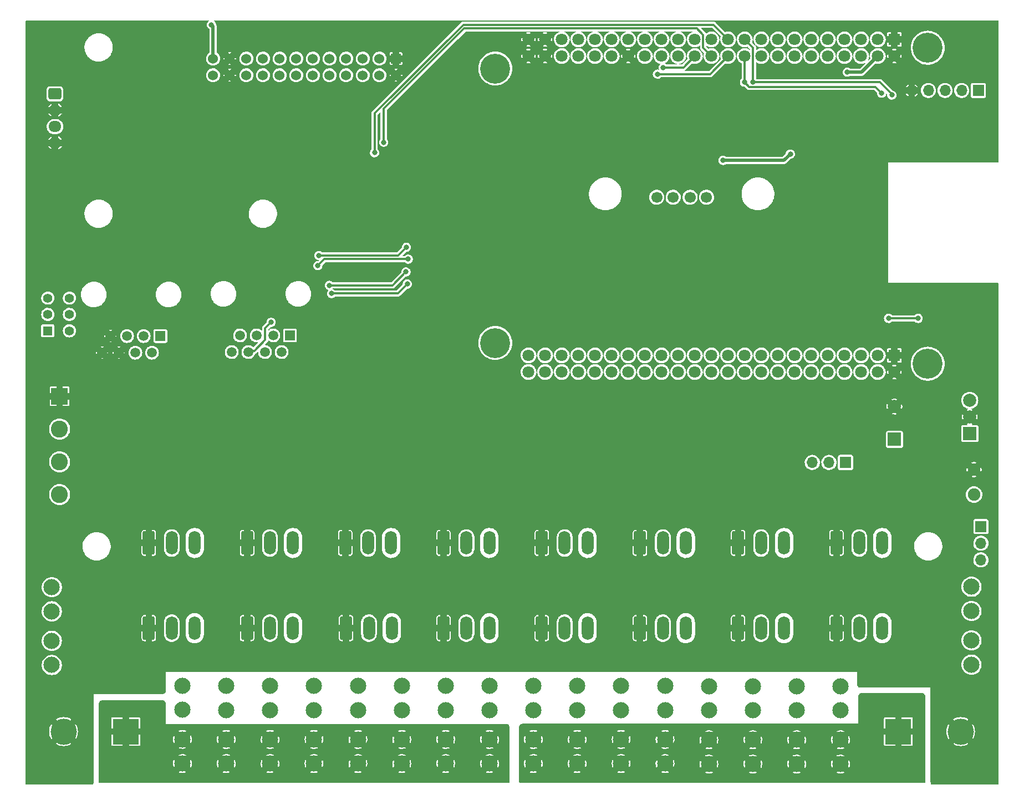
<source format=gbr>
%TF.GenerationSoftware,KiCad,Pcbnew,(6.0.5)*%
%TF.CreationDate,2022-06-04T14:58:40-04:00*%
%TF.ProjectId,BBB_16,4242425f-3136-42e6-9b69-6361645f7063,v2*%
%TF.SameCoordinates,Original*%
%TF.FileFunction,Copper,L2,Bot*%
%TF.FilePolarity,Positive*%
%FSLAX46Y46*%
G04 Gerber Fmt 4.6, Leading zero omitted, Abs format (unit mm)*
G04 Created by KiCad (PCBNEW (6.0.5)) date 2022-06-04 14:58:40*
%MOMM*%
%LPD*%
G01*
G04 APERTURE LIST*
G04 Aperture macros list*
%AMRoundRect*
0 Rectangle with rounded corners*
0 $1 Rounding radius*
0 $2 $3 $4 $5 $6 $7 $8 $9 X,Y pos of 4 corners*
0 Add a 4 corners polygon primitive as box body*
4,1,4,$2,$3,$4,$5,$6,$7,$8,$9,$2,$3,0*
0 Add four circle primitives for the rounded corners*
1,1,$1+$1,$2,$3*
1,1,$1+$1,$4,$5*
1,1,$1+$1,$6,$7*
1,1,$1+$1,$8,$9*
0 Add four rect primitives between the rounded corners*
20,1,$1+$1,$2,$3,$4,$5,0*
20,1,$1+$1,$4,$5,$6,$7,0*
20,1,$1+$1,$6,$7,$8,$9,0*
20,1,$1+$1,$8,$9,$2,$3,0*%
G04 Aperture macros list end*
%TA.AperFunction,ComponentPad*%
%ADD10C,2.475000*%
%TD*%
%TA.AperFunction,ComponentPad*%
%ADD11RoundRect,0.250000X-0.650000X-1.550000X0.650000X-1.550000X0.650000X1.550000X-0.650000X1.550000X0*%
%TD*%
%TA.AperFunction,ComponentPad*%
%ADD12O,1.800000X3.600000*%
%TD*%
%TA.AperFunction,ComponentPad*%
%ADD13R,1.700000X1.700000*%
%TD*%
%TA.AperFunction,ComponentPad*%
%ADD14O,1.700000X1.700000*%
%TD*%
%TA.AperFunction,ComponentPad*%
%ADD15C,1.700000*%
%TD*%
%TA.AperFunction,ComponentPad*%
%ADD16R,1.500000X1.500000*%
%TD*%
%TA.AperFunction,ComponentPad*%
%ADD17C,1.500000*%
%TD*%
%TA.AperFunction,ComponentPad*%
%ADD18R,4.000000X4.000000*%
%TD*%
%TA.AperFunction,ComponentPad*%
%ADD19C,4.000000*%
%TD*%
%TA.AperFunction,ComponentPad*%
%ADD20R,1.530000X1.530000*%
%TD*%
%TA.AperFunction,ComponentPad*%
%ADD21C,1.530000*%
%TD*%
%TA.AperFunction,ComponentPad*%
%ADD22R,1.800000X1.800000*%
%TD*%
%TA.AperFunction,ComponentPad*%
%ADD23C,1.800000*%
%TD*%
%TA.AperFunction,ComponentPad*%
%ADD24C,4.572000*%
%TD*%
%TA.AperFunction,ComponentPad*%
%ADD25R,2.000000X2.000000*%
%TD*%
%TA.AperFunction,ComponentPad*%
%ADD26C,2.000000*%
%TD*%
%TA.AperFunction,ComponentPad*%
%ADD27RoundRect,0.250000X-0.725000X0.600000X-0.725000X-0.600000X0.725000X-0.600000X0.725000X0.600000X0*%
%TD*%
%TA.AperFunction,ComponentPad*%
%ADD28O,1.950000X1.700000*%
%TD*%
%TA.AperFunction,ComponentPad*%
%ADD29C,1.904000*%
%TD*%
%TA.AperFunction,ComponentPad*%
%ADD30R,2.600000X2.600000*%
%TD*%
%TA.AperFunction,ComponentPad*%
%ADD31C,2.600000*%
%TD*%
%TA.AperFunction,ComponentPad*%
%ADD32R,1.400000X1.400000*%
%TD*%
%TA.AperFunction,ComponentPad*%
%ADD33C,1.400000*%
%TD*%
%TA.AperFunction,ViaPad*%
%ADD34C,0.800000*%
%TD*%
%TA.AperFunction,Conductor*%
%ADD35C,0.350000*%
%TD*%
%TA.AperFunction,Conductor*%
%ADD36C,0.500000*%
%TD*%
G04 APERTURE END LIST*
D10*
%TO.P,F18,1_1,1*%
%TO.N,VIN1*%
X74282600Y-135238600D03*
%TO.P,F18,1_2,1*%
X74282600Y-131538600D03*
%TO.P,F18,2_1,2*%
%TO.N,V_DMX*%
X74282600Y-127038600D03*
%TO.P,F18,2_2,2*%
X74282600Y-123338600D03*
%TD*%
D11*
%TO.P,J2,1,Pin_1*%
%TO.N,GND*%
X89100000Y-129600000D03*
D12*
%TO.P,J2,2,Pin_2*%
%TO.N,/Output 1-8/DOUT2*%
X92600000Y-129600000D03*
%TO.P,J2,3,Pin_3*%
%TO.N,/Output 1-8/VOUT2*%
X96100000Y-129600000D03*
%TD*%
D11*
%TO.P,J5,1,Pin_1*%
%TO.N,GND*%
X119100000Y-116600000D03*
D12*
%TO.P,J5,2,Pin_2*%
%TO.N,/Output 1-8/DOUT5*%
X122600000Y-116600000D03*
%TO.P,J5,3,Pin_3*%
%TO.N,/Output 1-8/VOUT5*%
X126100000Y-116600000D03*
%TD*%
D11*
%TO.P,J6,1,Pin_1*%
%TO.N,GND*%
X119214342Y-129600000D03*
D12*
%TO.P,J6,2,Pin_2*%
%TO.N,/Output 1-8/DOUT6*%
X122714342Y-129600000D03*
%TO.P,J6,3,Pin_3*%
%TO.N,/Output 1-8/VOUT6*%
X126214342Y-129600000D03*
%TD*%
D11*
%TO.P,J7,1,Pin_1*%
%TO.N,GND*%
X134100000Y-116600000D03*
D12*
%TO.P,J7,2,Pin_2*%
%TO.N,/Output 1-8/DOUT7*%
X137600000Y-116600000D03*
%TO.P,J7,3,Pin_3*%
%TO.N,/Output 1-8/VOUT7*%
X141100000Y-116600000D03*
%TD*%
D11*
%TO.P,J8,1,Pin_1*%
%TO.N,GND*%
X134100000Y-129600000D03*
D12*
%TO.P,J8,2,Pin_2*%
%TO.N,/Output 1-8/DOUT8*%
X137600000Y-129600000D03*
%TO.P,J8,3,Pin_3*%
%TO.N,/Output 1-8/VOUT8*%
X141100000Y-129600000D03*
%TD*%
D11*
%TO.P,J9,1,Pin_1*%
%TO.N,GND*%
X149100000Y-116600000D03*
D12*
%TO.P,J9,2,Pin_2*%
%TO.N,/Output 9-16/DOUT9*%
X152600000Y-116600000D03*
%TO.P,J9,3,Pin_3*%
%TO.N,/Output 9-16/VOUT9*%
X156100000Y-116600000D03*
%TD*%
D11*
%TO.P,J10,1,Pin_1*%
%TO.N,GND*%
X149100000Y-129600000D03*
D12*
%TO.P,J10,2,Pin_2*%
%TO.N,/Output 9-16/DOUT10*%
X152600000Y-129600000D03*
%TO.P,J10,3,Pin_3*%
%TO.N,/Output 9-16/VOUT10*%
X156100000Y-129600000D03*
%TD*%
D11*
%TO.P,J11,1,Pin_1*%
%TO.N,GND*%
X164100000Y-116600000D03*
D12*
%TO.P,J11,2,Pin_2*%
%TO.N,/Output 9-16/DOUT11*%
X167600000Y-116600000D03*
%TO.P,J11,3,Pin_3*%
%TO.N,/Output 9-16/VOUT11*%
X171100000Y-116600000D03*
%TD*%
D11*
%TO.P,J12,1,Pin_1*%
%TO.N,GND*%
X164100000Y-129600000D03*
D12*
%TO.P,J12,2,Pin_2*%
%TO.N,/Output 9-16/DOUT12*%
X167600000Y-129600000D03*
%TO.P,J12,3,Pin_3*%
%TO.N,/Output 9-16/VOUT12*%
X171100000Y-129600000D03*
%TD*%
D11*
%TO.P,J13,1,Pin_1*%
%TO.N,GND*%
X179100000Y-116600000D03*
D12*
%TO.P,J13,2,Pin_2*%
%TO.N,/Output 9-16/DOUT13*%
X182600000Y-116600000D03*
%TO.P,J13,3,Pin_3*%
%TO.N,/Output 9-16/VOUT13*%
X186100000Y-116600000D03*
%TD*%
D11*
%TO.P,J14,1,Pin_1*%
%TO.N,GND*%
X179100000Y-129600000D03*
D12*
%TO.P,J14,2,Pin_2*%
%TO.N,/Output 9-16/DOUT14*%
X182600000Y-129600000D03*
%TO.P,J14,3,Pin_3*%
%TO.N,/Output 9-16/VOUT14*%
X186100000Y-129600000D03*
%TD*%
D11*
%TO.P,J15,1,Pin_1*%
%TO.N,GND*%
X194100000Y-116600000D03*
D12*
%TO.P,J15,2,Pin_2*%
%TO.N,/Output 9-16/DOUT15*%
X197600000Y-116600000D03*
%TO.P,J15,3,Pin_3*%
%TO.N,/Output 9-16/VOUT15*%
X201100000Y-116600000D03*
%TD*%
D11*
%TO.P,J16,1,Pin_1*%
%TO.N,GND*%
X194100000Y-129600000D03*
D12*
%TO.P,J16,2,Pin_2*%
%TO.N,/Output 9-16/DOUT16*%
X197600000Y-129600000D03*
%TO.P,J16,3,Pin_3*%
%TO.N,/Output 9-16/VOUT16*%
X201100000Y-129600000D03*
%TD*%
D10*
%TO.P,F1,1_1,1*%
%TO.N,VIN1*%
X94222600Y-150288600D03*
%TO.P,F1,1_2,1*%
X94222600Y-146588600D03*
%TO.P,F1,2_1,2*%
%TO.N,/Output 1-8/VOUT1*%
X94222600Y-142088600D03*
%TO.P,F1,2_2,2*%
X94222600Y-138388600D03*
%TD*%
%TO.P,F7,1_1,1*%
%TO.N,VIN1*%
X134425198Y-150298600D03*
%TO.P,F7,1_2,1*%
X134425198Y-146598600D03*
%TO.P,F7,2_1,2*%
%TO.N,/Output 1-8/VOUT7*%
X134425198Y-142098600D03*
%TO.P,F7,2_2,2*%
X134425198Y-138398600D03*
%TD*%
%TO.P,F14,1_1,1*%
%TO.N,VIN2*%
X181328229Y-150363600D03*
%TO.P,F14,1_2,1*%
X181328229Y-146663600D03*
%TO.P,F14,2_1,2*%
%TO.N,/Output 9-16/VOUT14*%
X181328229Y-142163600D03*
%TO.P,F14,2_2,2*%
X181328229Y-138463600D03*
%TD*%
%TO.P,F2,1_1,1*%
%TO.N,VIN1*%
X100923033Y-150303600D03*
%TO.P,F2,1_2,1*%
X100923033Y-146603600D03*
%TO.P,F2,2_1,2*%
%TO.N,/Output 1-8/VOUT2*%
X100923033Y-142103600D03*
%TO.P,F2,2_2,2*%
X100923033Y-138403600D03*
%TD*%
%TO.P,F6,1_1,1*%
%TO.N,VIN1*%
X127724765Y-150298600D03*
%TO.P,F6,1_2,1*%
X127724765Y-146598600D03*
%TO.P,F6,2_1,2*%
%TO.N,/Output 1-8/VOUT6*%
X127724765Y-142098600D03*
%TO.P,F6,2_2,2*%
X127724765Y-138398600D03*
%TD*%
%TO.P,F8,1_1,1*%
%TO.N,VIN1*%
X141125631Y-150298600D03*
%TO.P,F8,1_2,1*%
X141125631Y-146598600D03*
%TO.P,F8,2_1,2*%
%TO.N,/Output 1-8/VOUT8*%
X141125631Y-142098600D03*
%TO.P,F8,2_2,2*%
X141125631Y-138398600D03*
%TD*%
%TO.P,F9,1_1,1*%
%TO.N,VIN2*%
X147826064Y-150298600D03*
%TO.P,F9,1_2,1*%
X147826064Y-146598600D03*
%TO.P,F9,2_1,2*%
%TO.N,/Output 9-16/VOUT9*%
X147826064Y-142098600D03*
%TO.P,F9,2_2,2*%
X147826064Y-138398600D03*
%TD*%
%TO.P,F10,1_1,1*%
%TO.N,VIN2*%
X154526497Y-150298600D03*
%TO.P,F10,1_2,1*%
X154526497Y-146598600D03*
%TO.P,F10,2_1,2*%
%TO.N,/Output 9-16/VOUT10*%
X154526497Y-142098600D03*
%TO.P,F10,2_2,2*%
X154526497Y-138398600D03*
%TD*%
%TO.P,F16,1_1,1*%
%TO.N,VIN2*%
X194729100Y-150363600D03*
%TO.P,F16,1_2,1*%
X194729100Y-146663600D03*
%TO.P,F16,2_1,2*%
%TO.N,/Output 9-16/VOUT16*%
X194729100Y-142163600D03*
%TO.P,F16,2_2,2*%
X194729100Y-138463600D03*
%TD*%
%TO.P,F5,1_1,1*%
%TO.N,VIN1*%
X121024332Y-150298600D03*
%TO.P,F5,1_2,1*%
X121024332Y-146598600D03*
%TO.P,F5,2_1,2*%
%TO.N,/Output 1-8/VOUT5*%
X121024332Y-142098600D03*
%TO.P,F5,2_2,2*%
X121024332Y-138398600D03*
%TD*%
%TO.P,F3,1_1,1*%
%TO.N,VIN1*%
X107623466Y-150303600D03*
%TO.P,F3,1_2,1*%
X107623466Y-146603600D03*
%TO.P,F3,2_1,2*%
%TO.N,/Output 1-8/VOUT3*%
X107623466Y-142103600D03*
%TO.P,F3,2_2,2*%
X107623466Y-138403600D03*
%TD*%
%TO.P,F13,1_1,1*%
%TO.N,VIN2*%
X174627796Y-150363600D03*
%TO.P,F13,1_2,1*%
X174627796Y-146663600D03*
%TO.P,F13,2_1,2*%
%TO.N,/Output 9-16/VOUT13*%
X174627796Y-142163600D03*
%TO.P,F13,2_2,2*%
X174627796Y-138463600D03*
%TD*%
%TO.P,F11,1_1,1*%
%TO.N,VIN2*%
X161226930Y-150298600D03*
%TO.P,F11,1_2,1*%
X161226930Y-146598600D03*
%TO.P,F11,2_1,2*%
%TO.N,/Output 9-16/VOUT11*%
X161226930Y-142098600D03*
%TO.P,F11,2_2,2*%
X161226930Y-138398600D03*
%TD*%
%TO.P,F4,1_1,1*%
%TO.N,VIN1*%
X114323899Y-150303600D03*
%TO.P,F4,1_2,1*%
X114323899Y-146603600D03*
%TO.P,F4,2_1,2*%
%TO.N,/Output 1-8/VOUT4*%
X114323899Y-142103600D03*
%TO.P,F4,2_2,2*%
X114323899Y-138403600D03*
%TD*%
D11*
%TO.P,J1,1,Pin_1*%
%TO.N,GND*%
X89100000Y-116600000D03*
D12*
%TO.P,J1,2,Pin_2*%
%TO.N,/Output 1-8/DOUT1*%
X92600000Y-116600000D03*
%TO.P,J1,3,Pin_3*%
%TO.N,/Output 1-8/VOUT1*%
X96100000Y-116600000D03*
%TD*%
D11*
%TO.P,J3,1,Pin_1*%
%TO.N,GND*%
X104100000Y-116600000D03*
D12*
%TO.P,J3,2,Pin_2*%
%TO.N,/Output 1-8/DOUT3*%
X107600000Y-116600000D03*
%TO.P,J3,3,Pin_3*%
%TO.N,/Output 1-8/VOUT3*%
X111100000Y-116600000D03*
%TD*%
D11*
%TO.P,J4,1,Pin_1*%
%TO.N,GND*%
X104100000Y-129600000D03*
D12*
%TO.P,J4,2,Pin_2*%
%TO.N,/Output 1-8/DOUT4*%
X107600000Y-129600000D03*
%TO.P,J4,3,Pin_3*%
%TO.N,/Output 1-8/VOUT4*%
X111100000Y-129600000D03*
%TD*%
D13*
%TO.P,J25,1,Pin_1*%
%TO.N,unconnected-(J25-Pad1)*%
X215767000Y-47499800D03*
D14*
%TO.P,J25,2,Pin_2*%
%TO.N,I2C_SCL*%
X213227000Y-47499800D03*
%TO.P,J25,3,Pin_3*%
%TO.N,I2C_SDA*%
X210687000Y-47499800D03*
%TO.P,J25,4,Pin_4*%
%TO.N,+3V3*%
X208147000Y-47499800D03*
%TO.P,J25,5,Pin_5*%
%TO.N,GND*%
X205607000Y-47499800D03*
%TD*%
D10*
%TO.P,F15,1_1,1*%
%TO.N,VIN2*%
X188028662Y-150363600D03*
%TO.P,F15,1_2,1*%
X188028662Y-146663600D03*
%TO.P,F15,2_1,2*%
%TO.N,/Output 9-16/VOUT15*%
X188028662Y-142163600D03*
%TO.P,F15,2_2,2*%
X188028662Y-138463600D03*
%TD*%
%TO.P,F12,1_1,1*%
%TO.N,VIN2*%
X167927363Y-150298600D03*
%TO.P,F12,1_2,1*%
X167927363Y-146598600D03*
%TO.P,F12,2_1,2*%
%TO.N,/Output 9-16/VOUT12*%
X167927363Y-142098600D03*
%TO.P,F12,2_2,2*%
X167927363Y-138398600D03*
%TD*%
D15*
%TO.P,J26,1,Pin_1*%
%TO.N,I2C_SDA*%
X166667000Y-63799800D03*
%TO.P,J26,2,Pin_2*%
%TO.N,I2C_SCL*%
X169167000Y-63799800D03*
%TO.P,J26,3,Pin_3*%
%TO.N,/Pin3*%
X171767000Y-63799800D03*
%TO.P,J26,4,Pin_4*%
%TO.N,/Pin4*%
X174267000Y-63799800D03*
%TD*%
D10*
%TO.P,F17,1_1,1*%
%TO.N,VIN2*%
X214726000Y-135181800D03*
%TO.P,F17,1_2,1*%
X214726000Y-131481800D03*
%TO.P,F17,2_1,2*%
%TO.N,VIN_Fuse*%
X214726000Y-126981800D03*
%TO.P,F17,2_2,2*%
X214726000Y-123281800D03*
%TD*%
D16*
%TO.P,J20,1*%
%TO.N,Net-(J20-Pad1)*%
X90849500Y-84999800D03*
D17*
%TO.P,J20,2*%
%TO.N,Net-(J20-Pad2)*%
X89579500Y-87539800D03*
%TO.P,J20,3*%
%TO.N,/Serial/9V*%
X88309500Y-84999800D03*
%TO.P,J20,4*%
%TO.N,Net-(J20-Pad4)*%
X87039500Y-87539800D03*
%TO.P,J20,5*%
%TO.N,Net-(J20-Pad5)*%
X85769500Y-84999800D03*
%TO.P,J20,6*%
%TO.N,GND*%
X84499500Y-87539800D03*
%TO.P,J20,7*%
X83229500Y-84999800D03*
%TO.P,J20,8*%
X81959500Y-87539800D03*
%TD*%
D18*
%TO.P,J17,1,P1*%
%TO.N,VIN1*%
X85567000Y-145399800D03*
D19*
%TO.P,J17,2,P2*%
%TO.N,GND*%
X76067000Y-145399800D03*
%TD*%
D18*
%TO.P,J18,1,P1*%
%TO.N,VIN2*%
X203567000Y-145399800D03*
D19*
%TO.P,J18,2,P2*%
%TO.N,GND*%
X213067000Y-145399800D03*
%TD*%
D16*
%TO.P,J21,1*%
%TO.N,OUT17+*%
X110649500Y-84899800D03*
D17*
%TO.P,J21,2*%
%TO.N,OUT17-*%
X109379500Y-87439800D03*
%TO.P,J21,3*%
%TO.N,OUT18+*%
X108109500Y-84899800D03*
%TO.P,J21,4*%
%TO.N,OUT19-*%
X106839500Y-87439800D03*
%TO.P,J21,5*%
%TO.N,OUT19+*%
X105569500Y-84899800D03*
%TO.P,J21,6*%
%TO.N,OUT18-*%
X104299500Y-87439800D03*
%TO.P,J21,7*%
%TO.N,OUT20+*%
X103029500Y-84899800D03*
%TO.P,J21,8*%
%TO.N,OUT20-*%
X101759500Y-87439800D03*
%TD*%
D20*
%TO.P,J24,1,Pin_1*%
%TO.N,GND*%
X126837000Y-42629800D03*
D21*
%TO.P,J24,2,Pin_2*%
X126837000Y-45169800D03*
%TO.P,J24,3,Pin_3*%
%TO.N,+5V*%
X124297000Y-42629800D03*
%TO.P,J24,4,Pin_4*%
X124297000Y-45169800D03*
%TO.P,J24,5,Pin_5*%
%TO.N,OUT21*%
X121757000Y-42629800D03*
%TO.P,J24,6,Pin_6*%
%TO.N,OUT22*%
X121757000Y-45169800D03*
%TO.P,J24,7,Pin_7*%
%TO.N,OUT23*%
X119217000Y-42629800D03*
%TO.P,J24,8,Pin_8*%
%TO.N,OUT24*%
X119217000Y-45169800D03*
%TO.P,J24,9,Pin_9*%
%TO.N,OUT25*%
X116677000Y-42629800D03*
%TO.P,J24,10,Pin_10*%
%TO.N,OUT26*%
X116677000Y-45169800D03*
%TO.P,J24,11,Pin_11*%
%TO.N,OUT27*%
X114137000Y-42629800D03*
%TO.P,J24,12,Pin_12*%
%TO.N,OUT28*%
X114137000Y-45169800D03*
%TO.P,J24,13,Pin_13*%
%TO.N,OUT29*%
X111597000Y-42629800D03*
%TO.P,J24,14,Pin_14*%
%TO.N,OUT30*%
X111597000Y-45169800D03*
%TO.P,J24,15,Pin_15*%
%TO.N,OUT31*%
X109057000Y-42629800D03*
%TO.P,J24,16,Pin_16*%
%TO.N,OUT32*%
X109057000Y-45169800D03*
%TO.P,J24,17,Pin_17*%
%TO.N,OUT33*%
X106517000Y-42629800D03*
%TO.P,J24,18,Pin_18*%
%TO.N,OUT34*%
X106517000Y-45169800D03*
%TO.P,J24,19,Pin_19*%
%TO.N,OUT35*%
X103977000Y-42629800D03*
%TO.P,J24,20,Pin_20*%
%TO.N,OUT36*%
X103977000Y-45169800D03*
%TO.P,J24,21,Pin_21*%
%TO.N,GND*%
X101437000Y-42629800D03*
%TO.P,J24,22,Pin_22*%
X101437000Y-45169800D03*
%TO.P,J24,23,Pin_23*%
%TO.N,+3V3*%
X98897000Y-42629800D03*
%TO.P,J24,24,Pin_24*%
%TO.N,unconnected-(J24-Pad24)*%
X98897000Y-45169800D03*
%TD*%
D22*
%TO.P,U1,B1,DGND*%
%TO.N,GND*%
X202962000Y-87959800D03*
D23*
%TO.P,U1,B2,DGND*%
X202962000Y-90499800D03*
%TO.P,U1,B3,GPIO1_6*%
%TO.N,unconnected-(U1-PadB3)*%
X200422000Y-87959800D03*
%TO.P,U1,B4,GPIO1_7*%
%TO.N,unconnected-(U1-PadB4)*%
X200422000Y-90499800D03*
%TO.P,U1,B5,GPIO1_2*%
%TO.N,unconnected-(U1-PadB5)*%
X197882000Y-87959800D03*
%TO.P,U1,B6,GPIO1_3*%
%TO.N,unconnected-(U1-PadB6)*%
X197882000Y-90499800D03*
%TO.P,U1,B7,TIMER4*%
%TO.N,DATA15*%
X195342000Y-87959800D03*
%TO.P,U1,B8,TIMER7*%
%TO.N,DATA16*%
X195342000Y-90499800D03*
%TO.P,U1,B9,TIMER5*%
%TO.N,DATA13*%
X192802000Y-87959800D03*
%TO.P,U1,B10,TIMER6*%
%TO.N,DATA14*%
X192802000Y-90499800D03*
%TO.P,U1,B11,GPIO1_13*%
%TO.N,UP*%
X190262000Y-87959800D03*
%TO.P,U1,B12,GPIO1_12*%
%TO.N,RIGHT*%
X190262000Y-90499800D03*
%TO.P,U1,B13,EHRPWM2B*%
%TO.N,DATA11*%
X187722000Y-87959800D03*
%TO.P,U1,B14,GPIO0_26*%
%TO.N,DATA12*%
X187722000Y-90499800D03*
%TO.P,U1,B15,GPIO1_15*%
%TO.N,LEFT*%
X185182000Y-87959800D03*
%TO.P,U1,B16,GPIO1_14*%
%TO.N,DOWN*%
X185182000Y-90499800D03*
%TO.P,U1,B17,GPIO0_27*%
%TO.N,DATA9*%
X182642000Y-87959800D03*
%TO.P,U1,B18,GPIO2_1*%
%TO.N,DATA10*%
X182642000Y-90499800D03*
%TO.P,U1,B19,EHRPWM2A*%
%TO.N,OUT28*%
X180102000Y-87959800D03*
%TO.P,U1,B20,GPIO1_31*%
%TO.N,unconnected-(U1-PadB20)*%
X180102000Y-90499800D03*
%TO.P,U1,B21,GPIO1_30*%
%TO.N,unconnected-(U1-PadB21)*%
X177562000Y-87959800D03*
%TO.P,U1,B22,GPIO1_5*%
%TO.N,unconnected-(U1-PadB22)*%
X177562000Y-90499800D03*
%TO.P,U1,B23,GPIO1_4*%
%TO.N,unconnected-(U1-PadB23)*%
X175022000Y-87959800D03*
%TO.P,U1,B24,GPIO1_1*%
%TO.N,unconnected-(U1-PadB24)*%
X175022000Y-90499800D03*
%TO.P,U1,B25,GPIO1_0*%
%TO.N,unconnected-(U1-PadB25)*%
X172482000Y-87959800D03*
%TO.P,U1,B26,GPIO1_29*%
%TO.N,unconnected-(U1-PadB26)*%
X172482000Y-90499800D03*
%TO.P,U1,B27,GPIO2_22*%
%TO.N,OUT29*%
X169942000Y-87959800D03*
%TO.P,U1,B28,GPIO2_24*%
%TO.N,OUT30*%
X169942000Y-90499800D03*
%TO.P,U1,B29,GPIO2_23*%
%TO.N,OUT31*%
X167402000Y-87959800D03*
%TO.P,U1,B30,GPIO2_25*%
%TO.N,OUT32*%
X167402000Y-90499800D03*
%TO.P,U1,B31,UART5_CTSN*%
%TO.N,OUT33*%
X164862000Y-87959800D03*
%TO.P,U1,B32,UART5_RTSN*%
%TO.N,DATA8*%
X164862000Y-90499800D03*
%TO.P,U1,B33,UART4_RTSN*%
%TO.N,OUT34*%
X162322000Y-87959800D03*
%TO.P,U1,B34,UART3_RTSN*%
%TO.N,DATA7*%
X162322000Y-90499800D03*
%TO.P,U1,B35,UART4_CTSN*%
%TO.N,OUT35*%
X159782000Y-87959800D03*
%TO.P,U1,B36,UART3_CTSN*%
%TO.N,DATA6*%
X159782000Y-90499800D03*
%TO.P,U1,B37,UART5_TXD*%
%TO.N,OUT36*%
X157242000Y-87959800D03*
%TO.P,U1,B38,UART5_RXD*%
%TO.N,DATA5*%
X157242000Y-90499800D03*
%TO.P,U1,B39,GPIO2_12*%
%TO.N,DATA20*%
X154702000Y-87959800D03*
%TO.P,U1,B40,GPIO2_13*%
%TO.N,DATA4*%
X154702000Y-90499800D03*
%TO.P,U1,B41,GPIO2_10*%
%TO.N,DATA19*%
X152162000Y-87959800D03*
%TO.P,U1,B42,GPIO2_11*%
%TO.N,DATA3*%
X152162000Y-90499800D03*
%TO.P,U1,B43,GPIO2_8*%
%TO.N,DATA18*%
X149622000Y-87959800D03*
%TO.P,U1,B44,GPIO2_9*%
%TO.N,DATA2*%
X149622000Y-90499800D03*
%TO.P,U1,B45,GPIO2_6*%
%TO.N,DATA17*%
X147082000Y-87959800D03*
%TO.P,U1,B46,GPIO2_7*%
%TO.N,DATA1*%
X147082000Y-90499800D03*
D22*
%TO.P,U1,C1,DGND*%
%TO.N,GND*%
X202962000Y-39699800D03*
D23*
%TO.P,U1,C2,DGND*%
X202962000Y-42239800D03*
%TO.P,U1,C3,VDD_3V3EXP*%
%TO.N,+3V3*%
X200422000Y-39699800D03*
%TO.P,U1,C4,VDD_3V3EXP*%
X200422000Y-42239800D03*
%TO.P,U1,C5,VDD_5V*%
%TO.N,+5V*%
X197882000Y-39699800D03*
%TO.P,U1,C6,VDD_5V*%
X197882000Y-42239800D03*
%TO.P,U1,C7,SYS_5V*%
%TO.N,unconnected-(U1-PadC7)*%
X195342000Y-39699800D03*
%TO.P,U1,C8,SYS_5V*%
%TO.N,unconnected-(U1-PadC8)*%
X195342000Y-42239800D03*
%TO.P,U1,C9,PWR_BUT*%
%TO.N,PWR_BUT*%
X192802000Y-39699800D03*
%TO.P,U1,C10,SYS_RESETn*%
%TO.N,unconnected-(U1-PadC10)*%
X192802000Y-42239800D03*
%TO.P,U1,C11,UART4_RXD*%
%TO.N,OUT27*%
X190262000Y-39699800D03*
%TO.P,U1,C12,GPIO1_28*%
%TO.N,unconnected-(U1-PadC12)*%
X190262000Y-42239800D03*
%TO.P,U1,C13,UART4_TXD*%
%TO.N,OUT25*%
X187722000Y-39699800D03*
%TO.P,U1,C14,EHRPWM1A*%
%TO.N,OUT26*%
X187722000Y-42239800D03*
%TO.P,U1,C15,GPIO1_16*%
%TO.N,OUT24*%
X185182000Y-39699800D03*
%TO.P,U1,C16,EHRPWM1B*%
%TO.N,unconnected-(U1-PadC16)*%
X185182000Y-42239800D03*
%TO.P,U1,C17,I2C1_SCL*%
%TO.N,unconnected-(U1-PadC17)*%
X182642000Y-39699800D03*
%TO.P,U1,C18,I2C1_SDA*%
%TO.N,unconnected-(U1-PadC18)*%
X182642000Y-42239800D03*
%TO.P,U1,C19,I2C2_SCL*%
%TO.N,I2C_SCL*%
X180102000Y-39699800D03*
%TO.P,U1,C20,I2C2_SDA*%
%TO.N,I2C_SDA*%
X180102000Y-42239800D03*
%TO.P,U1,C21,UART2_TXD*%
%TO.N,TXD2*%
X177562000Y-39699800D03*
%TO.P,U1,C22,UART2_RXD*%
%TO.N,GPIO2*%
X177562000Y-42239800D03*
%TO.P,U1,C23,GPIO1_17*%
%TO.N,OUT23*%
X175022000Y-39699800D03*
%TO.P,U1,C24,UART1_TXD*%
%TO.N,TXD1*%
X175022000Y-42239800D03*
%TO.P,U1,C25,GPIO3_21*%
%TO.N,OUT22*%
X172482000Y-39699800D03*
%TO.P,U1,C26,UART1_RXD*%
%TO.N,GPIO1*%
X172482000Y-42239800D03*
%TO.P,U1,C27,GPIO3_19*%
%TO.N,OUT21*%
X169942000Y-39699800D03*
%TO.P,U1,C28,SPI1_CS0*%
%TO.N,unconnected-(U1-PadC28)*%
X169942000Y-42239800D03*
%TO.P,U1,C29,SPI1_D0*%
%TO.N,unconnected-(U1-PadC29)*%
X167402000Y-39699800D03*
%TO.P,U1,C30,SPI1_D1*%
%TO.N,unconnected-(U1-PadC30)*%
X167402000Y-42239800D03*
%TO.P,U1,C31,SPI1_SCLK*%
%TO.N,unconnected-(U1-PadC31)*%
X164862000Y-39699800D03*
%TO.P,U1,C32,VDD_ADC*%
%TO.N,unconnected-(U1-PadC32)*%
X164862000Y-42239800D03*
%TO.P,U1,C33,AIN4*%
%TO.N,unconnected-(U1-PadC33)*%
X162322000Y-39699800D03*
%TO.P,U1,C34,GNDA_ADC*%
%TO.N,GND*%
X162322000Y-42239800D03*
%TO.P,U1,C35,AIN6*%
%TO.N,unconnected-(U1-PadC35)*%
X159782000Y-39699800D03*
%TO.P,U1,C36,AIN5*%
%TO.N,unconnected-(U1-PadC36)*%
X159782000Y-42239800D03*
%TO.P,U1,C37,AIN2*%
%TO.N,unconnected-(U1-PadC37)*%
X157242000Y-39699800D03*
%TO.P,U1,C38,AIN3*%
%TO.N,unconnected-(U1-PadC38)*%
X157242000Y-42239800D03*
%TO.P,U1,C39,AIN0*%
%TO.N,VIN1_ADC*%
X154702000Y-39699800D03*
%TO.P,U1,C40,AIN1*%
%TO.N,VIN2_ADC*%
X154702000Y-42239800D03*
%TO.P,U1,C41,CLKOUT2*%
%TO.N,unconnected-(U1-PadC41)*%
X152162000Y-39699800D03*
%TO.P,U1,C42,GPIO0_7*%
%TO.N,unconnected-(U1-PadC42)*%
X152162000Y-42239800D03*
%TO.P,U1,C43,DGND*%
%TO.N,GND*%
X149622000Y-39699800D03*
%TO.P,U1,C44,DGND*%
X149622000Y-42239800D03*
%TO.P,U1,C45,DGND*%
X147082000Y-39699800D03*
%TO.P,U1,C46,DGND*%
X147082000Y-42239800D03*
D24*
%TO.P,U1,M1*%
%TO.N,N/C*%
X142002000Y-44144800D03*
%TO.P,U1,M2*%
X208042000Y-40969800D03*
%TO.P,U1,M3*%
X208042000Y-89229800D03*
%TO.P,U1,M4*%
X142002000Y-86054800D03*
%TD*%
D13*
%TO.P,J23,1,Pin_1*%
%TO.N,/12V*%
X195492000Y-104299800D03*
D14*
%TO.P,J23,2,Pin_2*%
%TO.N,VCC*%
X192952000Y-104299800D03*
%TO.P,J23,3,Pin_3*%
%TO.N,+5V*%
X190412000Y-104299800D03*
%TD*%
D25*
%TO.P,U2,1,VI*%
%TO.N,/12V*%
X214467000Y-99899800D03*
D26*
%TO.P,U2,2,GND*%
%TO.N,GND*%
X214467000Y-97359800D03*
%TO.P,U2,3,VO*%
%TO.N,+5V*%
X214467000Y-94819800D03*
%TD*%
D27*
%TO.P,J19,1,Pin_1*%
%TO.N,GPIO1*%
X74767000Y-47999800D03*
D28*
%TO.P,J19,2,Pin_2*%
%TO.N,GND*%
X74767000Y-50499800D03*
%TO.P,J19,3,Pin_3*%
%TO.N,GPIO2*%
X74767000Y-52999800D03*
%TO.P,J19,4,Pin_4*%
%TO.N,GND*%
X74767000Y-55499800D03*
%TD*%
D29*
%TO.P,J27,1,Pin_1*%
%TO.N,/VIN*%
X215117459Y-109205360D03*
%TO.P,J27,2,Pin_2*%
%TO.N,GND*%
X215117459Y-105395360D03*
%TD*%
D13*
%TO.P,J28,1,Pin_1*%
%TO.N,/VIN*%
X216167000Y-114099800D03*
D14*
%TO.P,J28,2,Pin_2*%
X216167000Y-116639800D03*
%TO.P,J28,3,Pin_3*%
%TO.N,VIN_Fuse*%
X216167000Y-119179800D03*
%TD*%
D30*
%TO.P,J22,1,Pin_1*%
%TO.N,GND*%
X75467000Y-94199800D03*
D31*
%TO.P,J22,2,Pin_2*%
%TO.N,/Serial/DMX2-*%
X75467000Y-99199800D03*
%TO.P,J22,3,Pin_3*%
%TO.N,/Serial/DMX2+*%
X75467000Y-104199800D03*
%TO.P,J22,4,Pin_4*%
%TO.N,V_DMX*%
X75467000Y-109199800D03*
%TD*%
D32*
%TO.P,SW6,1,A*%
%TO.N,Net-(J20-Pad4)*%
X73667000Y-84199800D03*
D33*
%TO.P,SW6,2,B*%
%TO.N,/Serial/DMX1+*%
X73667000Y-81699800D03*
%TO.P,SW6,3,C*%
%TO.N,Net-(J20-Pad1)*%
X73667000Y-79199800D03*
%TO.P,SW6,4,A*%
%TO.N,Net-(J20-Pad5)*%
X76967000Y-84199800D03*
%TO.P,SW6,5,B*%
%TO.N,/Serial/DMX1-*%
X76967000Y-81699800D03*
%TO.P,SW6,6,C*%
%TO.N,Net-(J20-Pad2)*%
X76967000Y-79199800D03*
%TD*%
D25*
%TO.P,C1,1*%
%TO.N,/12V*%
X202967000Y-100767477D03*
D26*
%TO.P,C1,2*%
%TO.N,GND*%
X202967000Y-95767477D03*
%TD*%
D34*
%TO.N,GND*%
X158001000Y-121017800D03*
X218067000Y-122399800D03*
X72167000Y-76499800D03*
X98651000Y-119967800D03*
X161667000Y-68199800D03*
X145167000Y-100799800D03*
X86667000Y-49099800D03*
X125837000Y-74249800D03*
X211667000Y-132699800D03*
X118767000Y-88899800D03*
X142151000Y-126167800D03*
X90767000Y-65499800D03*
X77767000Y-110799800D03*
X108967000Y-100799800D03*
X194247000Y-44889800D03*
X91967000Y-37699800D03*
X188597000Y-44989800D03*
X184967000Y-67599800D03*
X158167000Y-73199800D03*
X194867000Y-48699800D03*
X104467000Y-54999800D03*
X212567000Y-89699800D03*
X121967000Y-60899800D03*
X86367000Y-44199800D03*
X162267000Y-73099800D03*
X85167000Y-92499800D03*
X178067000Y-80899800D03*
X71267000Y-38899800D03*
X188267000Y-106699800D03*
X191367000Y-100599800D03*
X98367000Y-85999800D03*
X182747000Y-59569800D03*
X122557000Y-82249800D03*
X200167000Y-55099800D03*
X103667000Y-112699800D03*
X167307000Y-52099800D03*
X213317000Y-80889800D03*
X95667000Y-56749800D03*
X216967000Y-107999800D03*
X216667000Y-90799800D03*
X157567000Y-105199800D03*
X191667000Y-107699800D03*
X81367000Y-54299800D03*
X84367000Y-97699800D03*
X143151000Y-113817800D03*
X166267000Y-53899800D03*
X99717000Y-49699800D03*
X202667000Y-137299800D03*
X93547953Y-81704629D03*
X173301000Y-114717800D03*
X187137000Y-55319800D03*
X90667000Y-71699800D03*
X94567000Y-64999800D03*
X168351000Y-125267800D03*
X131767000Y-101399800D03*
X111767000Y-62249800D03*
X98817000Y-72599800D03*
X116867000Y-106099800D03*
X200667000Y-60699800D03*
X168567000Y-69499800D03*
X79467000Y-97599800D03*
X140267000Y-51699800D03*
X134367000Y-73999800D03*
X140167000Y-63399800D03*
X100167000Y-56479800D03*
X93967000Y-75799800D03*
X127251000Y-113767800D03*
X183577000Y-54639800D03*
X191867000Y-85499800D03*
X213267000Y-110199800D03*
X71267000Y-128699800D03*
X95117000Y-41049800D03*
X192667000Y-49999800D03*
X178537000Y-46949800D03*
X83267000Y-77299800D03*
X71267000Y-133199800D03*
X71267000Y-59099800D03*
X83767000Y-82299800D03*
X83467000Y-122999800D03*
X121607000Y-74999800D03*
X112567000Y-85099800D03*
X212067000Y-129599800D03*
X175067000Y-104699800D03*
X217467000Y-56999800D03*
X76267000Y-73299800D03*
X86167000Y-62299800D03*
X176467000Y-105899800D03*
X138467000Y-79999800D03*
X186067000Y-98899800D03*
X113967000Y-93299800D03*
X72767000Y-103599800D03*
X93567000Y-88299800D03*
X202467000Y-120799800D03*
X118847000Y-83409800D03*
X137967000Y-41599800D03*
X182467000Y-96599800D03*
X216667000Y-93099800D03*
X145567000Y-58099800D03*
X168167000Y-60889800D03*
X111967000Y-55199800D03*
X159767000Y-96699800D03*
X203067000Y-123999800D03*
X218067000Y-123899800D03*
X208867000Y-103999800D03*
X168467000Y-77599800D03*
X121767000Y-55499800D03*
X90667000Y-75899800D03*
X187551000Y-120517800D03*
X100267000Y-99299800D03*
X128667000Y-101299800D03*
X87267000Y-138499800D03*
X186067000Y-97699800D03*
X172667000Y-69499800D03*
X195767000Y-55089800D03*
X113367000Y-121199800D03*
X86093940Y-89458600D03*
X98667000Y-65499800D03*
X130567000Y-89999800D03*
X72267000Y-64499800D03*
X173867000Y-100299800D03*
X77867000Y-107899800D03*
X117067000Y-99269800D03*
X150067000Y-84299800D03*
X71267000Y-131699800D03*
X142751000Y-121517800D03*
X153167000Y-65899800D03*
X218067000Y-78899800D03*
X83467000Y-134499800D03*
X186167000Y-101599800D03*
X217567000Y-38999800D03*
X212067000Y-127999800D03*
X182667000Y-73399800D03*
X72767000Y-86499800D03*
X186567000Y-48499800D03*
X112267000Y-69199800D03*
X202667000Y-110999800D03*
X158567000Y-107799800D03*
X187567000Y-58999800D03*
X114767000Y-111099800D03*
X195367000Y-74199800D03*
X205667000Y-137299800D03*
X145067000Y-75799800D03*
X198467000Y-104799800D03*
X75067000Y-59599800D03*
X184017000Y-50269800D03*
X190167000Y-74399800D03*
X137867000Y-45399800D03*
X95717000Y-49749800D03*
X144867000Y-69499800D03*
X195067000Y-96499800D03*
X159967000Y-101399800D03*
X76367000Y-44399800D03*
X181877000Y-54679800D03*
X178467000Y-73399800D03*
X117347000Y-81449800D03*
X124807000Y-80179800D03*
X118067000Y-95699800D03*
X128651000Y-119967800D03*
X212567000Y-93099800D03*
X200067000Y-137299800D03*
X99567000Y-91099800D03*
X135367000Y-105899800D03*
X182667000Y-50309800D03*
X82967000Y-73499800D03*
X186067000Y-96399800D03*
X164267000Y-80099800D03*
X172967000Y-96699800D03*
X102587000Y-57929800D03*
X202657000Y-83719800D03*
X210567000Y-97899800D03*
X77567000Y-133099800D03*
X205637000Y-80729800D03*
X170067000Y-101399800D03*
X82067000Y-138499800D03*
X101627000Y-65459800D03*
X207567000Y-105199800D03*
X95067000Y-110699800D03*
X211667000Y-134199800D03*
X172467000Y-77599800D03*
X71767000Y-108199800D03*
X200567000Y-66699800D03*
X126137000Y-68889800D03*
X131167000Y-120699800D03*
X210267000Y-56999800D03*
X216567000Y-102199800D03*
X78467000Y-105199800D03*
X166477000Y-58699800D03*
X129967000Y-112499800D03*
X157167000Y-51099800D03*
X216267000Y-85099800D03*
X152217000Y-73029800D03*
X131767000Y-96699800D03*
X195567000Y-60799800D03*
X122167000Y-66299800D03*
X145167000Y-96199800D03*
X145067000Y-105099800D03*
X101567000Y-110499800D03*
X118567000Y-101399800D03*
X192417000Y-54279800D03*
X100467000Y-107599800D03*
X212567000Y-119699800D03*
X103267000Y-62099800D03*
X217667000Y-131199800D03*
X172567000Y-101299800D03*
X132967000Y-87899800D03*
X217667000Y-129399800D03*
X195807000Y-80499800D03*
X213167000Y-116399800D03*
X160567000Y-112599800D03*
X72367000Y-69699800D03*
X205467000Y-86199800D03*
X190667000Y-96499800D03*
X158567000Y-98999800D03*
X217667000Y-132899800D03*
X190267000Y-113599800D03*
X218367000Y-81399800D03*
X175167000Y-67599800D03*
X182467000Y-97799800D03*
X175167000Y-53299800D03*
X131967000Y-66499800D03*
X130467000Y-77199800D03*
X117167000Y-112799800D03*
X182467000Y-98999800D03*
X182067000Y-106399800D03*
X145367000Y-111299800D03*
X204167000Y-56999800D03*
X119167000Y-58199800D03*
X104567000Y-96299800D03*
X77167000Y-128799800D03*
X101567000Y-83299800D03*
X86167000Y-79899800D03*
X123667000Y-90299800D03*
X98451000Y-114417800D03*
X101267000Y-120899800D03*
X105367000Y-104799800D03*
X200667000Y-75499800D03*
X111967000Y-58299800D03*
X100197000Y-67029800D03*
X92067000Y-55999800D03*
X182467000Y-109399800D03*
X210167000Y-105199800D03*
X126567000Y-55499800D03*
X95367000Y-94299800D03*
X180987000Y-50199800D03*
X112667000Y-100799800D03*
X187167000Y-86099800D03*
X104567000Y-76199800D03*
X84867000Y-138499800D03*
X144267000Y-90199800D03*
X174637000Y-46739800D03*
X78967000Y-133099800D03*
X176067000Y-61899800D03*
X133867000Y-107299800D03*
X132167000Y-56099800D03*
X195467000Y-66499800D03*
X77167000Y-130099800D03*
X85667000Y-120899800D03*
X208567000Y-83299800D03*
X195567000Y-92699800D03*
X203267000Y-103299800D03*
X90167000Y-91699800D03*
X146967000Y-120799800D03*
X185657000Y-53799800D03*
X121457000Y-71019800D03*
X137767000Y-109399800D03*
X71267000Y-130299800D03*
X82567000Y-49299800D03*
%TO.N,TXD1*%
X124967000Y-55399800D03*
%TO.N,TXD2*%
X123567000Y-56999800D03*
%TO.N,+3V3*%
X98651382Y-37449789D03*
X187062000Y-57204800D03*
X195767000Y-44699800D03*
X176777000Y-58169800D03*
%TO.N,I2C_SDA*%
X201007000Y-47919800D03*
X180067000Y-46224843D03*
%TO.N,I2C_SCL*%
X181367000Y-46224843D03*
X202557000Y-48194300D03*
%TO.N,GPIO2*%
X166767000Y-44999800D03*
%TO.N,GPIO1*%
X167667000Y-43999800D03*
%TO.N,OUT18-*%
X107767000Y-82899800D03*
%TO.N,OUT19+*%
X128417000Y-71449800D03*
X115067000Y-72699800D03*
%TO.N,OUT19-*%
X114917000Y-74249800D03*
X128717000Y-73249800D03*
%TO.N,OUT17-*%
X128367000Y-75199800D03*
X116667000Y-77249800D03*
%TO.N,OUT17+*%
X117017000Y-78499800D03*
X128567000Y-77049800D03*
%TO.N,Net-(R11-Pad2)*%
X206567000Y-82299800D03*
X202067000Y-82299800D03*
%TD*%
D35*
%TO.N,TXD1*%
X173767000Y-38999800D02*
X172767000Y-37999800D01*
X137267000Y-37999800D02*
X124967000Y-50299800D01*
X175022000Y-42239800D02*
X173767000Y-40984800D01*
X124967000Y-50299800D02*
X124967000Y-55399800D01*
X172767000Y-37999800D02*
X137267000Y-37999800D01*
X173767000Y-40984800D02*
X173767000Y-38999800D01*
%TO.N,TXD2*%
X137109868Y-37449810D02*
X175312010Y-37449810D01*
X123567000Y-50992678D02*
X137109868Y-37449810D01*
X123567000Y-56999800D02*
X123567000Y-50992678D01*
X175312010Y-37449810D02*
X177562000Y-39699800D01*
D36*
%TO.N,+3V3*%
X98897000Y-42629800D02*
X98897000Y-37695407D01*
X187062000Y-57204800D02*
X186097000Y-58169800D01*
X186097000Y-58169800D02*
X176777000Y-58169800D01*
X195767000Y-44699800D02*
X197962000Y-44699800D01*
X197962000Y-44699800D02*
X200422000Y-42239800D01*
X98897000Y-37695407D02*
X98651382Y-37449789D01*
D35*
%TO.N,I2C_SDA*%
X180791511Y-46949354D02*
X180067000Y-46224843D01*
X201007000Y-47919800D02*
X200036554Y-46949354D01*
X180102000Y-46189843D02*
X180067000Y-46224843D01*
X180102000Y-42239800D02*
X180102000Y-46189843D01*
X200036554Y-46949354D02*
X180791511Y-46949354D01*
%TO.N,I2C_SCL*%
X202557000Y-48194300D02*
X202557000Y-48079800D01*
X200702043Y-46224843D02*
X181367000Y-46224843D01*
X202557000Y-48079800D02*
X200702043Y-46224843D01*
X180102000Y-39699800D02*
X181367000Y-40964800D01*
X181367000Y-40964800D02*
X181367000Y-46224843D01*
%TO.N,GPIO2*%
X177562000Y-42239800D02*
X174802000Y-44999800D01*
X174802000Y-44999800D02*
X166767000Y-44999800D01*
%TO.N,GPIO1*%
X172482000Y-42239800D02*
X170722000Y-43999800D01*
X170722000Y-43999800D02*
X167667000Y-43999800D01*
%TO.N,OUT18-*%
X106867000Y-83799800D02*
X106867000Y-85599800D01*
X105227000Y-87239800D02*
X104317000Y-87239800D01*
X107767000Y-82899800D02*
X106867000Y-83799800D01*
X106867000Y-85599800D02*
X105227000Y-87239800D01*
%TO.N,OUT19+*%
X127167000Y-72699800D02*
X128417000Y-71449800D01*
X115067000Y-72699800D02*
X127167000Y-72699800D01*
%TO.N,OUT19-*%
X128717000Y-73249800D02*
X115917000Y-73249800D01*
X115917000Y-73249800D02*
X114917000Y-74249800D01*
%TO.N,OUT17-*%
X126317000Y-77249800D02*
X128367000Y-75199800D01*
X116667000Y-77249800D02*
X126317000Y-77249800D01*
%TO.N,OUT17+*%
X117017000Y-78499800D02*
X127117000Y-78499800D01*
X127117000Y-78499800D02*
X128567000Y-77049800D01*
%TO.N,Net-(R11-Pad2)*%
X202067000Y-82299800D02*
X206567000Y-82299800D01*
%TD*%
%TA.AperFunction,Conductor*%
%TO.N,GND*%
G36*
X98234192Y-36814652D02*
G01*
X98248544Y-36849300D01*
X98231755Y-36886224D01*
X98126986Y-36977620D01*
X98125288Y-36980035D01*
X98125287Y-36980037D01*
X98083736Y-37039159D01*
X98029495Y-37116336D01*
X98028424Y-37119084D01*
X98028422Y-37119087D01*
X98015875Y-37151269D01*
X97967906Y-37274302D01*
X97945776Y-37442400D01*
X97964381Y-37610924D01*
X97990950Y-37683527D01*
X98021633Y-37767373D01*
X98021635Y-37767377D01*
X98022648Y-37770145D01*
X98117212Y-37910872D01*
X98242615Y-38024980D01*
X98245208Y-38026388D01*
X98245211Y-38026390D01*
X98320881Y-38067475D01*
X98344482Y-38096620D01*
X98346500Y-38110537D01*
X98346500Y-41685549D01*
X98332148Y-41720197D01*
X98320204Y-41728971D01*
X98310749Y-41733914D01*
X98308885Y-41735413D01*
X98308883Y-41735414D01*
X98149767Y-41863346D01*
X98149764Y-41863349D01*
X98147902Y-41864846D01*
X98013588Y-42024915D01*
X98012433Y-42027016D01*
X97921653Y-42192145D01*
X97912923Y-42208024D01*
X97849741Y-42407198D01*
X97826449Y-42614851D01*
X97826649Y-42617233D01*
X97826649Y-42617237D01*
X97830489Y-42662962D01*
X97843934Y-42823074D01*
X97856059Y-42865358D01*
X97900678Y-43020961D01*
X97901530Y-43023934D01*
X97902624Y-43026063D01*
X97902625Y-43026065D01*
X97915440Y-43051001D01*
X97997043Y-43209783D01*
X97998529Y-43211658D01*
X97998531Y-43211661D01*
X98079066Y-43313270D01*
X98126835Y-43373539D01*
X98128661Y-43375093D01*
X98128662Y-43375094D01*
X98275882Y-43500388D01*
X98285963Y-43508968D01*
X98468364Y-43610908D01*
X98517644Y-43626920D01*
X98664811Y-43674738D01*
X98664815Y-43674739D01*
X98667093Y-43675479D01*
X98874578Y-43700220D01*
X99082917Y-43684189D01*
X99284175Y-43627997D01*
X99286304Y-43626921D01*
X99286308Y-43626920D01*
X99400832Y-43569070D01*
X101208875Y-43569070D01*
X101209366Y-43570257D01*
X101210354Y-43570863D01*
X101226496Y-43576108D01*
X101231163Y-43577133D01*
X101414314Y-43598972D01*
X101419078Y-43599072D01*
X101602996Y-43584921D01*
X101607686Y-43584094D01*
X101658103Y-43570018D01*
X101663973Y-43565416D01*
X101664059Y-43564704D01*
X101663021Y-43562928D01*
X101443893Y-43343800D01*
X101437000Y-43340945D01*
X101430107Y-43343800D01*
X101211730Y-43562177D01*
X101208875Y-43569070D01*
X99400832Y-43569070D01*
X99468546Y-43534865D01*
X99470686Y-43533784D01*
X99635345Y-43405138D01*
X99771880Y-43246960D01*
X99775155Y-43241196D01*
X99873907Y-43067361D01*
X99875092Y-43065275D01*
X99879841Y-43051001D01*
X99934306Y-42887272D01*
X99941049Y-42867002D01*
X99942308Y-42857040D01*
X99965184Y-42675950D01*
X99967238Y-42659694D01*
X99967655Y-42629800D01*
X99966561Y-42618647D01*
X100467626Y-42618647D01*
X100483061Y-42802458D01*
X100483921Y-42807145D01*
X100496527Y-42851110D01*
X100501171Y-42856948D01*
X100501978Y-42857040D01*
X100503621Y-42856072D01*
X100723000Y-42636693D01*
X100725855Y-42629800D01*
X102148145Y-42629800D01*
X102151000Y-42636693D01*
X102369779Y-42855472D01*
X102376672Y-42858327D01*
X102377947Y-42857799D01*
X102378475Y-42856945D01*
X102381816Y-42846901D01*
X102382872Y-42842255D01*
X102406120Y-42658229D01*
X102406310Y-42655505D01*
X102406650Y-42631171D01*
X102406535Y-42628436D01*
X102405203Y-42614851D01*
X102906449Y-42614851D01*
X102906649Y-42617233D01*
X102906649Y-42617237D01*
X102910489Y-42662962D01*
X102923934Y-42823074D01*
X102936059Y-42865358D01*
X102980678Y-43020961D01*
X102981530Y-43023934D01*
X102982624Y-43026063D01*
X102982625Y-43026065D01*
X102995440Y-43051001D01*
X103077043Y-43209783D01*
X103078529Y-43211658D01*
X103078531Y-43211661D01*
X103159066Y-43313270D01*
X103206835Y-43373539D01*
X103208661Y-43375093D01*
X103208662Y-43375094D01*
X103355882Y-43500388D01*
X103365963Y-43508968D01*
X103548364Y-43610908D01*
X103597644Y-43626920D01*
X103744811Y-43674738D01*
X103744815Y-43674739D01*
X103747093Y-43675479D01*
X103954578Y-43700220D01*
X104162917Y-43684189D01*
X104364175Y-43627997D01*
X104366304Y-43626921D01*
X104366308Y-43626920D01*
X104548546Y-43534865D01*
X104550686Y-43533784D01*
X104715345Y-43405138D01*
X104851880Y-43246960D01*
X104855155Y-43241196D01*
X104953907Y-43067361D01*
X104955092Y-43065275D01*
X104959841Y-43051001D01*
X105014306Y-42887272D01*
X105021049Y-42867002D01*
X105022308Y-42857040D01*
X105045184Y-42675950D01*
X105047238Y-42659694D01*
X105047655Y-42629800D01*
X105046189Y-42614851D01*
X105446449Y-42614851D01*
X105446649Y-42617233D01*
X105446649Y-42617237D01*
X105450489Y-42662962D01*
X105463934Y-42823074D01*
X105476059Y-42865358D01*
X105520678Y-43020961D01*
X105521530Y-43023934D01*
X105522624Y-43026063D01*
X105522625Y-43026065D01*
X105535440Y-43051001D01*
X105617043Y-43209783D01*
X105618529Y-43211658D01*
X105618531Y-43211661D01*
X105699066Y-43313270D01*
X105746835Y-43373539D01*
X105748661Y-43375093D01*
X105748662Y-43375094D01*
X105895882Y-43500388D01*
X105905963Y-43508968D01*
X106088364Y-43610908D01*
X106137644Y-43626920D01*
X106284811Y-43674738D01*
X106284815Y-43674739D01*
X106287093Y-43675479D01*
X106494578Y-43700220D01*
X106702917Y-43684189D01*
X106904175Y-43627997D01*
X106906304Y-43626921D01*
X106906308Y-43626920D01*
X107088546Y-43534865D01*
X107090686Y-43533784D01*
X107255345Y-43405138D01*
X107391880Y-43246960D01*
X107395155Y-43241196D01*
X107493907Y-43067361D01*
X107495092Y-43065275D01*
X107499841Y-43051001D01*
X107554306Y-42887272D01*
X107561049Y-42867002D01*
X107562308Y-42857040D01*
X107585184Y-42675950D01*
X107587238Y-42659694D01*
X107587655Y-42629800D01*
X107586189Y-42614851D01*
X107986449Y-42614851D01*
X107986649Y-42617233D01*
X107986649Y-42617237D01*
X107990489Y-42662962D01*
X108003934Y-42823074D01*
X108016059Y-42865358D01*
X108060678Y-43020961D01*
X108061530Y-43023934D01*
X108062624Y-43026063D01*
X108062625Y-43026065D01*
X108075440Y-43051001D01*
X108157043Y-43209783D01*
X108158529Y-43211658D01*
X108158531Y-43211661D01*
X108239066Y-43313270D01*
X108286835Y-43373539D01*
X108288661Y-43375093D01*
X108288662Y-43375094D01*
X108435882Y-43500388D01*
X108445963Y-43508968D01*
X108628364Y-43610908D01*
X108677644Y-43626920D01*
X108824811Y-43674738D01*
X108824815Y-43674739D01*
X108827093Y-43675479D01*
X109034578Y-43700220D01*
X109242917Y-43684189D01*
X109444175Y-43627997D01*
X109446304Y-43626921D01*
X109446308Y-43626920D01*
X109628546Y-43534865D01*
X109630686Y-43533784D01*
X109795345Y-43405138D01*
X109931880Y-43246960D01*
X109935155Y-43241196D01*
X110033907Y-43067361D01*
X110035092Y-43065275D01*
X110039841Y-43051001D01*
X110094306Y-42887272D01*
X110101049Y-42867002D01*
X110102308Y-42857040D01*
X110125184Y-42675950D01*
X110127238Y-42659694D01*
X110127655Y-42629800D01*
X110126189Y-42614851D01*
X110526449Y-42614851D01*
X110526649Y-42617233D01*
X110526649Y-42617237D01*
X110530489Y-42662962D01*
X110543934Y-42823074D01*
X110556059Y-42865358D01*
X110600678Y-43020961D01*
X110601530Y-43023934D01*
X110602624Y-43026063D01*
X110602625Y-43026065D01*
X110615440Y-43051001D01*
X110697043Y-43209783D01*
X110698529Y-43211658D01*
X110698531Y-43211661D01*
X110779066Y-43313270D01*
X110826835Y-43373539D01*
X110828661Y-43375093D01*
X110828662Y-43375094D01*
X110975882Y-43500388D01*
X110985963Y-43508968D01*
X111168364Y-43610908D01*
X111217644Y-43626920D01*
X111364811Y-43674738D01*
X111364815Y-43674739D01*
X111367093Y-43675479D01*
X111574578Y-43700220D01*
X111782917Y-43684189D01*
X111984175Y-43627997D01*
X111986304Y-43626921D01*
X111986308Y-43626920D01*
X112168546Y-43534865D01*
X112170686Y-43533784D01*
X112335345Y-43405138D01*
X112471880Y-43246960D01*
X112475155Y-43241196D01*
X112573907Y-43067361D01*
X112575092Y-43065275D01*
X112579841Y-43051001D01*
X112634306Y-42887272D01*
X112641049Y-42867002D01*
X112642308Y-42857040D01*
X112665184Y-42675950D01*
X112667238Y-42659694D01*
X112667655Y-42629800D01*
X112666189Y-42614851D01*
X113066449Y-42614851D01*
X113066649Y-42617233D01*
X113066649Y-42617237D01*
X113070489Y-42662962D01*
X113083934Y-42823074D01*
X113096059Y-42865358D01*
X113140678Y-43020961D01*
X113141530Y-43023934D01*
X113142624Y-43026063D01*
X113142625Y-43026065D01*
X113155440Y-43051001D01*
X113237043Y-43209783D01*
X113238529Y-43211658D01*
X113238531Y-43211661D01*
X113319066Y-43313270D01*
X113366835Y-43373539D01*
X113368661Y-43375093D01*
X113368662Y-43375094D01*
X113515882Y-43500388D01*
X113525963Y-43508968D01*
X113708364Y-43610908D01*
X113757644Y-43626920D01*
X113904811Y-43674738D01*
X113904815Y-43674739D01*
X113907093Y-43675479D01*
X114114578Y-43700220D01*
X114322917Y-43684189D01*
X114524175Y-43627997D01*
X114526304Y-43626921D01*
X114526308Y-43626920D01*
X114708546Y-43534865D01*
X114710686Y-43533784D01*
X114875345Y-43405138D01*
X115011880Y-43246960D01*
X115015155Y-43241196D01*
X115113907Y-43067361D01*
X115115092Y-43065275D01*
X115119841Y-43051001D01*
X115174306Y-42887272D01*
X115181049Y-42867002D01*
X115182308Y-42857040D01*
X115205184Y-42675950D01*
X115207238Y-42659694D01*
X115207655Y-42629800D01*
X115206189Y-42614851D01*
X115606449Y-42614851D01*
X115606649Y-42617233D01*
X115606649Y-42617237D01*
X115610489Y-42662962D01*
X115623934Y-42823074D01*
X115636059Y-42865358D01*
X115680678Y-43020961D01*
X115681530Y-43023934D01*
X115682624Y-43026063D01*
X115682625Y-43026065D01*
X115695440Y-43051001D01*
X115777043Y-43209783D01*
X115778529Y-43211658D01*
X115778531Y-43211661D01*
X115859066Y-43313270D01*
X115906835Y-43373539D01*
X115908661Y-43375093D01*
X115908662Y-43375094D01*
X116055882Y-43500388D01*
X116065963Y-43508968D01*
X116248364Y-43610908D01*
X116297644Y-43626920D01*
X116444811Y-43674738D01*
X116444815Y-43674739D01*
X116447093Y-43675479D01*
X116654578Y-43700220D01*
X116862917Y-43684189D01*
X117064175Y-43627997D01*
X117066304Y-43626921D01*
X117066308Y-43626920D01*
X117248546Y-43534865D01*
X117250686Y-43533784D01*
X117415345Y-43405138D01*
X117551880Y-43246960D01*
X117555155Y-43241196D01*
X117653907Y-43067361D01*
X117655092Y-43065275D01*
X117659841Y-43051001D01*
X117714306Y-42887272D01*
X117721049Y-42867002D01*
X117722308Y-42857040D01*
X117745184Y-42675950D01*
X117747238Y-42659694D01*
X117747655Y-42629800D01*
X117746189Y-42614851D01*
X118146449Y-42614851D01*
X118146649Y-42617233D01*
X118146649Y-42617237D01*
X118150489Y-42662962D01*
X118163934Y-42823074D01*
X118176059Y-42865358D01*
X118220678Y-43020961D01*
X118221530Y-43023934D01*
X118222624Y-43026063D01*
X118222625Y-43026065D01*
X118235440Y-43051001D01*
X118317043Y-43209783D01*
X118318529Y-43211658D01*
X118318531Y-43211661D01*
X118399066Y-43313270D01*
X118446835Y-43373539D01*
X118448661Y-43375093D01*
X118448662Y-43375094D01*
X118595882Y-43500388D01*
X118605963Y-43508968D01*
X118788364Y-43610908D01*
X118837644Y-43626920D01*
X118984811Y-43674738D01*
X118984815Y-43674739D01*
X118987093Y-43675479D01*
X119194578Y-43700220D01*
X119402917Y-43684189D01*
X119604175Y-43627997D01*
X119606304Y-43626921D01*
X119606308Y-43626920D01*
X119788546Y-43534865D01*
X119790686Y-43533784D01*
X119955345Y-43405138D01*
X120091880Y-43246960D01*
X120095155Y-43241196D01*
X120193907Y-43067361D01*
X120195092Y-43065275D01*
X120199841Y-43051001D01*
X120254306Y-42887272D01*
X120261049Y-42867002D01*
X120262308Y-42857040D01*
X120285184Y-42675950D01*
X120287238Y-42659694D01*
X120287655Y-42629800D01*
X120286189Y-42614851D01*
X120686449Y-42614851D01*
X120686649Y-42617233D01*
X120686649Y-42617237D01*
X120690489Y-42662962D01*
X120703934Y-42823074D01*
X120716059Y-42865358D01*
X120760678Y-43020961D01*
X120761530Y-43023934D01*
X120762624Y-43026063D01*
X120762625Y-43026065D01*
X120775440Y-43051001D01*
X120857043Y-43209783D01*
X120858529Y-43211658D01*
X120858531Y-43211661D01*
X120939066Y-43313270D01*
X120986835Y-43373539D01*
X120988661Y-43375093D01*
X120988662Y-43375094D01*
X121135882Y-43500388D01*
X121145963Y-43508968D01*
X121328364Y-43610908D01*
X121377644Y-43626920D01*
X121524811Y-43674738D01*
X121524815Y-43674739D01*
X121527093Y-43675479D01*
X121734578Y-43700220D01*
X121942917Y-43684189D01*
X122144175Y-43627997D01*
X122146304Y-43626921D01*
X122146308Y-43626920D01*
X122328546Y-43534865D01*
X122330686Y-43533784D01*
X122495345Y-43405138D01*
X122631880Y-43246960D01*
X122635155Y-43241196D01*
X122733907Y-43067361D01*
X122735092Y-43065275D01*
X122739841Y-43051001D01*
X122794306Y-42887272D01*
X122801049Y-42867002D01*
X122802308Y-42857040D01*
X122825184Y-42675950D01*
X122827238Y-42659694D01*
X122827655Y-42629800D01*
X122826189Y-42614851D01*
X123226449Y-42614851D01*
X123226649Y-42617233D01*
X123226649Y-42617237D01*
X123230489Y-42662962D01*
X123243934Y-42823074D01*
X123256059Y-42865358D01*
X123300678Y-43020961D01*
X123301530Y-43023934D01*
X123302624Y-43026063D01*
X123302625Y-43026065D01*
X123315440Y-43051001D01*
X123397043Y-43209783D01*
X123398529Y-43211658D01*
X123398531Y-43211661D01*
X123479066Y-43313270D01*
X123526835Y-43373539D01*
X123528661Y-43375093D01*
X123528662Y-43375094D01*
X123675882Y-43500388D01*
X123685963Y-43508968D01*
X123868364Y-43610908D01*
X123917644Y-43626920D01*
X124064811Y-43674738D01*
X124064815Y-43674739D01*
X124067093Y-43675479D01*
X124274578Y-43700220D01*
X124482917Y-43684189D01*
X124684175Y-43627997D01*
X124686304Y-43626921D01*
X124686308Y-43626920D01*
X124868546Y-43534865D01*
X124870686Y-43533784D01*
X125026440Y-43412095D01*
X125872000Y-43412095D01*
X125872468Y-43416852D01*
X125882663Y-43468103D01*
X125886285Y-43476849D01*
X125925128Y-43534981D01*
X125931819Y-43541672D01*
X125989951Y-43580515D01*
X125998697Y-43584137D01*
X126049948Y-43594332D01*
X126054705Y-43594800D01*
X126327253Y-43594800D01*
X126334145Y-43591945D01*
X126337000Y-43585053D01*
X127337000Y-43585053D01*
X127339855Y-43591945D01*
X127346747Y-43594800D01*
X127619295Y-43594800D01*
X127624052Y-43594332D01*
X127675303Y-43584137D01*
X127684049Y-43580515D01*
X127742181Y-43541672D01*
X127748872Y-43534981D01*
X127787715Y-43476849D01*
X127791337Y-43468103D01*
X127801532Y-43416852D01*
X127802000Y-43412095D01*
X127802000Y-43139547D01*
X127799145Y-43132655D01*
X127792253Y-43129800D01*
X127346747Y-43129800D01*
X127339855Y-43132655D01*
X127337000Y-43139547D01*
X127337000Y-43585053D01*
X126337000Y-43585053D01*
X126337000Y-43139547D01*
X126334145Y-43132655D01*
X126327253Y-43129800D01*
X125881747Y-43129800D01*
X125874855Y-43132655D01*
X125872000Y-43139547D01*
X125872000Y-43412095D01*
X125026440Y-43412095D01*
X125035345Y-43405138D01*
X125171880Y-43246960D01*
X125175155Y-43241196D01*
X125273907Y-43067361D01*
X125275092Y-43065275D01*
X125279841Y-43051001D01*
X125334306Y-42887272D01*
X125341049Y-42867002D01*
X125342308Y-42857040D01*
X125365184Y-42675950D01*
X125367238Y-42659694D01*
X125367655Y-42629800D01*
X125347265Y-42421842D01*
X125345139Y-42414798D01*
X125294384Y-42246693D01*
X125286870Y-42221805D01*
X125232767Y-42120053D01*
X125872000Y-42120053D01*
X125874855Y-42126945D01*
X125881747Y-42129800D01*
X126327253Y-42129800D01*
X126334145Y-42126945D01*
X126337000Y-42120053D01*
X127337000Y-42120053D01*
X127339855Y-42126945D01*
X127346747Y-42129800D01*
X127792253Y-42129800D01*
X127799145Y-42126945D01*
X127802000Y-42120053D01*
X127802000Y-41847505D01*
X127801532Y-41842748D01*
X127791337Y-41791497D01*
X127787715Y-41782751D01*
X127748872Y-41724619D01*
X127742181Y-41717928D01*
X127684049Y-41679085D01*
X127675303Y-41675463D01*
X127624052Y-41665268D01*
X127619295Y-41664800D01*
X127346747Y-41664800D01*
X127339855Y-41667655D01*
X127337000Y-41674547D01*
X127337000Y-42120053D01*
X126337000Y-42120053D01*
X126337000Y-41674547D01*
X126334145Y-41667655D01*
X126327253Y-41664800D01*
X126054705Y-41664800D01*
X126049948Y-41665268D01*
X125998697Y-41675463D01*
X125989951Y-41679085D01*
X125931819Y-41717928D01*
X125925128Y-41724619D01*
X125886285Y-41782751D01*
X125882663Y-41791497D01*
X125872468Y-41842748D01*
X125872000Y-41847505D01*
X125872000Y-42120053D01*
X125232767Y-42120053D01*
X125188771Y-42037309D01*
X125172964Y-42017927D01*
X125058222Y-41877240D01*
X125056705Y-41875380D01*
X125015863Y-41841592D01*
X124897550Y-41743715D01*
X124897549Y-41743714D01*
X124895703Y-41742187D01*
X124775309Y-41677090D01*
X124714001Y-41643941D01*
X124714000Y-41643940D01*
X124711896Y-41642803D01*
X124512285Y-41581013D01*
X124509910Y-41580763D01*
X124509908Y-41580763D01*
X124306858Y-41559421D01*
X124306853Y-41559421D01*
X124304475Y-41559171D01*
X124302090Y-41559388D01*
X124302085Y-41559388D01*
X124200427Y-41568640D01*
X124096379Y-41578109D01*
X123994649Y-41608050D01*
X123898225Y-41636429D01*
X123898222Y-41636430D01*
X123895926Y-41637106D01*
X123710749Y-41733914D01*
X123708885Y-41735413D01*
X123708883Y-41735414D01*
X123549767Y-41863346D01*
X123549764Y-41863349D01*
X123547902Y-41864846D01*
X123413588Y-42024915D01*
X123412433Y-42027016D01*
X123321653Y-42192145D01*
X123312923Y-42208024D01*
X123249741Y-42407198D01*
X123226449Y-42614851D01*
X122826189Y-42614851D01*
X122807265Y-42421842D01*
X122805139Y-42414798D01*
X122754384Y-42246693D01*
X122746870Y-42221805D01*
X122648771Y-42037309D01*
X122632964Y-42017927D01*
X122518222Y-41877240D01*
X122516705Y-41875380D01*
X122475863Y-41841592D01*
X122357550Y-41743715D01*
X122357549Y-41743714D01*
X122355703Y-41742187D01*
X122235309Y-41677090D01*
X122174001Y-41643941D01*
X122174000Y-41643940D01*
X122171896Y-41642803D01*
X121972285Y-41581013D01*
X121969910Y-41580763D01*
X121969908Y-41580763D01*
X121766858Y-41559421D01*
X121766853Y-41559421D01*
X121764475Y-41559171D01*
X121762090Y-41559388D01*
X121762085Y-41559388D01*
X121660427Y-41568640D01*
X121556379Y-41578109D01*
X121454649Y-41608050D01*
X121358225Y-41636429D01*
X121358222Y-41636430D01*
X121355926Y-41637106D01*
X121170749Y-41733914D01*
X121168885Y-41735413D01*
X121168883Y-41735414D01*
X121009767Y-41863346D01*
X121009764Y-41863349D01*
X121007902Y-41864846D01*
X120873588Y-42024915D01*
X120872433Y-42027016D01*
X120781653Y-42192145D01*
X120772923Y-42208024D01*
X120709741Y-42407198D01*
X120686449Y-42614851D01*
X120286189Y-42614851D01*
X120267265Y-42421842D01*
X120265139Y-42414798D01*
X120214384Y-42246693D01*
X120206870Y-42221805D01*
X120108771Y-42037309D01*
X120092964Y-42017927D01*
X119978222Y-41877240D01*
X119976705Y-41875380D01*
X119935863Y-41841592D01*
X119817550Y-41743715D01*
X119817549Y-41743714D01*
X119815703Y-41742187D01*
X119695309Y-41677090D01*
X119634001Y-41643941D01*
X119634000Y-41643940D01*
X119631896Y-41642803D01*
X119432285Y-41581013D01*
X119429910Y-41580763D01*
X119429908Y-41580763D01*
X119226858Y-41559421D01*
X119226853Y-41559421D01*
X119224475Y-41559171D01*
X119222090Y-41559388D01*
X119222085Y-41559388D01*
X119120427Y-41568640D01*
X119016379Y-41578109D01*
X118914649Y-41608050D01*
X118818225Y-41636429D01*
X118818222Y-41636430D01*
X118815926Y-41637106D01*
X118630749Y-41733914D01*
X118628885Y-41735413D01*
X118628883Y-41735414D01*
X118469767Y-41863346D01*
X118469764Y-41863349D01*
X118467902Y-41864846D01*
X118333588Y-42024915D01*
X118332433Y-42027016D01*
X118241653Y-42192145D01*
X118232923Y-42208024D01*
X118169741Y-42407198D01*
X118146449Y-42614851D01*
X117746189Y-42614851D01*
X117727265Y-42421842D01*
X117725139Y-42414798D01*
X117674384Y-42246693D01*
X117666870Y-42221805D01*
X117568771Y-42037309D01*
X117552964Y-42017927D01*
X117438222Y-41877240D01*
X117436705Y-41875380D01*
X117395863Y-41841592D01*
X117277550Y-41743715D01*
X117277549Y-41743714D01*
X117275703Y-41742187D01*
X117155309Y-41677090D01*
X117094001Y-41643941D01*
X117094000Y-41643940D01*
X117091896Y-41642803D01*
X116892285Y-41581013D01*
X116889910Y-41580763D01*
X116889908Y-41580763D01*
X116686858Y-41559421D01*
X116686853Y-41559421D01*
X116684475Y-41559171D01*
X116682090Y-41559388D01*
X116682085Y-41559388D01*
X116580427Y-41568640D01*
X116476379Y-41578109D01*
X116374649Y-41608050D01*
X116278225Y-41636429D01*
X116278222Y-41636430D01*
X116275926Y-41637106D01*
X116090749Y-41733914D01*
X116088885Y-41735413D01*
X116088883Y-41735414D01*
X115929767Y-41863346D01*
X115929764Y-41863349D01*
X115927902Y-41864846D01*
X115793588Y-42024915D01*
X115792433Y-42027016D01*
X115701653Y-42192145D01*
X115692923Y-42208024D01*
X115629741Y-42407198D01*
X115606449Y-42614851D01*
X115206189Y-42614851D01*
X115187265Y-42421842D01*
X115185139Y-42414798D01*
X115134384Y-42246693D01*
X115126870Y-42221805D01*
X115028771Y-42037309D01*
X115012964Y-42017927D01*
X114898222Y-41877240D01*
X114896705Y-41875380D01*
X114855863Y-41841592D01*
X114737550Y-41743715D01*
X114737549Y-41743714D01*
X114735703Y-41742187D01*
X114615309Y-41677090D01*
X114554001Y-41643941D01*
X114554000Y-41643940D01*
X114551896Y-41642803D01*
X114352285Y-41581013D01*
X114349910Y-41580763D01*
X114349908Y-41580763D01*
X114146858Y-41559421D01*
X114146853Y-41559421D01*
X114144475Y-41559171D01*
X114142090Y-41559388D01*
X114142085Y-41559388D01*
X114040427Y-41568640D01*
X113936379Y-41578109D01*
X113834649Y-41608050D01*
X113738225Y-41636429D01*
X113738222Y-41636430D01*
X113735926Y-41637106D01*
X113550749Y-41733914D01*
X113548885Y-41735413D01*
X113548883Y-41735414D01*
X113389767Y-41863346D01*
X113389764Y-41863349D01*
X113387902Y-41864846D01*
X113253588Y-42024915D01*
X113252433Y-42027016D01*
X113161653Y-42192145D01*
X113152923Y-42208024D01*
X113089741Y-42407198D01*
X113066449Y-42614851D01*
X112666189Y-42614851D01*
X112647265Y-42421842D01*
X112645139Y-42414798D01*
X112594384Y-42246693D01*
X112586870Y-42221805D01*
X112488771Y-42037309D01*
X112472964Y-42017927D01*
X112358222Y-41877240D01*
X112356705Y-41875380D01*
X112315863Y-41841592D01*
X112197550Y-41743715D01*
X112197549Y-41743714D01*
X112195703Y-41742187D01*
X112075309Y-41677090D01*
X112014001Y-41643941D01*
X112014000Y-41643940D01*
X112011896Y-41642803D01*
X111812285Y-41581013D01*
X111809910Y-41580763D01*
X111809908Y-41580763D01*
X111606858Y-41559421D01*
X111606853Y-41559421D01*
X111604475Y-41559171D01*
X111602090Y-41559388D01*
X111602085Y-41559388D01*
X111500427Y-41568640D01*
X111396379Y-41578109D01*
X111294649Y-41608050D01*
X111198225Y-41636429D01*
X111198222Y-41636430D01*
X111195926Y-41637106D01*
X111010749Y-41733914D01*
X111008885Y-41735413D01*
X111008883Y-41735414D01*
X110849767Y-41863346D01*
X110849764Y-41863349D01*
X110847902Y-41864846D01*
X110713588Y-42024915D01*
X110712433Y-42027016D01*
X110621653Y-42192145D01*
X110612923Y-42208024D01*
X110549741Y-42407198D01*
X110526449Y-42614851D01*
X110126189Y-42614851D01*
X110107265Y-42421842D01*
X110105139Y-42414798D01*
X110054384Y-42246693D01*
X110046870Y-42221805D01*
X109948771Y-42037309D01*
X109932964Y-42017927D01*
X109818222Y-41877240D01*
X109816705Y-41875380D01*
X109775863Y-41841592D01*
X109657550Y-41743715D01*
X109657549Y-41743714D01*
X109655703Y-41742187D01*
X109535309Y-41677090D01*
X109474001Y-41643941D01*
X109474000Y-41643940D01*
X109471896Y-41642803D01*
X109272285Y-41581013D01*
X109269910Y-41580763D01*
X109269908Y-41580763D01*
X109066858Y-41559421D01*
X109066853Y-41559421D01*
X109064475Y-41559171D01*
X109062090Y-41559388D01*
X109062085Y-41559388D01*
X108960427Y-41568640D01*
X108856379Y-41578109D01*
X108754649Y-41608050D01*
X108658225Y-41636429D01*
X108658222Y-41636430D01*
X108655926Y-41637106D01*
X108470749Y-41733914D01*
X108468885Y-41735413D01*
X108468883Y-41735414D01*
X108309767Y-41863346D01*
X108309764Y-41863349D01*
X108307902Y-41864846D01*
X108173588Y-42024915D01*
X108172433Y-42027016D01*
X108081653Y-42192145D01*
X108072923Y-42208024D01*
X108009741Y-42407198D01*
X107986449Y-42614851D01*
X107586189Y-42614851D01*
X107567265Y-42421842D01*
X107565139Y-42414798D01*
X107514384Y-42246693D01*
X107506870Y-42221805D01*
X107408771Y-42037309D01*
X107392964Y-42017927D01*
X107278222Y-41877240D01*
X107276705Y-41875380D01*
X107235863Y-41841592D01*
X107117550Y-41743715D01*
X107117549Y-41743714D01*
X107115703Y-41742187D01*
X106995309Y-41677090D01*
X106934001Y-41643941D01*
X106934000Y-41643940D01*
X106931896Y-41642803D01*
X106732285Y-41581013D01*
X106729910Y-41580763D01*
X106729908Y-41580763D01*
X106526858Y-41559421D01*
X106526853Y-41559421D01*
X106524475Y-41559171D01*
X106522090Y-41559388D01*
X106522085Y-41559388D01*
X106420427Y-41568640D01*
X106316379Y-41578109D01*
X106214649Y-41608050D01*
X106118225Y-41636429D01*
X106118222Y-41636430D01*
X106115926Y-41637106D01*
X105930749Y-41733914D01*
X105928885Y-41735413D01*
X105928883Y-41735414D01*
X105769767Y-41863346D01*
X105769764Y-41863349D01*
X105767902Y-41864846D01*
X105633588Y-42024915D01*
X105632433Y-42027016D01*
X105541653Y-42192145D01*
X105532923Y-42208024D01*
X105469741Y-42407198D01*
X105446449Y-42614851D01*
X105046189Y-42614851D01*
X105027265Y-42421842D01*
X105025139Y-42414798D01*
X104974384Y-42246693D01*
X104966870Y-42221805D01*
X104868771Y-42037309D01*
X104852964Y-42017927D01*
X104738222Y-41877240D01*
X104736705Y-41875380D01*
X104695863Y-41841592D01*
X104577550Y-41743715D01*
X104577549Y-41743714D01*
X104575703Y-41742187D01*
X104455309Y-41677090D01*
X104394001Y-41643941D01*
X104394000Y-41643940D01*
X104391896Y-41642803D01*
X104192285Y-41581013D01*
X104189910Y-41580763D01*
X104189908Y-41580763D01*
X103986858Y-41559421D01*
X103986853Y-41559421D01*
X103984475Y-41559171D01*
X103982090Y-41559388D01*
X103982085Y-41559388D01*
X103880427Y-41568640D01*
X103776379Y-41578109D01*
X103674649Y-41608050D01*
X103578225Y-41636429D01*
X103578222Y-41636430D01*
X103575926Y-41637106D01*
X103390749Y-41733914D01*
X103388885Y-41735413D01*
X103388883Y-41735414D01*
X103229767Y-41863346D01*
X103229764Y-41863349D01*
X103227902Y-41864846D01*
X103093588Y-42024915D01*
X103092433Y-42027016D01*
X103001653Y-42192145D01*
X102992923Y-42208024D01*
X102929741Y-42407198D01*
X102906449Y-42614851D01*
X102405203Y-42614851D01*
X102388435Y-42443838D01*
X102387511Y-42439169D01*
X102378090Y-42407964D01*
X102373366Y-42402192D01*
X102372368Y-42402093D01*
X102370988Y-42402919D01*
X102151000Y-42622907D01*
X102148145Y-42629800D01*
X100725855Y-42629800D01*
X100723000Y-42622907D01*
X100504991Y-42404898D01*
X100498098Y-42402043D01*
X100496997Y-42402498D01*
X100496318Y-42403615D01*
X100489246Y-42425907D01*
X100488254Y-42430576D01*
X100467693Y-42613885D01*
X100467626Y-42618647D01*
X99966561Y-42618647D01*
X99947265Y-42421842D01*
X99945139Y-42414798D01*
X99894384Y-42246693D01*
X99886870Y-42221805D01*
X99788771Y-42037309D01*
X99772964Y-42017927D01*
X99658222Y-41877240D01*
X99656705Y-41875380D01*
X99616585Y-41842190D01*
X99497549Y-41743714D01*
X99497548Y-41743713D01*
X99495703Y-41742187D01*
X99473193Y-41730016D01*
X99449542Y-41700913D01*
X99448624Y-41694623D01*
X101209545Y-41694623D01*
X101210444Y-41696137D01*
X101430107Y-41915800D01*
X101437000Y-41918655D01*
X101443893Y-41915800D01*
X101661570Y-41698123D01*
X101664425Y-41691230D01*
X101664006Y-41690217D01*
X101662758Y-41689464D01*
X101634263Y-41680643D01*
X101629602Y-41679686D01*
X101446153Y-41660405D01*
X101441380Y-41660372D01*
X101257692Y-41677090D01*
X101253000Y-41677985D01*
X101215446Y-41689037D01*
X101209641Y-41693721D01*
X101209545Y-41694623D01*
X99448624Y-41694623D01*
X99447500Y-41686914D01*
X99447500Y-37708798D01*
X99447543Y-37706746D01*
X99450070Y-37646449D01*
X99450210Y-37643113D01*
X99439444Y-37597211D01*
X99438604Y-37592684D01*
X99432659Y-37549282D01*
X99432206Y-37545975D01*
X99423503Y-37525864D01*
X99420772Y-37517606D01*
X99415768Y-37496271D01*
X99393057Y-37454960D01*
X99391026Y-37450814D01*
X99373633Y-37410620D01*
X99373632Y-37410618D01*
X99372305Y-37407552D01*
X99358513Y-37390520D01*
X99353659Y-37383295D01*
X99352226Y-37380688D01*
X99346521Y-37362972D01*
X99337013Y-37284403D01*
X99336658Y-37281469D01*
X99283734Y-37141410D01*
X99277772Y-37125631D01*
X99277771Y-37125630D01*
X99276727Y-37122866D01*
X99217747Y-37037050D01*
X99182369Y-36985575D01*
X99180694Y-36983138D01*
X99178489Y-36981173D01*
X99178486Y-36981170D01*
X99071540Y-36885885D01*
X99055217Y-36852121D01*
X99067551Y-36816704D01*
X99104136Y-36800300D01*
X218738644Y-36800300D01*
X218768473Y-36810426D01*
X218813092Y-36844663D01*
X218822137Y-36853708D01*
X218856374Y-36898327D01*
X218866500Y-36928156D01*
X218866500Y-58371444D01*
X218856374Y-58401273D01*
X218822137Y-58445892D01*
X218813092Y-58454937D01*
X218768473Y-58489174D01*
X218738644Y-58499300D01*
X202034346Y-58499300D01*
X202028068Y-58503861D01*
X202028066Y-58503862D01*
X202027084Y-58504576D01*
X202013428Y-58511534D01*
X202012271Y-58511910D01*
X202012269Y-58511912D01*
X202004888Y-58514310D01*
X201999612Y-58521572D01*
X201988774Y-58532410D01*
X201981510Y-58537688D01*
X201979112Y-58545069D01*
X201979110Y-58545071D01*
X201978734Y-58546228D01*
X201971776Y-58559884D01*
X201971062Y-58560866D01*
X201971061Y-58560868D01*
X201966500Y-58567146D01*
X201966500Y-76832454D01*
X201971061Y-76838732D01*
X201971062Y-76838734D01*
X201971776Y-76839716D01*
X201978734Y-76853372D01*
X201979110Y-76854529D01*
X201979112Y-76854531D01*
X201981510Y-76861912D01*
X201988774Y-76867190D01*
X201999610Y-76878026D01*
X202004888Y-76885290D01*
X202012269Y-76887688D01*
X202012271Y-76887690D01*
X202013428Y-76888066D01*
X202027084Y-76895024D01*
X202028066Y-76895738D01*
X202028068Y-76895739D01*
X202034346Y-76900300D01*
X218738644Y-76900300D01*
X218768473Y-76910426D01*
X218813092Y-76944663D01*
X218822137Y-76953708D01*
X218856374Y-76998327D01*
X218866500Y-77028156D01*
X218866500Y-153371501D01*
X218856376Y-153401328D01*
X218822156Y-153445929D01*
X218813114Y-153454972D01*
X218768515Y-153489198D01*
X218738690Y-153499325D01*
X215859670Y-153499634D01*
X208695401Y-153500404D01*
X208665569Y-153490280D01*
X208620927Y-153456030D01*
X208611881Y-153446985D01*
X208545673Y-153360710D01*
X208538997Y-153352010D01*
X208532600Y-153340932D01*
X208486781Y-153230323D01*
X208483470Y-153217966D01*
X208467419Y-153096056D01*
X208467000Y-153089660D01*
X208467000Y-147269139D01*
X211908806Y-147269139D01*
X211910351Y-147272869D01*
X211963303Y-147308251D01*
X211966081Y-147309855D01*
X212221856Y-147435989D01*
X212224801Y-147437209D01*
X212494854Y-147528879D01*
X212497960Y-147529711D01*
X212777652Y-147585345D01*
X212780824Y-147585763D01*
X213065398Y-147604415D01*
X213068602Y-147604415D01*
X213353176Y-147585763D01*
X213356348Y-147585345D01*
X213636040Y-147529711D01*
X213639146Y-147528879D01*
X213909199Y-147437209D01*
X213912144Y-147435989D01*
X214167919Y-147309855D01*
X214170697Y-147308251D01*
X214221128Y-147274554D01*
X214225272Y-147268352D01*
X214224484Y-147264391D01*
X213073893Y-146113800D01*
X213067000Y-146110945D01*
X213060107Y-146113800D01*
X211911661Y-147262246D01*
X211908806Y-147269139D01*
X208467000Y-147269139D01*
X208467000Y-145401402D01*
X210862385Y-145401402D01*
X210881037Y-145685976D01*
X210881455Y-145689148D01*
X210937089Y-145968840D01*
X210937921Y-145971946D01*
X211029591Y-146241999D01*
X211030811Y-146244944D01*
X211156945Y-146500719D01*
X211158549Y-146503497D01*
X211192246Y-146553928D01*
X211198448Y-146558072D01*
X211202409Y-146557284D01*
X212353000Y-145406693D01*
X212355855Y-145399800D01*
X213778145Y-145399800D01*
X213781000Y-145406693D01*
X214929446Y-146555139D01*
X214936339Y-146557994D01*
X214940069Y-146556449D01*
X214975451Y-146503497D01*
X214977055Y-146500719D01*
X215103189Y-146244944D01*
X215104409Y-146241999D01*
X215196079Y-145971946D01*
X215196911Y-145968840D01*
X215252545Y-145689148D01*
X215252963Y-145685976D01*
X215271615Y-145401402D01*
X215271615Y-145398198D01*
X215252963Y-145113624D01*
X215252545Y-145110452D01*
X215196911Y-144830760D01*
X215196079Y-144827654D01*
X215104409Y-144557601D01*
X215103189Y-144554656D01*
X214977055Y-144298881D01*
X214975451Y-144296103D01*
X214941754Y-144245672D01*
X214935552Y-144241528D01*
X214931591Y-144242316D01*
X213781000Y-145392907D01*
X213778145Y-145399800D01*
X212355855Y-145399800D01*
X212353000Y-145392907D01*
X211204554Y-144244461D01*
X211197661Y-144241606D01*
X211193931Y-144243151D01*
X211158549Y-144296103D01*
X211156945Y-144298881D01*
X211030811Y-144554656D01*
X211029591Y-144557601D01*
X210937921Y-144827654D01*
X210937089Y-144830760D01*
X210881455Y-145110452D01*
X210881037Y-145113624D01*
X210862385Y-145398198D01*
X210862385Y-145401402D01*
X208467000Y-145401402D01*
X208467000Y-143531248D01*
X211908728Y-143531248D01*
X211909516Y-143535209D01*
X213060107Y-144685800D01*
X213067000Y-144688655D01*
X213073893Y-144685800D01*
X214222339Y-143537354D01*
X214225194Y-143530461D01*
X214223649Y-143526731D01*
X214170697Y-143491349D01*
X214167919Y-143489745D01*
X213912144Y-143363611D01*
X213909199Y-143362391D01*
X213639146Y-143270721D01*
X213636040Y-143269889D01*
X213356348Y-143214255D01*
X213353176Y-143213837D01*
X213068602Y-143195185D01*
X213065398Y-143195185D01*
X212780824Y-143213837D01*
X212777652Y-143214255D01*
X212497960Y-143269889D01*
X212494854Y-143270721D01*
X212224801Y-143362391D01*
X212221856Y-143363611D01*
X211966081Y-143489745D01*
X211963303Y-143491349D01*
X211912872Y-143525046D01*
X211908728Y-143531248D01*
X208467000Y-143531248D01*
X208467000Y-138699800D01*
X197778213Y-138699800D01*
X197771817Y-138699381D01*
X197649913Y-138683332D01*
X197637559Y-138680021D01*
X197526958Y-138634209D01*
X197515886Y-138627817D01*
X197420905Y-138554935D01*
X197411865Y-138545895D01*
X197338983Y-138450914D01*
X197332590Y-138439840D01*
X197286779Y-138329241D01*
X197283468Y-138316886D01*
X197267419Y-138194983D01*
X197267000Y-138188587D01*
X197267000Y-136299800D01*
X91667000Y-136299800D01*
X91667000Y-139188587D01*
X91666581Y-139194983D01*
X91650532Y-139316886D01*
X91647221Y-139329241D01*
X91601410Y-139439840D01*
X91595017Y-139450914D01*
X91522135Y-139545895D01*
X91513095Y-139554935D01*
X91418114Y-139627817D01*
X91407042Y-139634209D01*
X91296441Y-139680021D01*
X91284087Y-139683332D01*
X91162183Y-139699381D01*
X91155787Y-139699800D01*
X80667000Y-139699800D01*
X80667000Y-153103514D01*
X80666581Y-153109909D01*
X80650535Y-153231801D01*
X80647225Y-153244156D01*
X80601418Y-153354751D01*
X80595023Y-153365828D01*
X80578481Y-153387389D01*
X80522156Y-153460800D01*
X80513114Y-153469843D01*
X80468515Y-153504069D01*
X80438691Y-153514195D01*
X73166973Y-153514977D01*
X70395400Y-153515275D01*
X70365569Y-153505152D01*
X70320925Y-153470900D01*
X70311881Y-153461857D01*
X70307410Y-153456030D01*
X70277627Y-153417220D01*
X70267500Y-153387389D01*
X70267500Y-147269139D01*
X74908806Y-147269139D01*
X74910351Y-147272869D01*
X74963303Y-147308251D01*
X74966081Y-147309855D01*
X75221856Y-147435989D01*
X75224801Y-147437209D01*
X75494854Y-147528879D01*
X75497960Y-147529711D01*
X75777652Y-147585345D01*
X75780824Y-147585763D01*
X76065398Y-147604415D01*
X76068602Y-147604415D01*
X76353176Y-147585763D01*
X76356348Y-147585345D01*
X76636040Y-147529711D01*
X76639146Y-147528879D01*
X76909199Y-147437209D01*
X76912144Y-147435989D01*
X77167919Y-147309855D01*
X77170697Y-147308251D01*
X77221128Y-147274554D01*
X77225272Y-147268352D01*
X77224484Y-147264391D01*
X76073893Y-146113800D01*
X76067000Y-146110945D01*
X76060107Y-146113800D01*
X74911661Y-147262246D01*
X74908806Y-147269139D01*
X70267500Y-147269139D01*
X70267500Y-145401402D01*
X73862385Y-145401402D01*
X73881037Y-145685976D01*
X73881455Y-145689148D01*
X73937089Y-145968840D01*
X73937921Y-145971946D01*
X74029591Y-146241999D01*
X74030811Y-146244944D01*
X74156945Y-146500719D01*
X74158549Y-146503497D01*
X74192246Y-146553928D01*
X74198448Y-146558072D01*
X74202409Y-146557284D01*
X75353000Y-145406693D01*
X75355855Y-145399800D01*
X76778145Y-145399800D01*
X76781000Y-145406693D01*
X77929446Y-146555139D01*
X77936339Y-146557994D01*
X77940069Y-146556449D01*
X77975451Y-146503497D01*
X77977055Y-146500719D01*
X78103189Y-146244944D01*
X78104409Y-146241999D01*
X78196079Y-145971946D01*
X78196911Y-145968840D01*
X78252545Y-145689148D01*
X78252963Y-145685976D01*
X78271615Y-145401402D01*
X78271615Y-145398198D01*
X78252963Y-145113624D01*
X78252545Y-145110452D01*
X78196911Y-144830760D01*
X78196079Y-144827654D01*
X78104409Y-144557601D01*
X78103189Y-144554656D01*
X77977055Y-144298881D01*
X77975451Y-144296103D01*
X77941754Y-144245672D01*
X77935552Y-144241528D01*
X77931591Y-144242316D01*
X76781000Y-145392907D01*
X76778145Y-145399800D01*
X75355855Y-145399800D01*
X75353000Y-145392907D01*
X74204554Y-144244461D01*
X74197661Y-144241606D01*
X74193931Y-144243151D01*
X74158549Y-144296103D01*
X74156945Y-144298881D01*
X74030811Y-144554656D01*
X74029591Y-144557601D01*
X73937921Y-144827654D01*
X73937089Y-144830760D01*
X73881455Y-145110452D01*
X73881037Y-145113624D01*
X73862385Y-145398198D01*
X73862385Y-145401402D01*
X70267500Y-145401402D01*
X70267500Y-143531248D01*
X74908728Y-143531248D01*
X74909516Y-143535209D01*
X76060107Y-144685800D01*
X76067000Y-144688655D01*
X76073893Y-144685800D01*
X77222339Y-143537354D01*
X77225194Y-143530461D01*
X77223649Y-143526731D01*
X77170697Y-143491349D01*
X77167919Y-143489745D01*
X76912144Y-143363611D01*
X76909199Y-143362391D01*
X76639146Y-143270721D01*
X76636040Y-143269889D01*
X76356348Y-143214255D01*
X76353176Y-143213837D01*
X76068602Y-143195185D01*
X76065398Y-143195185D01*
X75780824Y-143213837D01*
X75777652Y-143214255D01*
X75497960Y-143269889D01*
X75494854Y-143270721D01*
X75224801Y-143362391D01*
X75221856Y-143363611D01*
X74966081Y-143489745D01*
X74963303Y-143491349D01*
X74912872Y-143525046D01*
X74908728Y-143531248D01*
X70267500Y-143531248D01*
X70267500Y-135238600D01*
X72739844Y-135238600D01*
X72739995Y-135240519D01*
X72754516Y-135425019D01*
X72758838Y-135479940D01*
X72759289Y-135481818D01*
X72759289Y-135481819D01*
X72801716Y-135658538D01*
X72815352Y-135715338D01*
X72907994Y-135938997D01*
X72908999Y-135940637D01*
X72909000Y-135940639D01*
X73033479Y-136143770D01*
X73033483Y-136143775D01*
X73034484Y-136145409D01*
X73035728Y-136146866D01*
X73035732Y-136146871D01*
X73141948Y-136271233D01*
X73191707Y-136329493D01*
X73193167Y-136330740D01*
X73374329Y-136485468D01*
X73374334Y-136485472D01*
X73375791Y-136486716D01*
X73377425Y-136487717D01*
X73377430Y-136487721D01*
X73580561Y-136612200D01*
X73582203Y-136613206D01*
X73805862Y-136705848D01*
X73807728Y-136706296D01*
X73807731Y-136706297D01*
X74026477Y-136758813D01*
X74041260Y-136762362D01*
X74043179Y-136762513D01*
X74043185Y-136762514D01*
X74280681Y-136781205D01*
X74282600Y-136781356D01*
X74284519Y-136781205D01*
X74522015Y-136762514D01*
X74522021Y-136762513D01*
X74523940Y-136762362D01*
X74538723Y-136758813D01*
X74757469Y-136706297D01*
X74757472Y-136706296D01*
X74759338Y-136705848D01*
X74982997Y-136613206D01*
X74984639Y-136612200D01*
X75187770Y-136487721D01*
X75187775Y-136487717D01*
X75189409Y-136486716D01*
X75190866Y-136485472D01*
X75190871Y-136485468D01*
X75372033Y-136330740D01*
X75373493Y-136329493D01*
X75423252Y-136271233D01*
X75529468Y-136146871D01*
X75529472Y-136146866D01*
X75530716Y-136145409D01*
X75531717Y-136143775D01*
X75531721Y-136143770D01*
X75656200Y-135940639D01*
X75656201Y-135940637D01*
X75657206Y-135938997D01*
X75749848Y-135715338D01*
X75763485Y-135658538D01*
X75805911Y-135481819D01*
X75805911Y-135481818D01*
X75806362Y-135479940D01*
X75810685Y-135425019D01*
X75825205Y-135240519D01*
X75825356Y-135238600D01*
X75820886Y-135181800D01*
X213183244Y-135181800D01*
X213202238Y-135423140D01*
X213202689Y-135425018D01*
X213202689Y-135425019D01*
X213216326Y-135481819D01*
X213258752Y-135658538D01*
X213351394Y-135882197D01*
X213352399Y-135883837D01*
X213352400Y-135883839D01*
X213476879Y-136086970D01*
X213476883Y-136086975D01*
X213477884Y-136088609D01*
X213479128Y-136090066D01*
X213479132Y-136090071D01*
X213633860Y-136271233D01*
X213635107Y-136272693D01*
X213636567Y-136273940D01*
X213817729Y-136428668D01*
X213817734Y-136428672D01*
X213819191Y-136429916D01*
X213820825Y-136430917D01*
X213820830Y-136430921D01*
X214023961Y-136555400D01*
X214025603Y-136556406D01*
X214249262Y-136649048D01*
X214251128Y-136649496D01*
X214251131Y-136649497D01*
X214436013Y-136693883D01*
X214484660Y-136705562D01*
X214486579Y-136705713D01*
X214486585Y-136705714D01*
X214724081Y-136724405D01*
X214726000Y-136724556D01*
X214727919Y-136724405D01*
X214965415Y-136705714D01*
X214965421Y-136705713D01*
X214967340Y-136705562D01*
X215015987Y-136693883D01*
X215200869Y-136649497D01*
X215200872Y-136649496D01*
X215202738Y-136649048D01*
X215426397Y-136556406D01*
X215428039Y-136555400D01*
X215631170Y-136430921D01*
X215631175Y-136430917D01*
X215632809Y-136429916D01*
X215634266Y-136428672D01*
X215634271Y-136428668D01*
X215815433Y-136273940D01*
X215816893Y-136272693D01*
X215818140Y-136271233D01*
X215972868Y-136090071D01*
X215972872Y-136090066D01*
X215974116Y-136088609D01*
X215975117Y-136086975D01*
X215975121Y-136086970D01*
X216099600Y-135883839D01*
X216099601Y-135883837D01*
X216100606Y-135882197D01*
X216193248Y-135658538D01*
X216235675Y-135481819D01*
X216249311Y-135425019D01*
X216249311Y-135425018D01*
X216249762Y-135423140D01*
X216268756Y-135181800D01*
X216254384Y-134999185D01*
X216249914Y-134942385D01*
X216249913Y-134942379D01*
X216249762Y-134940460D01*
X216207333Y-134763731D01*
X216193697Y-134706931D01*
X216193696Y-134706928D01*
X216193248Y-134705062D01*
X216100606Y-134481403D01*
X216009928Y-134333430D01*
X215975121Y-134276630D01*
X215975117Y-134276625D01*
X215974116Y-134274991D01*
X215972872Y-134273534D01*
X215972868Y-134273529D01*
X215818140Y-134092367D01*
X215816893Y-134090907D01*
X215815433Y-134089660D01*
X215634271Y-133934932D01*
X215634266Y-133934928D01*
X215632809Y-133933684D01*
X215631175Y-133932683D01*
X215631170Y-133932679D01*
X215428039Y-133808200D01*
X215428037Y-133808199D01*
X215426397Y-133807194D01*
X215202738Y-133714552D01*
X215200872Y-133714104D01*
X215200869Y-133714103D01*
X214969219Y-133658489D01*
X214969218Y-133658489D01*
X214967340Y-133658038D01*
X214965421Y-133657887D01*
X214965415Y-133657886D01*
X214727919Y-133639195D01*
X214726000Y-133639044D01*
X214724081Y-133639195D01*
X214486585Y-133657886D01*
X214486579Y-133657887D01*
X214484660Y-133658038D01*
X214482782Y-133658489D01*
X214482781Y-133658489D01*
X214251131Y-133714103D01*
X214251128Y-133714104D01*
X214249262Y-133714552D01*
X214025603Y-133807194D01*
X214023963Y-133808199D01*
X214023961Y-133808200D01*
X213820830Y-133932679D01*
X213820825Y-133932683D01*
X213819191Y-133933684D01*
X213817734Y-133934928D01*
X213817729Y-133934932D01*
X213636567Y-134089660D01*
X213635107Y-134090907D01*
X213633860Y-134092367D01*
X213479132Y-134273529D01*
X213479128Y-134273534D01*
X213477884Y-134274991D01*
X213476883Y-134276625D01*
X213476879Y-134276630D01*
X213442072Y-134333430D01*
X213351394Y-134481403D01*
X213258752Y-134705062D01*
X213258304Y-134706928D01*
X213258303Y-134706931D01*
X213244667Y-134763731D01*
X213202238Y-134940460D01*
X213202087Y-134942379D01*
X213202086Y-134942385D01*
X213197616Y-134999185D01*
X213183244Y-135181800D01*
X75820886Y-135181800D01*
X75806362Y-134997260D01*
X75792726Y-134940460D01*
X75750297Y-134763731D01*
X75750296Y-134763728D01*
X75749848Y-134761862D01*
X75657206Y-134538203D01*
X75621393Y-134479761D01*
X75531721Y-134333430D01*
X75531717Y-134333425D01*
X75530716Y-134331791D01*
X75529472Y-134330334D01*
X75529468Y-134330329D01*
X75374740Y-134149167D01*
X75373493Y-134147707D01*
X75372033Y-134146460D01*
X75190871Y-133991732D01*
X75190866Y-133991728D01*
X75189409Y-133990484D01*
X75187775Y-133989483D01*
X75187770Y-133989479D01*
X74984639Y-133865000D01*
X74984637Y-133864999D01*
X74982997Y-133863994D01*
X74759338Y-133771352D01*
X74757472Y-133770904D01*
X74757469Y-133770903D01*
X74525819Y-133715289D01*
X74525818Y-133715289D01*
X74523940Y-133714838D01*
X74522021Y-133714687D01*
X74522015Y-133714686D01*
X74284519Y-133695995D01*
X74282600Y-133695844D01*
X74280681Y-133695995D01*
X74043185Y-133714686D01*
X74043179Y-133714687D01*
X74041260Y-133714838D01*
X74039382Y-133715289D01*
X74039381Y-133715289D01*
X73807731Y-133770903D01*
X73807728Y-133770904D01*
X73805862Y-133771352D01*
X73582203Y-133863994D01*
X73580563Y-133864999D01*
X73580561Y-133865000D01*
X73377430Y-133989479D01*
X73377425Y-133989483D01*
X73375791Y-133990484D01*
X73374334Y-133991728D01*
X73374329Y-133991732D01*
X73193167Y-134146460D01*
X73191707Y-134147707D01*
X73190460Y-134149167D01*
X73035732Y-134330329D01*
X73035728Y-134330334D01*
X73034484Y-134331791D01*
X73033483Y-134333425D01*
X73033479Y-134333430D01*
X72943807Y-134479761D01*
X72907994Y-134538203D01*
X72815352Y-134761862D01*
X72814904Y-134763728D01*
X72814903Y-134763731D01*
X72772474Y-134940460D01*
X72758838Y-134997260D01*
X72739844Y-135238600D01*
X70267500Y-135238600D01*
X70267500Y-131538600D01*
X72739844Y-131538600D01*
X72739995Y-131540519D01*
X72757249Y-131759744D01*
X72758838Y-131779940D01*
X72759289Y-131781818D01*
X72759289Y-131781819D01*
X72801716Y-131958538D01*
X72815352Y-132015338D01*
X72907994Y-132238997D01*
X72908999Y-132240637D01*
X72909000Y-132240639D01*
X73033479Y-132443770D01*
X73033483Y-132443775D01*
X73034484Y-132445409D01*
X73035728Y-132446866D01*
X73035732Y-132446871D01*
X73141948Y-132571233D01*
X73191707Y-132629493D01*
X73193167Y-132630740D01*
X73374329Y-132785468D01*
X73374334Y-132785472D01*
X73375791Y-132786716D01*
X73377425Y-132787717D01*
X73377430Y-132787721D01*
X73580561Y-132912200D01*
X73582203Y-132913206D01*
X73805862Y-133005848D01*
X73807728Y-133006296D01*
X73807731Y-133006297D01*
X74039381Y-133061911D01*
X74041260Y-133062362D01*
X74043179Y-133062513D01*
X74043185Y-133062514D01*
X74280681Y-133081205D01*
X74282600Y-133081356D01*
X74284519Y-133081205D01*
X74522015Y-133062514D01*
X74522021Y-133062513D01*
X74523940Y-133062362D01*
X74525819Y-133061911D01*
X74757469Y-133006297D01*
X74757472Y-133006296D01*
X74759338Y-133005848D01*
X74982997Y-132913206D01*
X74984639Y-132912200D01*
X75187770Y-132787721D01*
X75187775Y-132787717D01*
X75189409Y-132786716D01*
X75190866Y-132785472D01*
X75190871Y-132785468D01*
X75372033Y-132630740D01*
X75373493Y-132629493D01*
X75423252Y-132571233D01*
X75529468Y-132446871D01*
X75529472Y-132446866D01*
X75530716Y-132445409D01*
X75531717Y-132443775D01*
X75531721Y-132443770D01*
X75656200Y-132240639D01*
X75656201Y-132240637D01*
X75657206Y-132238997D01*
X75749848Y-132015338D01*
X75763485Y-131958538D01*
X75805911Y-131781819D01*
X75805911Y-131781818D01*
X75806362Y-131779940D01*
X75807952Y-131759744D01*
X75825205Y-131540519D01*
X75825356Y-131538600D01*
X75820269Y-131473968D01*
X75806514Y-131299185D01*
X75806513Y-131299179D01*
X75806362Y-131297260D01*
X75792726Y-131240460D01*
X75783640Y-131202613D01*
X88000001Y-131202613D01*
X88000110Y-131204918D01*
X88002697Y-131232303D01*
X88003967Y-131238092D01*
X88046597Y-131359485D01*
X88049993Y-131365898D01*
X88126032Y-131468846D01*
X88131154Y-131473968D01*
X88234102Y-131550007D01*
X88240515Y-131553403D01*
X88361907Y-131596032D01*
X88367698Y-131597303D01*
X88395083Y-131599892D01*
X88397385Y-131600000D01*
X88590253Y-131600000D01*
X88597145Y-131597145D01*
X88600000Y-131590253D01*
X88600000Y-131590252D01*
X89600000Y-131590252D01*
X89602855Y-131597144D01*
X89609747Y-131599999D01*
X89802613Y-131599999D01*
X89804918Y-131599890D01*
X89832303Y-131597303D01*
X89838092Y-131596033D01*
X89959485Y-131553403D01*
X89965898Y-131550007D01*
X90068846Y-131473968D01*
X90073968Y-131468846D01*
X90150007Y-131365898D01*
X90153403Y-131359485D01*
X90196032Y-131238093D01*
X90197303Y-131232302D01*
X90199892Y-131204917D01*
X90200000Y-131202615D01*
X90200000Y-130555970D01*
X91399500Y-130555970D01*
X91414546Y-130719711D01*
X91474435Y-130932064D01*
X91572020Y-131129947D01*
X91704033Y-131306733D01*
X91705687Y-131308262D01*
X91784085Y-131380732D01*
X91866051Y-131456501D01*
X91867950Y-131457699D01*
X91867951Y-131457700D01*
X91895982Y-131475386D01*
X92052650Y-131574236D01*
X92054738Y-131575069D01*
X92255495Y-131655163D01*
X92255499Y-131655164D01*
X92257579Y-131655994D01*
X92259780Y-131656432D01*
X92259784Y-131656433D01*
X92401012Y-131684525D01*
X92473976Y-131699038D01*
X92579080Y-131700414D01*
X92692346Y-131701897D01*
X92692351Y-131701897D01*
X92694594Y-131701926D01*
X92696811Y-131701545D01*
X92696812Y-131701545D01*
X92763143Y-131690147D01*
X92912043Y-131664562D01*
X92914147Y-131663786D01*
X92914150Y-131663785D01*
X93116935Y-131588974D01*
X93116938Y-131588973D01*
X93119043Y-131588196D01*
X93141108Y-131575069D01*
X93306728Y-131476535D01*
X93306729Y-131476534D01*
X93308659Y-131475386D01*
X93310348Y-131473905D01*
X93472858Y-131331388D01*
X93472860Y-131331386D01*
X93474543Y-131329910D01*
X93475928Y-131328153D01*
X93475931Y-131328150D01*
X93609748Y-131158402D01*
X93611137Y-131156640D01*
X93660019Y-131063731D01*
X93712820Y-130963374D01*
X93712820Y-130963373D01*
X93713869Y-130961380D01*
X93779297Y-130750667D01*
X93800500Y-130571524D01*
X93800500Y-130559680D01*
X94699500Y-130559680D01*
X94699586Y-130560690D01*
X94699586Y-130560697D01*
X94705795Y-130633862D01*
X94714531Y-130736823D01*
X94774240Y-130966874D01*
X94792284Y-131006931D01*
X94858828Y-131154652D01*
X94871857Y-131183576D01*
X94873017Y-131185299D01*
X94969191Y-131328150D01*
X95004591Y-131380732D01*
X95006021Y-131382231D01*
X95155190Y-131538600D01*
X95168645Y-131552705D01*
X95170312Y-131553946D01*
X95170314Y-131553947D01*
X95275083Y-131631897D01*
X95359330Y-131694579D01*
X95361178Y-131695518D01*
X95361177Y-131695518D01*
X95569343Y-131801355D01*
X95569349Y-131801357D01*
X95571193Y-131802295D01*
X95798176Y-131872775D01*
X96033789Y-131904004D01*
X96217806Y-131897095D01*
X96269221Y-131895165D01*
X96269223Y-131895165D01*
X96271295Y-131895087D01*
X96273323Y-131894661D01*
X96273327Y-131894661D01*
X96396116Y-131868897D01*
X96503904Y-131846281D01*
X96676764Y-131778015D01*
X96723029Y-131759744D01*
X96723031Y-131759743D01*
X96724963Y-131758980D01*
X96833129Y-131693343D01*
X96926382Y-131636756D01*
X96926385Y-131636754D01*
X96928153Y-131635681D01*
X96969397Y-131599892D01*
X97106098Y-131481269D01*
X97106099Y-131481268D01*
X97107664Y-131479910D01*
X97258362Y-131296120D01*
X97311590Y-131202613D01*
X103000001Y-131202613D01*
X103000110Y-131204918D01*
X103002697Y-131232303D01*
X103003967Y-131238092D01*
X103046597Y-131359485D01*
X103049993Y-131365898D01*
X103126032Y-131468846D01*
X103131154Y-131473968D01*
X103234102Y-131550007D01*
X103240515Y-131553403D01*
X103361907Y-131596032D01*
X103367698Y-131597303D01*
X103395083Y-131599892D01*
X103397385Y-131600000D01*
X103590253Y-131600000D01*
X103597145Y-131597145D01*
X103600000Y-131590253D01*
X103600000Y-131590252D01*
X104600000Y-131590252D01*
X104602855Y-131597144D01*
X104609747Y-131599999D01*
X104802613Y-131599999D01*
X104804918Y-131599890D01*
X104832303Y-131597303D01*
X104838092Y-131596033D01*
X104959485Y-131553403D01*
X104965898Y-131550007D01*
X105068846Y-131473968D01*
X105073968Y-131468846D01*
X105150007Y-131365898D01*
X105153403Y-131359485D01*
X105196032Y-131238093D01*
X105197303Y-131232302D01*
X105199892Y-131204917D01*
X105200000Y-131202615D01*
X105200000Y-130555970D01*
X106399500Y-130555970D01*
X106414546Y-130719711D01*
X106474435Y-130932064D01*
X106572020Y-131129947D01*
X106704033Y-131306733D01*
X106705687Y-131308262D01*
X106784085Y-131380732D01*
X106866051Y-131456501D01*
X106867950Y-131457699D01*
X106867951Y-131457700D01*
X106895982Y-131475386D01*
X107052650Y-131574236D01*
X107054738Y-131575069D01*
X107255495Y-131655163D01*
X107255499Y-131655164D01*
X107257579Y-131655994D01*
X107259780Y-131656432D01*
X107259784Y-131656433D01*
X107401012Y-131684525D01*
X107473976Y-131699038D01*
X107579080Y-131700414D01*
X107692346Y-131701897D01*
X107692351Y-131701897D01*
X107694594Y-131701926D01*
X107696811Y-131701545D01*
X107696812Y-131701545D01*
X107763143Y-131690147D01*
X107912043Y-131664562D01*
X107914147Y-131663786D01*
X107914150Y-131663785D01*
X108116935Y-131588974D01*
X108116938Y-131588973D01*
X108119043Y-131588196D01*
X108141108Y-131575069D01*
X108306728Y-131476535D01*
X108306729Y-131476534D01*
X108308659Y-131475386D01*
X108310348Y-131473905D01*
X108472858Y-131331388D01*
X108472860Y-131331386D01*
X108474543Y-131329910D01*
X108475928Y-131328153D01*
X108475931Y-131328150D01*
X108609748Y-131158402D01*
X108611137Y-131156640D01*
X108660019Y-131063731D01*
X108712820Y-130963374D01*
X108712820Y-130963373D01*
X108713869Y-130961380D01*
X108779297Y-130750667D01*
X108800500Y-130571524D01*
X108800500Y-130559680D01*
X109699500Y-130559680D01*
X109699586Y-130560690D01*
X109699586Y-130560697D01*
X109705795Y-130633862D01*
X109714531Y-130736823D01*
X109774240Y-130966874D01*
X109792284Y-131006931D01*
X109858828Y-131154652D01*
X109871857Y-131183576D01*
X109873017Y-131185299D01*
X109969191Y-131328150D01*
X110004591Y-131380732D01*
X110006021Y-131382231D01*
X110155190Y-131538600D01*
X110168645Y-131552705D01*
X110170312Y-131553946D01*
X110170314Y-131553947D01*
X110275083Y-131631897D01*
X110359330Y-131694579D01*
X110361178Y-131695518D01*
X110361177Y-131695518D01*
X110569343Y-131801355D01*
X110569349Y-131801357D01*
X110571193Y-131802295D01*
X110798176Y-131872775D01*
X111033789Y-131904004D01*
X111217806Y-131897095D01*
X111269221Y-131895165D01*
X111269223Y-131895165D01*
X111271295Y-131895087D01*
X111273323Y-131894661D01*
X111273327Y-131894661D01*
X111396116Y-131868897D01*
X111503904Y-131846281D01*
X111676764Y-131778015D01*
X111723029Y-131759744D01*
X111723031Y-131759743D01*
X111724963Y-131758980D01*
X111833129Y-131693343D01*
X111926382Y-131636756D01*
X111926385Y-131636754D01*
X111928153Y-131635681D01*
X111969397Y-131599892D01*
X112106098Y-131481269D01*
X112106099Y-131481268D01*
X112107664Y-131479910D01*
X112258362Y-131296120D01*
X112311590Y-131202613D01*
X118114343Y-131202613D01*
X118114452Y-131204918D01*
X118117039Y-131232303D01*
X118118309Y-131238092D01*
X118160939Y-131359485D01*
X118164335Y-131365898D01*
X118240374Y-131468846D01*
X118245496Y-131473968D01*
X118348444Y-131550007D01*
X118354857Y-131553403D01*
X118476249Y-131596032D01*
X118482040Y-131597303D01*
X118509425Y-131599892D01*
X118511727Y-131600000D01*
X118704595Y-131600000D01*
X118711487Y-131597145D01*
X118714342Y-131590253D01*
X118714342Y-131590252D01*
X119714342Y-131590252D01*
X119717197Y-131597144D01*
X119724089Y-131599999D01*
X119916955Y-131599999D01*
X119919260Y-131599890D01*
X119946645Y-131597303D01*
X119952434Y-131596033D01*
X120073827Y-131553403D01*
X120080240Y-131550007D01*
X120183188Y-131473968D01*
X120188310Y-131468846D01*
X120264349Y-131365898D01*
X120267745Y-131359485D01*
X120310374Y-131238093D01*
X120311645Y-131232302D01*
X120314234Y-131204917D01*
X120314342Y-131202615D01*
X120314342Y-130555970D01*
X121513842Y-130555970D01*
X121528888Y-130719711D01*
X121588777Y-130932064D01*
X121686362Y-131129947D01*
X121818375Y-131306733D01*
X121820029Y-131308262D01*
X121898427Y-131380732D01*
X121980393Y-131456501D01*
X121982292Y-131457699D01*
X121982293Y-131457700D01*
X122010324Y-131475386D01*
X122166992Y-131574236D01*
X122169080Y-131575069D01*
X122369837Y-131655163D01*
X122369841Y-131655164D01*
X122371921Y-131655994D01*
X122374122Y-131656432D01*
X122374126Y-131656433D01*
X122515354Y-131684525D01*
X122588318Y-131699038D01*
X122693422Y-131700414D01*
X122806688Y-131701897D01*
X122806693Y-131701897D01*
X122808936Y-131701926D01*
X122811153Y-131701545D01*
X122811154Y-131701545D01*
X122877485Y-131690147D01*
X123026385Y-131664562D01*
X123028489Y-131663786D01*
X123028492Y-131663785D01*
X123231277Y-131588974D01*
X123231280Y-131588973D01*
X123233385Y-131588196D01*
X123255450Y-131575069D01*
X123421070Y-131476535D01*
X123421071Y-131476534D01*
X123423001Y-131475386D01*
X123424690Y-131473905D01*
X123587200Y-131331388D01*
X123587202Y-131331386D01*
X123588885Y-131329910D01*
X123590270Y-131328153D01*
X123590273Y-131328150D01*
X123724090Y-131158402D01*
X123725479Y-131156640D01*
X123774361Y-131063731D01*
X123827162Y-130963374D01*
X123827162Y-130963373D01*
X123828211Y-130961380D01*
X123893639Y-130750667D01*
X123914842Y-130571524D01*
X123914842Y-130559680D01*
X124813842Y-130559680D01*
X124813928Y-130560690D01*
X124813928Y-130560697D01*
X124820137Y-130633862D01*
X124828873Y-130736823D01*
X124888582Y-130966874D01*
X124906626Y-131006931D01*
X124973170Y-131154652D01*
X124986199Y-131183576D01*
X124987359Y-131185299D01*
X125083533Y-131328150D01*
X125118933Y-131380732D01*
X125120363Y-131382231D01*
X125269532Y-131538600D01*
X125282987Y-131552705D01*
X125284654Y-131553946D01*
X125284656Y-131553947D01*
X125389425Y-131631897D01*
X125473672Y-131694579D01*
X125475520Y-131695518D01*
X125475519Y-131695518D01*
X125683685Y-131801355D01*
X125683691Y-131801357D01*
X125685535Y-131802295D01*
X125912518Y-131872775D01*
X126148131Y-131904004D01*
X126332148Y-131897095D01*
X126383563Y-131895165D01*
X126383565Y-131895165D01*
X126385637Y-131895087D01*
X126387665Y-131894661D01*
X126387669Y-131894661D01*
X126510458Y-131868897D01*
X126618246Y-131846281D01*
X126791106Y-131778015D01*
X126837371Y-131759744D01*
X126837373Y-131759743D01*
X126839305Y-131758980D01*
X126947471Y-131693343D01*
X127040724Y-131636756D01*
X127040727Y-131636754D01*
X127042495Y-131635681D01*
X127083739Y-131599892D01*
X127220440Y-131481269D01*
X127220441Y-131481268D01*
X127222006Y-131479910D01*
X127372704Y-131296120D01*
X127425932Y-131202613D01*
X133000001Y-131202613D01*
X133000110Y-131204918D01*
X133002697Y-131232303D01*
X133003967Y-131238092D01*
X133046597Y-131359485D01*
X133049993Y-131365898D01*
X133126032Y-131468846D01*
X133131154Y-131473968D01*
X133234102Y-131550007D01*
X133240515Y-131553403D01*
X133361907Y-131596032D01*
X133367698Y-131597303D01*
X133395083Y-131599892D01*
X133397385Y-131600000D01*
X133590253Y-131600000D01*
X133597145Y-131597145D01*
X133600000Y-131590253D01*
X133600000Y-131590252D01*
X134600000Y-131590252D01*
X134602855Y-131597144D01*
X134609747Y-131599999D01*
X134802613Y-131599999D01*
X134804918Y-131599890D01*
X134832303Y-131597303D01*
X134838092Y-131596033D01*
X134959485Y-131553403D01*
X134965898Y-131550007D01*
X135068846Y-131473968D01*
X135073968Y-131468846D01*
X135150007Y-131365898D01*
X135153403Y-131359485D01*
X135196032Y-131238093D01*
X135197303Y-131232302D01*
X135199892Y-131204917D01*
X135200000Y-131202615D01*
X135200000Y-130555970D01*
X136399500Y-130555970D01*
X136414546Y-130719711D01*
X136474435Y-130932064D01*
X136572020Y-131129947D01*
X136704033Y-131306733D01*
X136705687Y-131308262D01*
X136784085Y-131380732D01*
X136866051Y-131456501D01*
X136867950Y-131457699D01*
X136867951Y-131457700D01*
X136895982Y-131475386D01*
X137052650Y-131574236D01*
X137054738Y-131575069D01*
X137255495Y-131655163D01*
X137255499Y-131655164D01*
X137257579Y-131655994D01*
X137259780Y-131656432D01*
X137259784Y-131656433D01*
X137401012Y-131684525D01*
X137473976Y-131699038D01*
X137579080Y-131700414D01*
X137692346Y-131701897D01*
X137692351Y-131701897D01*
X137694594Y-131701926D01*
X137696811Y-131701545D01*
X137696812Y-131701545D01*
X137763143Y-131690147D01*
X137912043Y-131664562D01*
X137914147Y-131663786D01*
X137914150Y-131663785D01*
X138116935Y-131588974D01*
X138116938Y-131588973D01*
X138119043Y-131588196D01*
X138141108Y-131575069D01*
X138306728Y-131476535D01*
X138306729Y-131476534D01*
X138308659Y-131475386D01*
X138310348Y-131473905D01*
X138472858Y-131331388D01*
X138472860Y-131331386D01*
X138474543Y-131329910D01*
X138475928Y-131328153D01*
X138475931Y-131328150D01*
X138609748Y-131158402D01*
X138611137Y-131156640D01*
X138660019Y-131063731D01*
X138712820Y-130963374D01*
X138712820Y-130963373D01*
X138713869Y-130961380D01*
X138779297Y-130750667D01*
X138800500Y-130571524D01*
X138800500Y-130559680D01*
X139699500Y-130559680D01*
X139699586Y-130560690D01*
X139699586Y-130560697D01*
X139705795Y-130633862D01*
X139714531Y-130736823D01*
X139774240Y-130966874D01*
X139792284Y-131006931D01*
X139858828Y-131154652D01*
X139871857Y-131183576D01*
X139873017Y-131185299D01*
X139969191Y-131328150D01*
X140004591Y-131380732D01*
X140006021Y-131382231D01*
X140155190Y-131538600D01*
X140168645Y-131552705D01*
X140170312Y-131553946D01*
X140170314Y-131553947D01*
X140275083Y-131631897D01*
X140359330Y-131694579D01*
X140361178Y-131695518D01*
X140361177Y-131695518D01*
X140569343Y-131801355D01*
X140569349Y-131801357D01*
X140571193Y-131802295D01*
X140798176Y-131872775D01*
X141033789Y-131904004D01*
X141217806Y-131897095D01*
X141269221Y-131895165D01*
X141269223Y-131895165D01*
X141271295Y-131895087D01*
X141273323Y-131894661D01*
X141273327Y-131894661D01*
X141396116Y-131868897D01*
X141503904Y-131846281D01*
X141676764Y-131778015D01*
X141723029Y-131759744D01*
X141723031Y-131759743D01*
X141724963Y-131758980D01*
X141833129Y-131693343D01*
X141926382Y-131636756D01*
X141926385Y-131636754D01*
X141928153Y-131635681D01*
X141969397Y-131599892D01*
X142106098Y-131481269D01*
X142106099Y-131481268D01*
X142107664Y-131479910D01*
X142258362Y-131296120D01*
X142311590Y-131202613D01*
X148000001Y-131202613D01*
X148000110Y-131204918D01*
X148002697Y-131232303D01*
X148003967Y-131238092D01*
X148046597Y-131359485D01*
X148049993Y-131365898D01*
X148126032Y-131468846D01*
X148131154Y-131473968D01*
X148234102Y-131550007D01*
X148240515Y-131553403D01*
X148361907Y-131596032D01*
X148367698Y-131597303D01*
X148395083Y-131599892D01*
X148397385Y-131600000D01*
X148590253Y-131600000D01*
X148597145Y-131597145D01*
X148600000Y-131590253D01*
X148600000Y-131590252D01*
X149600000Y-131590252D01*
X149602855Y-131597144D01*
X149609747Y-131599999D01*
X149802613Y-131599999D01*
X149804918Y-131599890D01*
X149832303Y-131597303D01*
X149838092Y-131596033D01*
X149959485Y-131553403D01*
X149965898Y-131550007D01*
X150068846Y-131473968D01*
X150073968Y-131468846D01*
X150150007Y-131365898D01*
X150153403Y-131359485D01*
X150196032Y-131238093D01*
X150197303Y-131232302D01*
X150199892Y-131204917D01*
X150200000Y-131202615D01*
X150200000Y-130555970D01*
X151399500Y-130555970D01*
X151414546Y-130719711D01*
X151474435Y-130932064D01*
X151572020Y-131129947D01*
X151704033Y-131306733D01*
X151705687Y-131308262D01*
X151784085Y-131380732D01*
X151866051Y-131456501D01*
X151867950Y-131457699D01*
X151867951Y-131457700D01*
X151895982Y-131475386D01*
X152052650Y-131574236D01*
X152054738Y-131575069D01*
X152255495Y-131655163D01*
X152255499Y-131655164D01*
X152257579Y-131655994D01*
X152259780Y-131656432D01*
X152259784Y-131656433D01*
X152401012Y-131684525D01*
X152473976Y-131699038D01*
X152579080Y-131700414D01*
X152692346Y-131701897D01*
X152692351Y-131701897D01*
X152694594Y-131701926D01*
X152696811Y-131701545D01*
X152696812Y-131701545D01*
X152763143Y-131690147D01*
X152912043Y-131664562D01*
X152914147Y-131663786D01*
X152914150Y-131663785D01*
X153116935Y-131588974D01*
X153116938Y-131588973D01*
X153119043Y-131588196D01*
X153141108Y-131575069D01*
X153306728Y-131476535D01*
X153306729Y-131476534D01*
X153308659Y-131475386D01*
X153310348Y-131473905D01*
X153472858Y-131331388D01*
X153472860Y-131331386D01*
X153474543Y-131329910D01*
X153475928Y-131328153D01*
X153475931Y-131328150D01*
X153609748Y-131158402D01*
X153611137Y-131156640D01*
X153660019Y-131063731D01*
X153712820Y-130963374D01*
X153712820Y-130963373D01*
X153713869Y-130961380D01*
X153779297Y-130750667D01*
X153800500Y-130571524D01*
X153800500Y-130559680D01*
X154699500Y-130559680D01*
X154699586Y-130560690D01*
X154699586Y-130560697D01*
X154705795Y-130633862D01*
X154714531Y-130736823D01*
X154774240Y-130966874D01*
X154792284Y-131006931D01*
X154858828Y-131154652D01*
X154871857Y-131183576D01*
X154873017Y-131185299D01*
X154969191Y-131328150D01*
X155004591Y-131380732D01*
X155006021Y-131382231D01*
X155155190Y-131538600D01*
X155168645Y-131552705D01*
X155170312Y-131553946D01*
X155170314Y-131553947D01*
X155275083Y-131631897D01*
X155359330Y-131694579D01*
X155361178Y-131695518D01*
X155361177Y-131695518D01*
X155569343Y-131801355D01*
X155569349Y-131801357D01*
X155571193Y-131802295D01*
X155798176Y-131872775D01*
X156033789Y-131904004D01*
X156217806Y-131897095D01*
X156269221Y-131895165D01*
X156269223Y-131895165D01*
X156271295Y-131895087D01*
X156273323Y-131894661D01*
X156273327Y-131894661D01*
X156396116Y-131868897D01*
X156503904Y-131846281D01*
X156676764Y-131778015D01*
X156723029Y-131759744D01*
X156723031Y-131759743D01*
X156724963Y-131758980D01*
X156833129Y-131693343D01*
X156926382Y-131636756D01*
X156926385Y-131636754D01*
X156928153Y-131635681D01*
X156969397Y-131599892D01*
X157106098Y-131481269D01*
X157106099Y-131481268D01*
X157107664Y-131479910D01*
X157258362Y-131296120D01*
X157311590Y-131202613D01*
X163000001Y-131202613D01*
X163000110Y-131204918D01*
X163002697Y-131232303D01*
X163003967Y-131238092D01*
X163046597Y-131359485D01*
X163049993Y-131365898D01*
X163126032Y-131468846D01*
X163131154Y-131473968D01*
X163234102Y-131550007D01*
X163240515Y-131553403D01*
X163361907Y-131596032D01*
X163367698Y-131597303D01*
X163395083Y-131599892D01*
X163397385Y-131600000D01*
X163590253Y-131600000D01*
X163597145Y-131597145D01*
X163600000Y-131590253D01*
X163600000Y-131590252D01*
X164600000Y-131590252D01*
X164602855Y-131597144D01*
X164609747Y-131599999D01*
X164802613Y-131599999D01*
X164804918Y-131599890D01*
X164832303Y-131597303D01*
X164838092Y-131596033D01*
X164959485Y-131553403D01*
X164965898Y-131550007D01*
X165068846Y-131473968D01*
X165073968Y-131468846D01*
X165150007Y-131365898D01*
X165153403Y-131359485D01*
X165196032Y-131238093D01*
X165197303Y-131232302D01*
X165199892Y-131204917D01*
X165200000Y-131202615D01*
X165200000Y-130555970D01*
X166399500Y-130555970D01*
X166414546Y-130719711D01*
X166474435Y-130932064D01*
X166572020Y-131129947D01*
X166704033Y-131306733D01*
X166705687Y-131308262D01*
X166784085Y-131380732D01*
X166866051Y-131456501D01*
X166867950Y-131457699D01*
X166867951Y-131457700D01*
X166895982Y-131475386D01*
X167052650Y-131574236D01*
X167054738Y-131575069D01*
X167255495Y-131655163D01*
X167255499Y-131655164D01*
X167257579Y-131655994D01*
X167259780Y-131656432D01*
X167259784Y-131656433D01*
X167401012Y-131684525D01*
X167473976Y-131699038D01*
X167579080Y-131700414D01*
X167692346Y-131701897D01*
X167692351Y-131701897D01*
X167694594Y-131701926D01*
X167696811Y-131701545D01*
X167696812Y-131701545D01*
X167763143Y-131690147D01*
X167912043Y-131664562D01*
X167914147Y-131663786D01*
X167914150Y-131663785D01*
X168116935Y-131588974D01*
X168116938Y-131588973D01*
X168119043Y-131588196D01*
X168141108Y-131575069D01*
X168306728Y-131476535D01*
X168306729Y-131476534D01*
X168308659Y-131475386D01*
X168310348Y-131473905D01*
X168472858Y-131331388D01*
X168472860Y-131331386D01*
X168474543Y-131329910D01*
X168475928Y-131328153D01*
X168475931Y-131328150D01*
X168609748Y-131158402D01*
X168611137Y-131156640D01*
X168660019Y-131063731D01*
X168712820Y-130963374D01*
X168712820Y-130963373D01*
X168713869Y-130961380D01*
X168779297Y-130750667D01*
X168800500Y-130571524D01*
X168800500Y-130559680D01*
X169699500Y-130559680D01*
X169699586Y-130560690D01*
X169699586Y-130560697D01*
X169705795Y-130633862D01*
X169714531Y-130736823D01*
X169774240Y-130966874D01*
X169792284Y-131006931D01*
X169858828Y-131154652D01*
X169871857Y-131183576D01*
X169873017Y-131185299D01*
X169969191Y-131328150D01*
X170004591Y-131380732D01*
X170006021Y-131382231D01*
X170155190Y-131538600D01*
X170168645Y-131552705D01*
X170170312Y-131553946D01*
X170170314Y-131553947D01*
X170275083Y-131631897D01*
X170359330Y-131694579D01*
X170361178Y-131695518D01*
X170361177Y-131695518D01*
X170569343Y-131801355D01*
X170569349Y-131801357D01*
X170571193Y-131802295D01*
X170798176Y-131872775D01*
X171033789Y-131904004D01*
X171217806Y-131897095D01*
X171269221Y-131895165D01*
X171269223Y-131895165D01*
X171271295Y-131895087D01*
X171273323Y-131894661D01*
X171273327Y-131894661D01*
X171396116Y-131868897D01*
X171503904Y-131846281D01*
X171676764Y-131778015D01*
X171723029Y-131759744D01*
X171723031Y-131759743D01*
X171724963Y-131758980D01*
X171833129Y-131693343D01*
X171926382Y-131636756D01*
X171926385Y-131636754D01*
X171928153Y-131635681D01*
X171969397Y-131599892D01*
X172106098Y-131481269D01*
X172106099Y-131481268D01*
X172107664Y-131479910D01*
X172258362Y-131296120D01*
X172311590Y-131202613D01*
X178000001Y-131202613D01*
X178000110Y-131204918D01*
X178002697Y-131232303D01*
X178003967Y-131238092D01*
X178046597Y-131359485D01*
X178049993Y-131365898D01*
X178126032Y-131468846D01*
X178131154Y-131473968D01*
X178234102Y-131550007D01*
X178240515Y-131553403D01*
X178361907Y-131596032D01*
X178367698Y-131597303D01*
X178395083Y-131599892D01*
X178397385Y-131600000D01*
X178590253Y-131600000D01*
X178597145Y-131597145D01*
X178600000Y-131590253D01*
X178600000Y-131590252D01*
X179600000Y-131590252D01*
X179602855Y-131597144D01*
X179609747Y-131599999D01*
X179802613Y-131599999D01*
X179804918Y-131599890D01*
X179832303Y-131597303D01*
X179838092Y-131596033D01*
X179959485Y-131553403D01*
X179965898Y-131550007D01*
X180068846Y-131473968D01*
X180073968Y-131468846D01*
X180150007Y-131365898D01*
X180153403Y-131359485D01*
X180196032Y-131238093D01*
X180197303Y-131232302D01*
X180199892Y-131204917D01*
X180200000Y-131202615D01*
X180200000Y-130555970D01*
X181399500Y-130555970D01*
X181414546Y-130719711D01*
X181474435Y-130932064D01*
X181572020Y-131129947D01*
X181704033Y-131306733D01*
X181705687Y-131308262D01*
X181784085Y-131380732D01*
X181866051Y-131456501D01*
X181867950Y-131457699D01*
X181867951Y-131457700D01*
X181895982Y-131475386D01*
X182052650Y-131574236D01*
X182054738Y-131575069D01*
X182255495Y-131655163D01*
X182255499Y-131655164D01*
X182257579Y-131655994D01*
X182259780Y-131656432D01*
X182259784Y-131656433D01*
X182401012Y-131684525D01*
X182473976Y-131699038D01*
X182579080Y-131700414D01*
X182692346Y-131701897D01*
X182692351Y-131701897D01*
X182694594Y-131701926D01*
X182696811Y-131701545D01*
X182696812Y-131701545D01*
X182763143Y-131690147D01*
X182912043Y-131664562D01*
X182914147Y-131663786D01*
X182914150Y-131663785D01*
X183116935Y-131588974D01*
X183116938Y-131588973D01*
X183119043Y-131588196D01*
X183141108Y-131575069D01*
X183306728Y-131476535D01*
X183306729Y-131476534D01*
X183308659Y-131475386D01*
X183310348Y-131473905D01*
X183472858Y-131331388D01*
X183472860Y-131331386D01*
X183474543Y-131329910D01*
X183475928Y-131328153D01*
X183475931Y-131328150D01*
X183609748Y-131158402D01*
X183611137Y-131156640D01*
X183660019Y-131063731D01*
X183712820Y-130963374D01*
X183712820Y-130963373D01*
X183713869Y-130961380D01*
X183779297Y-130750667D01*
X183800500Y-130571524D01*
X183800500Y-130559680D01*
X184699500Y-130559680D01*
X184699586Y-130560690D01*
X184699586Y-130560697D01*
X184705795Y-130633862D01*
X184714531Y-130736823D01*
X184774240Y-130966874D01*
X184792284Y-131006931D01*
X184858828Y-131154652D01*
X184871857Y-131183576D01*
X184873017Y-131185299D01*
X184969191Y-131328150D01*
X185004591Y-131380732D01*
X185006021Y-131382231D01*
X185155190Y-131538600D01*
X185168645Y-131552705D01*
X185170312Y-131553946D01*
X185170314Y-131553947D01*
X185275083Y-131631897D01*
X185359330Y-131694579D01*
X185361178Y-131695518D01*
X185361177Y-131695518D01*
X185569343Y-131801355D01*
X185569349Y-131801357D01*
X185571193Y-131802295D01*
X185798176Y-131872775D01*
X186033789Y-131904004D01*
X186217806Y-131897095D01*
X186269221Y-131895165D01*
X186269223Y-131895165D01*
X186271295Y-131895087D01*
X186273323Y-131894661D01*
X186273327Y-131894661D01*
X186396116Y-131868897D01*
X186503904Y-131846281D01*
X186676764Y-131778015D01*
X186723029Y-131759744D01*
X186723031Y-131759743D01*
X186724963Y-131758980D01*
X186833129Y-131693343D01*
X186926382Y-131636756D01*
X186926385Y-131636754D01*
X186928153Y-131635681D01*
X186969397Y-131599892D01*
X187106098Y-131481269D01*
X187106099Y-131481268D01*
X187107664Y-131479910D01*
X187258362Y-131296120D01*
X187311590Y-131202613D01*
X193000001Y-131202613D01*
X193000110Y-131204918D01*
X193002697Y-131232303D01*
X193003967Y-131238092D01*
X193046597Y-131359485D01*
X193049993Y-131365898D01*
X193126032Y-131468846D01*
X193131154Y-131473968D01*
X193234102Y-131550007D01*
X193240515Y-131553403D01*
X193361907Y-131596032D01*
X193367698Y-131597303D01*
X193395083Y-131599892D01*
X193397385Y-131600000D01*
X193590253Y-131600000D01*
X193597145Y-131597145D01*
X193600000Y-131590253D01*
X193600000Y-131590252D01*
X194600000Y-131590252D01*
X194602855Y-131597144D01*
X194609747Y-131599999D01*
X194802613Y-131599999D01*
X194804918Y-131599890D01*
X194832303Y-131597303D01*
X194838092Y-131596033D01*
X194959485Y-131553403D01*
X194965898Y-131550007D01*
X195068846Y-131473968D01*
X195073968Y-131468846D01*
X195150007Y-131365898D01*
X195153403Y-131359485D01*
X195196032Y-131238093D01*
X195197303Y-131232302D01*
X195199892Y-131204917D01*
X195200000Y-131202615D01*
X195200000Y-130555970D01*
X196399500Y-130555970D01*
X196414546Y-130719711D01*
X196474435Y-130932064D01*
X196572020Y-131129947D01*
X196704033Y-131306733D01*
X196705687Y-131308262D01*
X196784085Y-131380732D01*
X196866051Y-131456501D01*
X196867950Y-131457699D01*
X196867951Y-131457700D01*
X196895982Y-131475386D01*
X197052650Y-131574236D01*
X197054738Y-131575069D01*
X197255495Y-131655163D01*
X197255499Y-131655164D01*
X197257579Y-131655994D01*
X197259780Y-131656432D01*
X197259784Y-131656433D01*
X197401012Y-131684525D01*
X197473976Y-131699038D01*
X197579080Y-131700414D01*
X197692346Y-131701897D01*
X197692351Y-131701897D01*
X197694594Y-131701926D01*
X197696811Y-131701545D01*
X197696812Y-131701545D01*
X197763143Y-131690147D01*
X197912043Y-131664562D01*
X197914147Y-131663786D01*
X197914150Y-131663785D01*
X198116935Y-131588974D01*
X198116938Y-131588973D01*
X198119043Y-131588196D01*
X198141108Y-131575069D01*
X198306728Y-131476535D01*
X198306729Y-131476534D01*
X198308659Y-131475386D01*
X198310348Y-131473905D01*
X198472858Y-131331388D01*
X198472860Y-131331386D01*
X198474543Y-131329910D01*
X198475928Y-131328153D01*
X198475931Y-131328150D01*
X198609748Y-131158402D01*
X198611137Y-131156640D01*
X198660019Y-131063731D01*
X198712820Y-130963374D01*
X198712820Y-130963373D01*
X198713869Y-130961380D01*
X198779297Y-130750667D01*
X198800500Y-130571524D01*
X198800500Y-130559680D01*
X199699500Y-130559680D01*
X199699586Y-130560690D01*
X199699586Y-130560697D01*
X199705795Y-130633862D01*
X199714531Y-130736823D01*
X199774240Y-130966874D01*
X199792284Y-131006931D01*
X199858828Y-131154652D01*
X199871857Y-131183576D01*
X199873017Y-131185299D01*
X199969191Y-131328150D01*
X200004591Y-131380732D01*
X200006021Y-131382231D01*
X200155190Y-131538600D01*
X200168645Y-131552705D01*
X200170312Y-131553946D01*
X200170314Y-131553947D01*
X200275083Y-131631897D01*
X200359330Y-131694579D01*
X200361178Y-131695518D01*
X200361177Y-131695518D01*
X200569343Y-131801355D01*
X200569349Y-131801357D01*
X200571193Y-131802295D01*
X200798176Y-131872775D01*
X201033789Y-131904004D01*
X201217806Y-131897095D01*
X201269221Y-131895165D01*
X201269223Y-131895165D01*
X201271295Y-131895087D01*
X201273323Y-131894661D01*
X201273327Y-131894661D01*
X201396116Y-131868897D01*
X201503904Y-131846281D01*
X201676764Y-131778015D01*
X201723029Y-131759744D01*
X201723031Y-131759743D01*
X201724963Y-131758980D01*
X201833129Y-131693343D01*
X201926382Y-131636756D01*
X201926385Y-131636754D01*
X201928153Y-131635681D01*
X201969397Y-131599892D01*
X202105486Y-131481800D01*
X213183244Y-131481800D01*
X213183395Y-131483719D01*
X213200307Y-131698599D01*
X213202238Y-131723140D01*
X213202689Y-131725018D01*
X213202689Y-131725019D01*
X213245660Y-131904004D01*
X213258752Y-131958538D01*
X213351394Y-132182197D01*
X213352399Y-132183837D01*
X213352400Y-132183839D01*
X213476879Y-132386970D01*
X213476883Y-132386975D01*
X213477884Y-132388609D01*
X213479128Y-132390066D01*
X213479132Y-132390071D01*
X213633860Y-132571233D01*
X213635107Y-132572693D01*
X213636567Y-132573940D01*
X213817729Y-132728668D01*
X213817734Y-132728672D01*
X213819191Y-132729916D01*
X213820825Y-132730917D01*
X213820830Y-132730921D01*
X214023961Y-132855400D01*
X214025603Y-132856406D01*
X214249262Y-132949048D01*
X214251128Y-132949496D01*
X214251131Y-132949497D01*
X214482781Y-133005111D01*
X214484660Y-133005562D01*
X214486579Y-133005713D01*
X214486585Y-133005714D01*
X214724081Y-133024405D01*
X214726000Y-133024556D01*
X214727919Y-133024405D01*
X214965415Y-133005714D01*
X214965421Y-133005713D01*
X214967340Y-133005562D01*
X214969219Y-133005111D01*
X215200869Y-132949497D01*
X215200872Y-132949496D01*
X215202738Y-132949048D01*
X215426397Y-132856406D01*
X215428039Y-132855400D01*
X215631170Y-132730921D01*
X215631175Y-132730917D01*
X215632809Y-132729916D01*
X215634266Y-132728672D01*
X215634271Y-132728668D01*
X215815433Y-132573940D01*
X215816893Y-132572693D01*
X215818140Y-132571233D01*
X215972868Y-132390071D01*
X215972872Y-132390066D01*
X215974116Y-132388609D01*
X215975117Y-132386975D01*
X215975121Y-132386970D01*
X216099600Y-132183839D01*
X216099601Y-132183837D01*
X216100606Y-132182197D01*
X216193248Y-131958538D01*
X216206341Y-131904004D01*
X216249311Y-131725019D01*
X216249311Y-131725018D01*
X216249762Y-131723140D01*
X216251694Y-131698599D01*
X216268605Y-131483719D01*
X216268756Y-131481800D01*
X216268135Y-131473905D01*
X216249914Y-131242385D01*
X216249913Y-131242379D01*
X216249762Y-131240460D01*
X216249194Y-131238093D01*
X216193697Y-131006931D01*
X216193696Y-131006928D01*
X216193248Y-131005062D01*
X216100606Y-130781403D01*
X216074512Y-130738821D01*
X215975121Y-130576630D01*
X215975117Y-130576625D01*
X215974116Y-130574991D01*
X215972872Y-130573534D01*
X215972868Y-130573529D01*
X215818140Y-130392367D01*
X215816893Y-130390907D01*
X215815433Y-130389660D01*
X215634271Y-130234932D01*
X215634266Y-130234928D01*
X215632809Y-130233684D01*
X215631175Y-130232683D01*
X215631170Y-130232679D01*
X215428039Y-130108200D01*
X215428037Y-130108199D01*
X215426397Y-130107194D01*
X215202738Y-130014552D01*
X215200872Y-130014104D01*
X215200869Y-130014103D01*
X214969219Y-129958489D01*
X214969218Y-129958489D01*
X214967340Y-129958038D01*
X214965421Y-129957887D01*
X214965415Y-129957886D01*
X214727919Y-129939195D01*
X214726000Y-129939044D01*
X214724081Y-129939195D01*
X214486585Y-129957886D01*
X214486579Y-129957887D01*
X214484660Y-129958038D01*
X214482782Y-129958489D01*
X214482781Y-129958489D01*
X214251131Y-130014103D01*
X214251128Y-130014104D01*
X214249262Y-130014552D01*
X214025603Y-130107194D01*
X214023963Y-130108199D01*
X214023961Y-130108200D01*
X213820830Y-130232679D01*
X213820825Y-130232683D01*
X213819191Y-130233684D01*
X213817734Y-130234928D01*
X213817729Y-130234932D01*
X213636567Y-130389660D01*
X213635107Y-130390907D01*
X213633860Y-130392367D01*
X213479132Y-130573529D01*
X213479128Y-130573534D01*
X213477884Y-130574991D01*
X213476883Y-130576625D01*
X213476879Y-130576630D01*
X213377488Y-130738821D01*
X213351394Y-130781403D01*
X213258752Y-131005062D01*
X213258304Y-131006928D01*
X213258303Y-131006931D01*
X213202806Y-131238093D01*
X213202238Y-131240460D01*
X213202087Y-131242379D01*
X213202086Y-131242385D01*
X213183865Y-131473905D01*
X213183244Y-131481800D01*
X202105486Y-131481800D01*
X202106098Y-131481269D01*
X202106099Y-131481268D01*
X202107664Y-131479910D01*
X202258362Y-131296120D01*
X202337759Y-131156640D01*
X202374909Y-131091377D01*
X202374910Y-131091374D01*
X202375939Y-131089567D01*
X202432378Y-130934082D01*
X202456323Y-130868116D01*
X202456324Y-130868111D01*
X202457034Y-130866156D01*
X202499326Y-130632275D01*
X202500500Y-130607381D01*
X202500500Y-128640320D01*
X202496503Y-128593209D01*
X202485644Y-128465234D01*
X202485643Y-128465229D01*
X202485469Y-128463177D01*
X202425760Y-128233126D01*
X202378419Y-128128033D01*
X202328998Y-128018321D01*
X202328996Y-128018317D01*
X202328143Y-128016424D01*
X202253586Y-127905681D01*
X202196565Y-127820985D01*
X202195409Y-127819268D01*
X202117136Y-127737217D01*
X202032792Y-127648801D01*
X202032790Y-127648799D01*
X202031355Y-127647295D01*
X202002417Y-127625764D01*
X201891940Y-127543567D01*
X201840670Y-127505421D01*
X201751953Y-127460315D01*
X201630657Y-127398645D01*
X201630651Y-127398643D01*
X201628807Y-127397705D01*
X201401824Y-127327225D01*
X201166211Y-127295996D01*
X200982194Y-127302905D01*
X200930779Y-127304835D01*
X200930777Y-127304835D01*
X200928705Y-127304913D01*
X200926677Y-127305339D01*
X200926673Y-127305339D01*
X200822366Y-127327225D01*
X200696096Y-127353719D01*
X200586274Y-127397090D01*
X200476971Y-127440256D01*
X200476969Y-127440257D01*
X200475037Y-127441020D01*
X200443240Y-127460315D01*
X200273618Y-127563244D01*
X200273615Y-127563246D01*
X200271847Y-127564319D01*
X200270284Y-127565675D01*
X200270283Y-127565676D01*
X200176225Y-127647295D01*
X200092336Y-127720090D01*
X199941638Y-127903880D01*
X199905311Y-127967697D01*
X199847047Y-128070053D01*
X199824061Y-128110433D01*
X199816690Y-128130740D01*
X199760073Y-128286716D01*
X199742966Y-128333844D01*
X199742596Y-128335888D01*
X199742595Y-128335893D01*
X199728797Y-128412200D01*
X199700674Y-128567725D01*
X199699500Y-128592619D01*
X199699500Y-130559680D01*
X198800500Y-130559680D01*
X198800500Y-128644030D01*
X198787803Y-128505848D01*
X198785660Y-128482526D01*
X198785659Y-128482521D01*
X198785454Y-128480289D01*
X198731145Y-128287721D01*
X198726177Y-128270105D01*
X198726176Y-128270102D01*
X198725565Y-128267936D01*
X198627980Y-128070053D01*
X198495967Y-127893267D01*
X198417773Y-127820985D01*
X198335600Y-127745025D01*
X198335599Y-127745024D01*
X198333949Y-127743499D01*
X198314384Y-127731154D01*
X198233970Y-127680417D01*
X198147350Y-127625764D01*
X198110409Y-127611026D01*
X197944505Y-127544837D01*
X197944501Y-127544836D01*
X197942421Y-127544006D01*
X197940220Y-127543568D01*
X197940216Y-127543567D01*
X197788901Y-127513469D01*
X197726024Y-127500962D01*
X197620920Y-127499586D01*
X197507654Y-127498103D01*
X197507649Y-127498103D01*
X197505406Y-127498074D01*
X197503189Y-127498455D01*
X197503188Y-127498455D01*
X197468113Y-127504482D01*
X197287957Y-127535438D01*
X197285853Y-127536214D01*
X197285850Y-127536215D01*
X197083065Y-127611026D01*
X197083062Y-127611027D01*
X197080957Y-127611804D01*
X197079029Y-127612951D01*
X197079027Y-127612952D01*
X197016767Y-127649993D01*
X196891341Y-127724614D01*
X196889653Y-127726094D01*
X196889652Y-127726095D01*
X196766494Y-127834102D01*
X196725457Y-127870090D01*
X196724072Y-127871847D01*
X196724069Y-127871850D01*
X196626922Y-127995082D01*
X196588863Y-128043360D01*
X196587817Y-128045348D01*
X196489022Y-128233126D01*
X196486131Y-128238620D01*
X196420703Y-128449333D01*
X196399500Y-128628476D01*
X196399500Y-130555970D01*
X195200000Y-130555970D01*
X195200000Y-130109747D01*
X195197145Y-130102855D01*
X195190253Y-130100000D01*
X194609747Y-130100000D01*
X194602855Y-130102855D01*
X194600000Y-130109747D01*
X194600000Y-131590252D01*
X193600000Y-131590252D01*
X193600000Y-130109747D01*
X193597145Y-130102855D01*
X193590253Y-130100000D01*
X193009748Y-130100000D01*
X193002856Y-130102855D01*
X193000001Y-130109747D01*
X193000001Y-131202613D01*
X187311590Y-131202613D01*
X187337759Y-131156640D01*
X187374909Y-131091377D01*
X187374910Y-131091374D01*
X187375939Y-131089567D01*
X187432378Y-130934082D01*
X187456323Y-130868116D01*
X187456324Y-130868111D01*
X187457034Y-130866156D01*
X187499326Y-130632275D01*
X187500500Y-130607381D01*
X187500500Y-129090253D01*
X193000000Y-129090253D01*
X193002855Y-129097145D01*
X193009747Y-129100000D01*
X193590253Y-129100000D01*
X193597145Y-129097145D01*
X193600000Y-129090253D01*
X194600000Y-129090253D01*
X194602855Y-129097145D01*
X194609747Y-129100000D01*
X195190252Y-129100000D01*
X195197144Y-129097145D01*
X195199999Y-129090253D01*
X195199999Y-127997387D01*
X195199890Y-127995082D01*
X195197303Y-127967697D01*
X195196033Y-127961908D01*
X195153403Y-127840515D01*
X195150007Y-127834102D01*
X195073968Y-127731154D01*
X195068846Y-127726032D01*
X194965898Y-127649993D01*
X194959485Y-127646597D01*
X194838093Y-127603968D01*
X194832302Y-127602697D01*
X194804917Y-127600108D01*
X194802615Y-127600000D01*
X194609747Y-127600000D01*
X194602855Y-127602855D01*
X194600000Y-127609747D01*
X194600000Y-129090253D01*
X193600000Y-129090253D01*
X193600000Y-127609748D01*
X193597145Y-127602856D01*
X193590253Y-127600001D01*
X193397387Y-127600001D01*
X193395082Y-127600110D01*
X193367697Y-127602697D01*
X193361908Y-127603967D01*
X193240515Y-127646597D01*
X193234102Y-127649993D01*
X193131154Y-127726032D01*
X193126032Y-127731154D01*
X193049993Y-127834102D01*
X193046597Y-127840515D01*
X193003968Y-127961907D01*
X193002697Y-127967698D01*
X193000108Y-127995083D01*
X193000000Y-127997385D01*
X193000000Y-129090253D01*
X187500500Y-129090253D01*
X187500500Y-128640320D01*
X187496503Y-128593209D01*
X187485644Y-128465234D01*
X187485643Y-128465229D01*
X187485469Y-128463177D01*
X187425760Y-128233126D01*
X187378419Y-128128033D01*
X187328998Y-128018321D01*
X187328996Y-128018317D01*
X187328143Y-128016424D01*
X187253586Y-127905681D01*
X187196565Y-127820985D01*
X187195409Y-127819268D01*
X187117136Y-127737217D01*
X187032792Y-127648801D01*
X187032790Y-127648799D01*
X187031355Y-127647295D01*
X187002417Y-127625764D01*
X186891940Y-127543567D01*
X186840670Y-127505421D01*
X186751953Y-127460315D01*
X186630657Y-127398645D01*
X186630651Y-127398643D01*
X186628807Y-127397705D01*
X186401824Y-127327225D01*
X186166211Y-127295996D01*
X185982194Y-127302905D01*
X185930779Y-127304835D01*
X185930777Y-127304835D01*
X185928705Y-127304913D01*
X185926677Y-127305339D01*
X185926673Y-127305339D01*
X185822366Y-127327225D01*
X185696096Y-127353719D01*
X185586274Y-127397090D01*
X185476971Y-127440256D01*
X185476969Y-127440257D01*
X185475037Y-127441020D01*
X185443240Y-127460315D01*
X185273618Y-127563244D01*
X185273615Y-127563246D01*
X185271847Y-127564319D01*
X185270284Y-127565675D01*
X185270283Y-127565676D01*
X185176225Y-127647295D01*
X185092336Y-127720090D01*
X184941638Y-127903880D01*
X184905311Y-127967697D01*
X184847047Y-128070053D01*
X184824061Y-128110433D01*
X184816690Y-128130740D01*
X184760073Y-128286716D01*
X184742966Y-128333844D01*
X184742596Y-128335888D01*
X184742595Y-128335893D01*
X184728797Y-128412200D01*
X184700674Y-128567725D01*
X184699500Y-128592619D01*
X184699500Y-130559680D01*
X183800500Y-130559680D01*
X183800500Y-128644030D01*
X183787803Y-128505848D01*
X183785660Y-128482526D01*
X183785659Y-128482521D01*
X183785454Y-128480289D01*
X183731145Y-128287721D01*
X183726177Y-128270105D01*
X183726176Y-128270102D01*
X183725565Y-128267936D01*
X183627980Y-128070053D01*
X183495967Y-127893267D01*
X183417773Y-127820985D01*
X183335600Y-127745025D01*
X183335599Y-127745024D01*
X183333949Y-127743499D01*
X183314384Y-127731154D01*
X183233970Y-127680417D01*
X183147350Y-127625764D01*
X183110409Y-127611026D01*
X182944505Y-127544837D01*
X182944501Y-127544836D01*
X182942421Y-127544006D01*
X182940220Y-127543568D01*
X182940216Y-127543567D01*
X182788901Y-127513469D01*
X182726024Y-127500962D01*
X182620920Y-127499586D01*
X182507654Y-127498103D01*
X182507649Y-127498103D01*
X182505406Y-127498074D01*
X182503189Y-127498455D01*
X182503188Y-127498455D01*
X182468113Y-127504482D01*
X182287957Y-127535438D01*
X182285853Y-127536214D01*
X182285850Y-127536215D01*
X182083065Y-127611026D01*
X182083062Y-127611027D01*
X182080957Y-127611804D01*
X182079029Y-127612951D01*
X182079027Y-127612952D01*
X182016767Y-127649993D01*
X181891341Y-127724614D01*
X181889653Y-127726094D01*
X181889652Y-127726095D01*
X181766494Y-127834102D01*
X181725457Y-127870090D01*
X181724072Y-127871847D01*
X181724069Y-127871850D01*
X181626922Y-127995082D01*
X181588863Y-128043360D01*
X181587817Y-128045348D01*
X181489022Y-128233126D01*
X181486131Y-128238620D01*
X181420703Y-128449333D01*
X181399500Y-128628476D01*
X181399500Y-130555970D01*
X180200000Y-130555970D01*
X180200000Y-130109747D01*
X180197145Y-130102855D01*
X180190253Y-130100000D01*
X179609747Y-130100000D01*
X179602855Y-130102855D01*
X179600000Y-130109747D01*
X179600000Y-131590252D01*
X178600000Y-131590252D01*
X178600000Y-130109747D01*
X178597145Y-130102855D01*
X178590253Y-130100000D01*
X178009748Y-130100000D01*
X178002856Y-130102855D01*
X178000001Y-130109747D01*
X178000001Y-131202613D01*
X172311590Y-131202613D01*
X172337759Y-131156640D01*
X172374909Y-131091377D01*
X172374910Y-131091374D01*
X172375939Y-131089567D01*
X172432378Y-130934082D01*
X172456323Y-130868116D01*
X172456324Y-130868111D01*
X172457034Y-130866156D01*
X172499326Y-130632275D01*
X172500500Y-130607381D01*
X172500500Y-129090253D01*
X178000000Y-129090253D01*
X178002855Y-129097145D01*
X178009747Y-129100000D01*
X178590253Y-129100000D01*
X178597145Y-129097145D01*
X178600000Y-129090253D01*
X179600000Y-129090253D01*
X179602855Y-129097145D01*
X179609747Y-129100000D01*
X180190252Y-129100000D01*
X180197144Y-129097145D01*
X180199999Y-129090253D01*
X180199999Y-127997387D01*
X180199890Y-127995082D01*
X180197303Y-127967697D01*
X180196033Y-127961908D01*
X180153403Y-127840515D01*
X180150007Y-127834102D01*
X180073968Y-127731154D01*
X180068846Y-127726032D01*
X179965898Y-127649993D01*
X179959485Y-127646597D01*
X179838093Y-127603968D01*
X179832302Y-127602697D01*
X179804917Y-127600108D01*
X179802615Y-127600000D01*
X179609747Y-127600000D01*
X179602855Y-127602855D01*
X179600000Y-127609747D01*
X179600000Y-129090253D01*
X178600000Y-129090253D01*
X178600000Y-127609748D01*
X178597145Y-127602856D01*
X178590253Y-127600001D01*
X178397387Y-127600001D01*
X178395082Y-127600110D01*
X178367697Y-127602697D01*
X178361908Y-127603967D01*
X178240515Y-127646597D01*
X178234102Y-127649993D01*
X178131154Y-127726032D01*
X178126032Y-127731154D01*
X178049993Y-127834102D01*
X178046597Y-127840515D01*
X178003968Y-127961907D01*
X178002697Y-127967698D01*
X178000108Y-127995083D01*
X178000000Y-127997385D01*
X178000000Y-129090253D01*
X172500500Y-129090253D01*
X172500500Y-128640320D01*
X172496503Y-128593209D01*
X172485644Y-128465234D01*
X172485643Y-128465229D01*
X172485469Y-128463177D01*
X172425760Y-128233126D01*
X172378419Y-128128033D01*
X172328998Y-128018321D01*
X172328996Y-128018317D01*
X172328143Y-128016424D01*
X172253586Y-127905681D01*
X172196565Y-127820985D01*
X172195409Y-127819268D01*
X172117136Y-127737217D01*
X172032792Y-127648801D01*
X172032790Y-127648799D01*
X172031355Y-127647295D01*
X172002417Y-127625764D01*
X171891940Y-127543567D01*
X171840670Y-127505421D01*
X171751953Y-127460315D01*
X171630657Y-127398645D01*
X171630651Y-127398643D01*
X171628807Y-127397705D01*
X171401824Y-127327225D01*
X171166211Y-127295996D01*
X170982194Y-127302905D01*
X170930779Y-127304835D01*
X170930777Y-127304835D01*
X170928705Y-127304913D01*
X170926677Y-127305339D01*
X170926673Y-127305339D01*
X170822366Y-127327225D01*
X170696096Y-127353719D01*
X170586274Y-127397090D01*
X170476971Y-127440256D01*
X170476969Y-127440257D01*
X170475037Y-127441020D01*
X170443240Y-127460315D01*
X170273618Y-127563244D01*
X170273615Y-127563246D01*
X170271847Y-127564319D01*
X170270284Y-127565675D01*
X170270283Y-127565676D01*
X170176225Y-127647295D01*
X170092336Y-127720090D01*
X169941638Y-127903880D01*
X169905311Y-127967697D01*
X169847047Y-128070053D01*
X169824061Y-128110433D01*
X169816690Y-128130740D01*
X169760073Y-128286716D01*
X169742966Y-128333844D01*
X169742596Y-128335888D01*
X169742595Y-128335893D01*
X169728797Y-128412200D01*
X169700674Y-128567725D01*
X169699500Y-128592619D01*
X169699500Y-130559680D01*
X168800500Y-130559680D01*
X168800500Y-128644030D01*
X168787803Y-128505848D01*
X168785660Y-128482526D01*
X168785659Y-128482521D01*
X168785454Y-128480289D01*
X168731145Y-128287721D01*
X168726177Y-128270105D01*
X168726176Y-128270102D01*
X168725565Y-128267936D01*
X168627980Y-128070053D01*
X168495967Y-127893267D01*
X168417773Y-127820985D01*
X168335600Y-127745025D01*
X168335599Y-127745024D01*
X168333949Y-127743499D01*
X168314384Y-127731154D01*
X168233970Y-127680417D01*
X168147350Y-127625764D01*
X168110409Y-127611026D01*
X167944505Y-127544837D01*
X167944501Y-127544836D01*
X167942421Y-127544006D01*
X167940220Y-127543568D01*
X167940216Y-127543567D01*
X167788901Y-127513469D01*
X167726024Y-127500962D01*
X167620920Y-127499586D01*
X167507654Y-127498103D01*
X167507649Y-127498103D01*
X167505406Y-127498074D01*
X167503189Y-127498455D01*
X167503188Y-127498455D01*
X167468113Y-127504482D01*
X167287957Y-127535438D01*
X167285853Y-127536214D01*
X167285850Y-127536215D01*
X167083065Y-127611026D01*
X167083062Y-127611027D01*
X167080957Y-127611804D01*
X167079029Y-127612951D01*
X167079027Y-127612952D01*
X167016767Y-127649993D01*
X166891341Y-127724614D01*
X166889653Y-127726094D01*
X166889652Y-127726095D01*
X166766494Y-127834102D01*
X166725457Y-127870090D01*
X166724072Y-127871847D01*
X166724069Y-127871850D01*
X166626922Y-127995082D01*
X166588863Y-128043360D01*
X166587817Y-128045348D01*
X166489022Y-128233126D01*
X166486131Y-128238620D01*
X166420703Y-128449333D01*
X166399500Y-128628476D01*
X166399500Y-130555970D01*
X165200000Y-130555970D01*
X165200000Y-130109747D01*
X165197145Y-130102855D01*
X165190253Y-130100000D01*
X164609747Y-130100000D01*
X164602855Y-130102855D01*
X164600000Y-130109747D01*
X164600000Y-131590252D01*
X163600000Y-131590252D01*
X163600000Y-130109747D01*
X163597145Y-130102855D01*
X163590253Y-130100000D01*
X163009748Y-130100000D01*
X163002856Y-130102855D01*
X163000001Y-130109747D01*
X163000001Y-131202613D01*
X157311590Y-131202613D01*
X157337759Y-131156640D01*
X157374909Y-131091377D01*
X157374910Y-131091374D01*
X157375939Y-131089567D01*
X157432378Y-130934082D01*
X157456323Y-130868116D01*
X157456324Y-130868111D01*
X157457034Y-130866156D01*
X157499326Y-130632275D01*
X157500500Y-130607381D01*
X157500500Y-129090253D01*
X163000000Y-129090253D01*
X163002855Y-129097145D01*
X163009747Y-129100000D01*
X163590253Y-129100000D01*
X163597145Y-129097145D01*
X163600000Y-129090253D01*
X164600000Y-129090253D01*
X164602855Y-129097145D01*
X164609747Y-129100000D01*
X165190252Y-129100000D01*
X165197144Y-129097145D01*
X165199999Y-129090253D01*
X165199999Y-127997387D01*
X165199890Y-127995082D01*
X165197303Y-127967697D01*
X165196033Y-127961908D01*
X165153403Y-127840515D01*
X165150007Y-127834102D01*
X165073968Y-127731154D01*
X165068846Y-127726032D01*
X164965898Y-127649993D01*
X164959485Y-127646597D01*
X164838093Y-127603968D01*
X164832302Y-127602697D01*
X164804917Y-127600108D01*
X164802615Y-127600000D01*
X164609747Y-127600000D01*
X164602855Y-127602855D01*
X164600000Y-127609747D01*
X164600000Y-129090253D01*
X163600000Y-129090253D01*
X163600000Y-127609748D01*
X163597145Y-127602856D01*
X163590253Y-127600001D01*
X163397387Y-127600001D01*
X163395082Y-127600110D01*
X163367697Y-127602697D01*
X163361908Y-127603967D01*
X163240515Y-127646597D01*
X163234102Y-127649993D01*
X163131154Y-127726032D01*
X163126032Y-127731154D01*
X163049993Y-127834102D01*
X163046597Y-127840515D01*
X163003968Y-127961907D01*
X163002697Y-127967698D01*
X163000108Y-127995083D01*
X163000000Y-127997385D01*
X163000000Y-129090253D01*
X157500500Y-129090253D01*
X157500500Y-128640320D01*
X157496503Y-128593209D01*
X157485644Y-128465234D01*
X157485643Y-128465229D01*
X157485469Y-128463177D01*
X157425760Y-128233126D01*
X157378419Y-128128033D01*
X157328998Y-128018321D01*
X157328996Y-128018317D01*
X157328143Y-128016424D01*
X157253586Y-127905681D01*
X157196565Y-127820985D01*
X157195409Y-127819268D01*
X157117136Y-127737217D01*
X157032792Y-127648801D01*
X157032790Y-127648799D01*
X157031355Y-127647295D01*
X157002417Y-127625764D01*
X156891940Y-127543567D01*
X156840670Y-127505421D01*
X156751953Y-127460315D01*
X156630657Y-127398645D01*
X156630651Y-127398643D01*
X156628807Y-127397705D01*
X156401824Y-127327225D01*
X156166211Y-127295996D01*
X155982194Y-127302905D01*
X155930779Y-127304835D01*
X155930777Y-127304835D01*
X155928705Y-127304913D01*
X155926677Y-127305339D01*
X155926673Y-127305339D01*
X155822366Y-127327225D01*
X155696096Y-127353719D01*
X155586274Y-127397090D01*
X155476971Y-127440256D01*
X155476969Y-127440257D01*
X155475037Y-127441020D01*
X155443240Y-127460315D01*
X155273618Y-127563244D01*
X155273615Y-127563246D01*
X155271847Y-127564319D01*
X155270284Y-127565675D01*
X155270283Y-127565676D01*
X155176225Y-127647295D01*
X155092336Y-127720090D01*
X154941638Y-127903880D01*
X154905311Y-127967697D01*
X154847047Y-128070053D01*
X154824061Y-128110433D01*
X154816690Y-128130740D01*
X154760073Y-128286716D01*
X154742966Y-128333844D01*
X154742596Y-128335888D01*
X154742595Y-128335893D01*
X154728797Y-128412200D01*
X154700674Y-128567725D01*
X154699500Y-128592619D01*
X154699500Y-130559680D01*
X153800500Y-130559680D01*
X153800500Y-128644030D01*
X153787803Y-128505848D01*
X153785660Y-128482526D01*
X153785659Y-128482521D01*
X153785454Y-128480289D01*
X153731145Y-128287721D01*
X153726177Y-128270105D01*
X153726176Y-128270102D01*
X153725565Y-128267936D01*
X153627980Y-128070053D01*
X153495967Y-127893267D01*
X153417773Y-127820985D01*
X153335600Y-127745025D01*
X153335599Y-127745024D01*
X153333949Y-127743499D01*
X153314384Y-127731154D01*
X153233970Y-127680417D01*
X153147350Y-127625764D01*
X153110409Y-127611026D01*
X152944505Y-127544837D01*
X152944501Y-127544836D01*
X152942421Y-127544006D01*
X152940220Y-127543568D01*
X152940216Y-127543567D01*
X152788901Y-127513469D01*
X152726024Y-127500962D01*
X152620920Y-127499586D01*
X152507654Y-127498103D01*
X152507649Y-127498103D01*
X152505406Y-127498074D01*
X152503189Y-127498455D01*
X152503188Y-127498455D01*
X152468113Y-127504482D01*
X152287957Y-127535438D01*
X152285853Y-127536214D01*
X152285850Y-127536215D01*
X152083065Y-127611026D01*
X152083062Y-127611027D01*
X152080957Y-127611804D01*
X152079029Y-127612951D01*
X152079027Y-127612952D01*
X152016767Y-127649993D01*
X151891341Y-127724614D01*
X151889653Y-127726094D01*
X151889652Y-127726095D01*
X151766494Y-127834102D01*
X151725457Y-127870090D01*
X151724072Y-127871847D01*
X151724069Y-127871850D01*
X151626922Y-127995082D01*
X151588863Y-128043360D01*
X151587817Y-128045348D01*
X151489022Y-128233126D01*
X151486131Y-128238620D01*
X151420703Y-128449333D01*
X151399500Y-128628476D01*
X151399500Y-130555970D01*
X150200000Y-130555970D01*
X150200000Y-130109747D01*
X150197145Y-130102855D01*
X150190253Y-130100000D01*
X149609747Y-130100000D01*
X149602855Y-130102855D01*
X149600000Y-130109747D01*
X149600000Y-131590252D01*
X148600000Y-131590252D01*
X148600000Y-130109747D01*
X148597145Y-130102855D01*
X148590253Y-130100000D01*
X148009748Y-130100000D01*
X148002856Y-130102855D01*
X148000001Y-130109747D01*
X148000001Y-131202613D01*
X142311590Y-131202613D01*
X142337759Y-131156640D01*
X142374909Y-131091377D01*
X142374910Y-131091374D01*
X142375939Y-131089567D01*
X142432378Y-130934082D01*
X142456323Y-130868116D01*
X142456324Y-130868111D01*
X142457034Y-130866156D01*
X142499326Y-130632275D01*
X142500500Y-130607381D01*
X142500500Y-129090253D01*
X148000000Y-129090253D01*
X148002855Y-129097145D01*
X148009747Y-129100000D01*
X148590253Y-129100000D01*
X148597145Y-129097145D01*
X148600000Y-129090253D01*
X149600000Y-129090253D01*
X149602855Y-129097145D01*
X149609747Y-129100000D01*
X150190252Y-129100000D01*
X150197144Y-129097145D01*
X150199999Y-129090253D01*
X150199999Y-127997387D01*
X150199890Y-127995082D01*
X150197303Y-127967697D01*
X150196033Y-127961908D01*
X150153403Y-127840515D01*
X150150007Y-127834102D01*
X150073968Y-127731154D01*
X150068846Y-127726032D01*
X149965898Y-127649993D01*
X149959485Y-127646597D01*
X149838093Y-127603968D01*
X149832302Y-127602697D01*
X149804917Y-127600108D01*
X149802615Y-127600000D01*
X149609747Y-127600000D01*
X149602855Y-127602855D01*
X149600000Y-127609747D01*
X149600000Y-129090253D01*
X148600000Y-129090253D01*
X148600000Y-127609748D01*
X148597145Y-127602856D01*
X148590253Y-127600001D01*
X148397387Y-127600001D01*
X148395082Y-127600110D01*
X148367697Y-127602697D01*
X148361908Y-127603967D01*
X148240515Y-127646597D01*
X148234102Y-127649993D01*
X148131154Y-127726032D01*
X148126032Y-127731154D01*
X148049993Y-127834102D01*
X148046597Y-127840515D01*
X148003968Y-127961907D01*
X148002697Y-127967698D01*
X148000108Y-127995083D01*
X148000000Y-127997385D01*
X148000000Y-129090253D01*
X142500500Y-129090253D01*
X142500500Y-128640320D01*
X142496503Y-128593209D01*
X142485644Y-128465234D01*
X142485643Y-128465229D01*
X142485469Y-128463177D01*
X142425760Y-128233126D01*
X142378419Y-128128033D01*
X142328998Y-128018321D01*
X142328996Y-128018317D01*
X142328143Y-128016424D01*
X142253586Y-127905681D01*
X142196565Y-127820985D01*
X142195409Y-127819268D01*
X142117136Y-127737217D01*
X142032792Y-127648801D01*
X142032790Y-127648799D01*
X142031355Y-127647295D01*
X142002417Y-127625764D01*
X141891940Y-127543567D01*
X141840670Y-127505421D01*
X141751953Y-127460315D01*
X141630657Y-127398645D01*
X141630651Y-127398643D01*
X141628807Y-127397705D01*
X141401824Y-127327225D01*
X141166211Y-127295996D01*
X140982194Y-127302905D01*
X140930779Y-127304835D01*
X140930777Y-127304835D01*
X140928705Y-127304913D01*
X140926677Y-127305339D01*
X140926673Y-127305339D01*
X140822366Y-127327225D01*
X140696096Y-127353719D01*
X140586274Y-127397090D01*
X140476971Y-127440256D01*
X140476969Y-127440257D01*
X140475037Y-127441020D01*
X140443240Y-127460315D01*
X140273618Y-127563244D01*
X140273615Y-127563246D01*
X140271847Y-127564319D01*
X140270284Y-127565675D01*
X140270283Y-127565676D01*
X140176225Y-127647295D01*
X140092336Y-127720090D01*
X139941638Y-127903880D01*
X139905311Y-127967697D01*
X139847047Y-128070053D01*
X139824061Y-128110433D01*
X139816690Y-128130740D01*
X139760073Y-128286716D01*
X139742966Y-128333844D01*
X139742596Y-128335888D01*
X139742595Y-128335893D01*
X139728797Y-128412200D01*
X139700674Y-128567725D01*
X139699500Y-128592619D01*
X139699500Y-130559680D01*
X138800500Y-130559680D01*
X138800500Y-128644030D01*
X138787803Y-128505848D01*
X138785660Y-128482526D01*
X138785659Y-128482521D01*
X138785454Y-128480289D01*
X138731145Y-128287721D01*
X138726177Y-128270105D01*
X138726176Y-128270102D01*
X138725565Y-128267936D01*
X138627980Y-128070053D01*
X138495967Y-127893267D01*
X138417773Y-127820985D01*
X138335600Y-127745025D01*
X138335599Y-127745024D01*
X138333949Y-127743499D01*
X138314384Y-127731154D01*
X138233970Y-127680417D01*
X138147350Y-127625764D01*
X138110409Y-127611026D01*
X137944505Y-127544837D01*
X137944501Y-127544836D01*
X137942421Y-127544006D01*
X137940220Y-127543568D01*
X137940216Y-127543567D01*
X137788901Y-127513469D01*
X137726024Y-127500962D01*
X137620920Y-127499586D01*
X137507654Y-127498103D01*
X137507649Y-127498103D01*
X137505406Y-127498074D01*
X137503189Y-127498455D01*
X137503188Y-127498455D01*
X137468113Y-127504482D01*
X137287957Y-127535438D01*
X137285853Y-127536214D01*
X137285850Y-127536215D01*
X137083065Y-127611026D01*
X137083062Y-127611027D01*
X137080957Y-127611804D01*
X137079029Y-127612951D01*
X137079027Y-127612952D01*
X137016767Y-127649993D01*
X136891341Y-127724614D01*
X136889653Y-127726094D01*
X136889652Y-127726095D01*
X136766494Y-127834102D01*
X136725457Y-127870090D01*
X136724072Y-127871847D01*
X136724069Y-127871850D01*
X136626922Y-127995082D01*
X136588863Y-128043360D01*
X136587817Y-128045348D01*
X136489022Y-128233126D01*
X136486131Y-128238620D01*
X136420703Y-128449333D01*
X136399500Y-128628476D01*
X136399500Y-130555970D01*
X135200000Y-130555970D01*
X135200000Y-130109747D01*
X135197145Y-130102855D01*
X135190253Y-130100000D01*
X134609747Y-130100000D01*
X134602855Y-130102855D01*
X134600000Y-130109747D01*
X134600000Y-131590252D01*
X133600000Y-131590252D01*
X133600000Y-130109747D01*
X133597145Y-130102855D01*
X133590253Y-130100000D01*
X133009748Y-130100000D01*
X133002856Y-130102855D01*
X133000001Y-130109747D01*
X133000001Y-131202613D01*
X127425932Y-131202613D01*
X127452101Y-131156640D01*
X127489251Y-131091377D01*
X127489252Y-131091374D01*
X127490281Y-131089567D01*
X127546720Y-130934082D01*
X127570665Y-130868116D01*
X127570666Y-130868111D01*
X127571376Y-130866156D01*
X127613668Y-130632275D01*
X127614842Y-130607381D01*
X127614842Y-129090253D01*
X133000000Y-129090253D01*
X133002855Y-129097145D01*
X133009747Y-129100000D01*
X133590253Y-129100000D01*
X133597145Y-129097145D01*
X133600000Y-129090253D01*
X134600000Y-129090253D01*
X134602855Y-129097145D01*
X134609747Y-129100000D01*
X135190252Y-129100000D01*
X135197144Y-129097145D01*
X135199999Y-129090253D01*
X135199999Y-127997387D01*
X135199890Y-127995082D01*
X135197303Y-127967697D01*
X135196033Y-127961908D01*
X135153403Y-127840515D01*
X135150007Y-127834102D01*
X135073968Y-127731154D01*
X135068846Y-127726032D01*
X134965898Y-127649993D01*
X134959485Y-127646597D01*
X134838093Y-127603968D01*
X134832302Y-127602697D01*
X134804917Y-127600108D01*
X134802615Y-127600000D01*
X134609747Y-127600000D01*
X134602855Y-127602855D01*
X134600000Y-127609747D01*
X134600000Y-129090253D01*
X133600000Y-129090253D01*
X133600000Y-127609748D01*
X133597145Y-127602856D01*
X133590253Y-127600001D01*
X133397387Y-127600001D01*
X133395082Y-127600110D01*
X133367697Y-127602697D01*
X133361908Y-127603967D01*
X133240515Y-127646597D01*
X133234102Y-127649993D01*
X133131154Y-127726032D01*
X133126032Y-127731154D01*
X133049993Y-127834102D01*
X133046597Y-127840515D01*
X133003968Y-127961907D01*
X133002697Y-127967698D01*
X133000108Y-127995083D01*
X133000000Y-127997385D01*
X133000000Y-129090253D01*
X127614842Y-129090253D01*
X127614842Y-128640320D01*
X127610845Y-128593209D01*
X127599986Y-128465234D01*
X127599985Y-128465229D01*
X127599811Y-128463177D01*
X127540102Y-128233126D01*
X127492761Y-128128033D01*
X127443340Y-128018321D01*
X127443338Y-128018317D01*
X127442485Y-128016424D01*
X127367928Y-127905681D01*
X127310907Y-127820985D01*
X127309751Y-127819268D01*
X127231478Y-127737217D01*
X127147134Y-127648801D01*
X127147132Y-127648799D01*
X127145697Y-127647295D01*
X127116759Y-127625764D01*
X127006282Y-127543567D01*
X126955012Y-127505421D01*
X126866295Y-127460315D01*
X126744999Y-127398645D01*
X126744993Y-127398643D01*
X126743149Y-127397705D01*
X126516166Y-127327225D01*
X126280553Y-127295996D01*
X126096536Y-127302905D01*
X126045121Y-127304835D01*
X126045119Y-127304835D01*
X126043047Y-127304913D01*
X126041019Y-127305339D01*
X126041015Y-127305339D01*
X125936708Y-127327225D01*
X125810438Y-127353719D01*
X125700616Y-127397090D01*
X125591313Y-127440256D01*
X125591311Y-127440257D01*
X125589379Y-127441020D01*
X125557582Y-127460315D01*
X125387960Y-127563244D01*
X125387957Y-127563246D01*
X125386189Y-127564319D01*
X125384626Y-127565675D01*
X125384625Y-127565676D01*
X125290567Y-127647295D01*
X125206678Y-127720090D01*
X125055980Y-127903880D01*
X125019653Y-127967697D01*
X124961389Y-128070053D01*
X124938403Y-128110433D01*
X124931032Y-128130740D01*
X124874415Y-128286716D01*
X124857308Y-128333844D01*
X124856938Y-128335888D01*
X124856937Y-128335893D01*
X124843139Y-128412200D01*
X124815016Y-128567725D01*
X124813842Y-128592619D01*
X124813842Y-130559680D01*
X123914842Y-130559680D01*
X123914842Y-128644030D01*
X123902145Y-128505848D01*
X123900002Y-128482526D01*
X123900001Y-128482521D01*
X123899796Y-128480289D01*
X123845487Y-128287721D01*
X123840519Y-128270105D01*
X123840518Y-128270102D01*
X123839907Y-128267936D01*
X123742322Y-128070053D01*
X123610309Y-127893267D01*
X123532115Y-127820985D01*
X123449942Y-127745025D01*
X123449941Y-127745024D01*
X123448291Y-127743499D01*
X123428726Y-127731154D01*
X123348312Y-127680417D01*
X123261692Y-127625764D01*
X123224751Y-127611026D01*
X123058847Y-127544837D01*
X123058843Y-127544836D01*
X123056763Y-127544006D01*
X123054562Y-127543568D01*
X123054558Y-127543567D01*
X122903243Y-127513469D01*
X122840366Y-127500962D01*
X122735262Y-127499586D01*
X122621996Y-127498103D01*
X122621991Y-127498103D01*
X122619748Y-127498074D01*
X122617531Y-127498455D01*
X122617530Y-127498455D01*
X122582455Y-127504482D01*
X122402299Y-127535438D01*
X122400195Y-127536214D01*
X122400192Y-127536215D01*
X122197407Y-127611026D01*
X122197404Y-127611027D01*
X122195299Y-127611804D01*
X122193371Y-127612951D01*
X122193369Y-127612952D01*
X122131109Y-127649993D01*
X122005683Y-127724614D01*
X122003995Y-127726094D01*
X122003994Y-127726095D01*
X121880836Y-127834102D01*
X121839799Y-127870090D01*
X121838414Y-127871847D01*
X121838411Y-127871850D01*
X121741264Y-127995082D01*
X121703205Y-128043360D01*
X121702159Y-128045348D01*
X121603364Y-128233126D01*
X121600473Y-128238620D01*
X121535045Y-128449333D01*
X121513842Y-128628476D01*
X121513842Y-130555970D01*
X120314342Y-130555970D01*
X120314342Y-130109747D01*
X120311487Y-130102855D01*
X120304595Y-130100000D01*
X119724089Y-130100000D01*
X119717197Y-130102855D01*
X119714342Y-130109747D01*
X119714342Y-131590252D01*
X118714342Y-131590252D01*
X118714342Y-130109747D01*
X118711487Y-130102855D01*
X118704595Y-130100000D01*
X118124090Y-130100000D01*
X118117198Y-130102855D01*
X118114343Y-130109747D01*
X118114343Y-131202613D01*
X112311590Y-131202613D01*
X112337759Y-131156640D01*
X112374909Y-131091377D01*
X112374910Y-131091374D01*
X112375939Y-131089567D01*
X112432378Y-130934082D01*
X112456323Y-130868116D01*
X112456324Y-130868111D01*
X112457034Y-130866156D01*
X112499326Y-130632275D01*
X112500500Y-130607381D01*
X112500500Y-129090253D01*
X118114342Y-129090253D01*
X118117197Y-129097145D01*
X118124089Y-129100000D01*
X118704595Y-129100000D01*
X118711487Y-129097145D01*
X118714342Y-129090253D01*
X119714342Y-129090253D01*
X119717197Y-129097145D01*
X119724089Y-129100000D01*
X120304594Y-129100000D01*
X120311486Y-129097145D01*
X120314341Y-129090253D01*
X120314341Y-127997387D01*
X120314232Y-127995082D01*
X120311645Y-127967697D01*
X120310375Y-127961908D01*
X120267745Y-127840515D01*
X120264349Y-127834102D01*
X120188310Y-127731154D01*
X120183188Y-127726032D01*
X120080240Y-127649993D01*
X120073827Y-127646597D01*
X119952435Y-127603968D01*
X119946644Y-127602697D01*
X119919259Y-127600108D01*
X119916957Y-127600000D01*
X119724089Y-127600000D01*
X119717197Y-127602855D01*
X119714342Y-127609747D01*
X119714342Y-129090253D01*
X118714342Y-129090253D01*
X118714342Y-127609748D01*
X118711487Y-127602856D01*
X118704595Y-127600001D01*
X118511729Y-127600001D01*
X118509424Y-127600110D01*
X118482039Y-127602697D01*
X118476250Y-127603967D01*
X118354857Y-127646597D01*
X118348444Y-127649993D01*
X118245496Y-127726032D01*
X118240374Y-127731154D01*
X118164335Y-127834102D01*
X118160939Y-127840515D01*
X118118310Y-127961907D01*
X118117039Y-127967698D01*
X118114450Y-127995083D01*
X118114342Y-127997385D01*
X118114342Y-129090253D01*
X112500500Y-129090253D01*
X112500500Y-128640320D01*
X112496503Y-128593209D01*
X112485644Y-128465234D01*
X112485643Y-128465229D01*
X112485469Y-128463177D01*
X112425760Y-128233126D01*
X112378419Y-128128033D01*
X112328998Y-128018321D01*
X112328996Y-128018317D01*
X112328143Y-128016424D01*
X112253586Y-127905681D01*
X112196565Y-127820985D01*
X112195409Y-127819268D01*
X112117136Y-127737217D01*
X112032792Y-127648801D01*
X112032790Y-127648799D01*
X112031355Y-127647295D01*
X112002417Y-127625764D01*
X111891940Y-127543567D01*
X111840670Y-127505421D01*
X111751953Y-127460315D01*
X111630657Y-127398645D01*
X111630651Y-127398643D01*
X111628807Y-127397705D01*
X111401824Y-127327225D01*
X111166211Y-127295996D01*
X110982194Y-127302905D01*
X110930779Y-127304835D01*
X110930777Y-127304835D01*
X110928705Y-127304913D01*
X110926677Y-127305339D01*
X110926673Y-127305339D01*
X110822366Y-127327225D01*
X110696096Y-127353719D01*
X110586274Y-127397090D01*
X110476971Y-127440256D01*
X110476969Y-127440257D01*
X110475037Y-127441020D01*
X110443240Y-127460315D01*
X110273618Y-127563244D01*
X110273615Y-127563246D01*
X110271847Y-127564319D01*
X110270284Y-127565675D01*
X110270283Y-127565676D01*
X110176225Y-127647295D01*
X110092336Y-127720090D01*
X109941638Y-127903880D01*
X109905311Y-127967697D01*
X109847047Y-128070053D01*
X109824061Y-128110433D01*
X109816690Y-128130740D01*
X109760073Y-128286716D01*
X109742966Y-128333844D01*
X109742596Y-128335888D01*
X109742595Y-128335893D01*
X109728797Y-128412200D01*
X109700674Y-128567725D01*
X109699500Y-128592619D01*
X109699500Y-130559680D01*
X108800500Y-130559680D01*
X108800500Y-128644030D01*
X108787803Y-128505848D01*
X108785660Y-128482526D01*
X108785659Y-128482521D01*
X108785454Y-128480289D01*
X108731145Y-128287721D01*
X108726177Y-128270105D01*
X108726176Y-128270102D01*
X108725565Y-128267936D01*
X108627980Y-128070053D01*
X108495967Y-127893267D01*
X108417773Y-127820985D01*
X108335600Y-127745025D01*
X108335599Y-127745024D01*
X108333949Y-127743499D01*
X108314384Y-127731154D01*
X108233970Y-127680417D01*
X108147350Y-127625764D01*
X108110409Y-127611026D01*
X107944505Y-127544837D01*
X107944501Y-127544836D01*
X107942421Y-127544006D01*
X107940220Y-127543568D01*
X107940216Y-127543567D01*
X107788901Y-127513469D01*
X107726024Y-127500962D01*
X107620920Y-127499586D01*
X107507654Y-127498103D01*
X107507649Y-127498103D01*
X107505406Y-127498074D01*
X107503189Y-127498455D01*
X107503188Y-127498455D01*
X107468113Y-127504482D01*
X107287957Y-127535438D01*
X107285853Y-127536214D01*
X107285850Y-127536215D01*
X107083065Y-127611026D01*
X107083062Y-127611027D01*
X107080957Y-127611804D01*
X107079029Y-127612951D01*
X107079027Y-127612952D01*
X107016767Y-127649993D01*
X106891341Y-127724614D01*
X106889653Y-127726094D01*
X106889652Y-127726095D01*
X106766494Y-127834102D01*
X106725457Y-127870090D01*
X106724072Y-127871847D01*
X106724069Y-127871850D01*
X106626922Y-127995082D01*
X106588863Y-128043360D01*
X106587817Y-128045348D01*
X106489022Y-128233126D01*
X106486131Y-128238620D01*
X106420703Y-128449333D01*
X106399500Y-128628476D01*
X106399500Y-130555970D01*
X105200000Y-130555970D01*
X105200000Y-130109747D01*
X105197145Y-130102855D01*
X105190253Y-130100000D01*
X104609747Y-130100000D01*
X104602855Y-130102855D01*
X104600000Y-130109747D01*
X104600000Y-131590252D01*
X103600000Y-131590252D01*
X103600000Y-130109747D01*
X103597145Y-130102855D01*
X103590253Y-130100000D01*
X103009748Y-130100000D01*
X103002856Y-130102855D01*
X103000001Y-130109747D01*
X103000001Y-131202613D01*
X97311590Y-131202613D01*
X97337759Y-131156640D01*
X97374909Y-131091377D01*
X97374910Y-131091374D01*
X97375939Y-131089567D01*
X97432378Y-130934082D01*
X97456323Y-130868116D01*
X97456324Y-130868111D01*
X97457034Y-130866156D01*
X97499326Y-130632275D01*
X97500500Y-130607381D01*
X97500500Y-129090253D01*
X103000000Y-129090253D01*
X103002855Y-129097145D01*
X103009747Y-129100000D01*
X103590253Y-129100000D01*
X103597145Y-129097145D01*
X103600000Y-129090253D01*
X104600000Y-129090253D01*
X104602855Y-129097145D01*
X104609747Y-129100000D01*
X105190252Y-129100000D01*
X105197144Y-129097145D01*
X105199999Y-129090253D01*
X105199999Y-127997387D01*
X105199890Y-127995082D01*
X105197303Y-127967697D01*
X105196033Y-127961908D01*
X105153403Y-127840515D01*
X105150007Y-127834102D01*
X105073968Y-127731154D01*
X105068846Y-127726032D01*
X104965898Y-127649993D01*
X104959485Y-127646597D01*
X104838093Y-127603968D01*
X104832302Y-127602697D01*
X104804917Y-127600108D01*
X104802615Y-127600000D01*
X104609747Y-127600000D01*
X104602855Y-127602855D01*
X104600000Y-127609747D01*
X104600000Y-129090253D01*
X103600000Y-129090253D01*
X103600000Y-127609748D01*
X103597145Y-127602856D01*
X103590253Y-127600001D01*
X103397387Y-127600001D01*
X103395082Y-127600110D01*
X103367697Y-127602697D01*
X103361908Y-127603967D01*
X103240515Y-127646597D01*
X103234102Y-127649993D01*
X103131154Y-127726032D01*
X103126032Y-127731154D01*
X103049993Y-127834102D01*
X103046597Y-127840515D01*
X103003968Y-127961907D01*
X103002697Y-127967698D01*
X103000108Y-127995083D01*
X103000000Y-127997385D01*
X103000000Y-129090253D01*
X97500500Y-129090253D01*
X97500500Y-128640320D01*
X97496503Y-128593209D01*
X97485644Y-128465234D01*
X97485643Y-128465229D01*
X97485469Y-128463177D01*
X97425760Y-128233126D01*
X97378419Y-128128033D01*
X97328998Y-128018321D01*
X97328996Y-128018317D01*
X97328143Y-128016424D01*
X97253586Y-127905681D01*
X97196565Y-127820985D01*
X97195409Y-127819268D01*
X97117136Y-127737217D01*
X97032792Y-127648801D01*
X97032790Y-127648799D01*
X97031355Y-127647295D01*
X97002417Y-127625764D01*
X96891940Y-127543567D01*
X96840670Y-127505421D01*
X96751953Y-127460315D01*
X96630657Y-127398645D01*
X96630651Y-127398643D01*
X96628807Y-127397705D01*
X96401824Y-127327225D01*
X96166211Y-127295996D01*
X95982194Y-127302905D01*
X95930779Y-127304835D01*
X95930777Y-127304835D01*
X95928705Y-127304913D01*
X95926677Y-127305339D01*
X95926673Y-127305339D01*
X95822366Y-127327225D01*
X95696096Y-127353719D01*
X95586274Y-127397090D01*
X95476971Y-127440256D01*
X95476969Y-127440257D01*
X95475037Y-127441020D01*
X95443240Y-127460315D01*
X95273618Y-127563244D01*
X95273615Y-127563246D01*
X95271847Y-127564319D01*
X95270284Y-127565675D01*
X95270283Y-127565676D01*
X95176225Y-127647295D01*
X95092336Y-127720090D01*
X94941638Y-127903880D01*
X94905311Y-127967697D01*
X94847047Y-128070053D01*
X94824061Y-128110433D01*
X94816690Y-128130740D01*
X94760073Y-128286716D01*
X94742966Y-128333844D01*
X94742596Y-128335888D01*
X94742595Y-128335893D01*
X94728797Y-128412200D01*
X94700674Y-128567725D01*
X94699500Y-128592619D01*
X94699500Y-130559680D01*
X93800500Y-130559680D01*
X93800500Y-128644030D01*
X93787803Y-128505848D01*
X93785660Y-128482526D01*
X93785659Y-128482521D01*
X93785454Y-128480289D01*
X93731145Y-128287721D01*
X93726177Y-128270105D01*
X93726176Y-128270102D01*
X93725565Y-128267936D01*
X93627980Y-128070053D01*
X93495967Y-127893267D01*
X93417773Y-127820985D01*
X93335600Y-127745025D01*
X93335599Y-127745024D01*
X93333949Y-127743499D01*
X93314384Y-127731154D01*
X93233970Y-127680417D01*
X93147350Y-127625764D01*
X93110409Y-127611026D01*
X92944505Y-127544837D01*
X92944501Y-127544836D01*
X92942421Y-127544006D01*
X92940220Y-127543568D01*
X92940216Y-127543567D01*
X92788901Y-127513469D01*
X92726024Y-127500962D01*
X92620920Y-127499586D01*
X92507654Y-127498103D01*
X92507649Y-127498103D01*
X92505406Y-127498074D01*
X92503189Y-127498455D01*
X92503188Y-127498455D01*
X92468113Y-127504482D01*
X92287957Y-127535438D01*
X92285853Y-127536214D01*
X92285850Y-127536215D01*
X92083065Y-127611026D01*
X92083062Y-127611027D01*
X92080957Y-127611804D01*
X92079029Y-127612951D01*
X92079027Y-127612952D01*
X92016767Y-127649993D01*
X91891341Y-127724614D01*
X91889653Y-127726094D01*
X91889652Y-127726095D01*
X91766494Y-127834102D01*
X91725457Y-127870090D01*
X91724072Y-127871847D01*
X91724069Y-127871850D01*
X91626922Y-127995082D01*
X91588863Y-128043360D01*
X91587817Y-128045348D01*
X91489022Y-128233126D01*
X91486131Y-128238620D01*
X91420703Y-128449333D01*
X91399500Y-128628476D01*
X91399500Y-130555970D01*
X90200000Y-130555970D01*
X90200000Y-130109747D01*
X90197145Y-130102855D01*
X90190253Y-130100000D01*
X89609747Y-130100000D01*
X89602855Y-130102855D01*
X89600000Y-130109747D01*
X89600000Y-131590252D01*
X88600000Y-131590252D01*
X88600000Y-130109747D01*
X88597145Y-130102855D01*
X88590253Y-130100000D01*
X88009748Y-130100000D01*
X88002856Y-130102855D01*
X88000001Y-130109747D01*
X88000001Y-131202613D01*
X75783640Y-131202613D01*
X75750297Y-131063731D01*
X75750296Y-131063728D01*
X75749848Y-131061862D01*
X75657206Y-130838203D01*
X75603564Y-130750667D01*
X75531721Y-130633430D01*
X75531717Y-130633425D01*
X75530716Y-130631791D01*
X75529472Y-130630334D01*
X75529468Y-130630329D01*
X75374740Y-130449167D01*
X75373493Y-130447707D01*
X75372033Y-130446460D01*
X75190871Y-130291732D01*
X75190866Y-130291728D01*
X75189409Y-130290484D01*
X75187775Y-130289483D01*
X75187770Y-130289479D01*
X74984639Y-130165000D01*
X74984637Y-130164999D01*
X74982997Y-130163994D01*
X74759338Y-130071352D01*
X74757472Y-130070904D01*
X74757469Y-130070903D01*
X74525819Y-130015289D01*
X74525818Y-130015289D01*
X74523940Y-130014838D01*
X74522021Y-130014687D01*
X74522015Y-130014686D01*
X74284519Y-129995995D01*
X74282600Y-129995844D01*
X74280681Y-129995995D01*
X74043185Y-130014686D01*
X74043179Y-130014687D01*
X74041260Y-130014838D01*
X74039382Y-130015289D01*
X74039381Y-130015289D01*
X73807731Y-130070903D01*
X73807728Y-130070904D01*
X73805862Y-130071352D01*
X73582203Y-130163994D01*
X73580563Y-130164999D01*
X73580561Y-130165000D01*
X73377430Y-130289479D01*
X73377425Y-130289483D01*
X73375791Y-130290484D01*
X73374334Y-130291728D01*
X73374329Y-130291732D01*
X73193167Y-130446460D01*
X73191707Y-130447707D01*
X73190460Y-130449167D01*
X73035732Y-130630329D01*
X73035728Y-130630334D01*
X73034484Y-130631791D01*
X73033483Y-130633425D01*
X73033479Y-130633430D01*
X72961636Y-130750667D01*
X72907994Y-130838203D01*
X72815352Y-131061862D01*
X72814904Y-131063728D01*
X72814903Y-131063731D01*
X72772474Y-131240460D01*
X72758838Y-131297260D01*
X72758687Y-131299179D01*
X72758686Y-131299185D01*
X72744931Y-131473968D01*
X72739844Y-131538600D01*
X70267500Y-131538600D01*
X70267500Y-129090253D01*
X88000000Y-129090253D01*
X88002855Y-129097145D01*
X88009747Y-129100000D01*
X88590253Y-129100000D01*
X88597145Y-129097145D01*
X88600000Y-129090253D01*
X89600000Y-129090253D01*
X89602855Y-129097145D01*
X89609747Y-129100000D01*
X90190252Y-129100000D01*
X90197144Y-129097145D01*
X90199999Y-129090253D01*
X90199999Y-127997387D01*
X90199890Y-127995082D01*
X90197303Y-127967697D01*
X90196033Y-127961908D01*
X90153403Y-127840515D01*
X90150007Y-127834102D01*
X90073968Y-127731154D01*
X90068846Y-127726032D01*
X89965898Y-127649993D01*
X89959485Y-127646597D01*
X89838093Y-127603968D01*
X89832302Y-127602697D01*
X89804917Y-127600108D01*
X89802615Y-127600000D01*
X89609747Y-127600000D01*
X89602855Y-127602855D01*
X89600000Y-127609747D01*
X89600000Y-129090253D01*
X88600000Y-129090253D01*
X88600000Y-127609748D01*
X88597145Y-127602856D01*
X88590253Y-127600001D01*
X88397387Y-127600001D01*
X88395082Y-127600110D01*
X88367697Y-127602697D01*
X88361908Y-127603967D01*
X88240515Y-127646597D01*
X88234102Y-127649993D01*
X88131154Y-127726032D01*
X88126032Y-127731154D01*
X88049993Y-127834102D01*
X88046597Y-127840515D01*
X88003968Y-127961907D01*
X88002697Y-127967698D01*
X88000108Y-127995083D01*
X88000000Y-127997385D01*
X88000000Y-129090253D01*
X70267500Y-129090253D01*
X70267500Y-127038600D01*
X72739844Y-127038600D01*
X72739995Y-127040519D01*
X72754516Y-127225019D01*
X72758838Y-127279940D01*
X72759289Y-127281818D01*
X72759289Y-127281819D01*
X72812746Y-127504482D01*
X72815352Y-127515338D01*
X72907994Y-127738997D01*
X72908999Y-127740637D01*
X72909000Y-127740639D01*
X73033479Y-127943770D01*
X73033483Y-127943775D01*
X73034484Y-127945409D01*
X73035728Y-127946866D01*
X73035732Y-127946871D01*
X73116637Y-128041598D01*
X73191707Y-128129493D01*
X73193167Y-128130740D01*
X73374329Y-128285468D01*
X73374334Y-128285472D01*
X73375791Y-128286716D01*
X73377425Y-128287717D01*
X73377430Y-128287721D01*
X73580561Y-128412200D01*
X73582203Y-128413206D01*
X73805862Y-128505848D01*
X73807728Y-128506296D01*
X73807731Y-128506297D01*
X74039381Y-128561911D01*
X74041260Y-128562362D01*
X74043179Y-128562513D01*
X74043185Y-128562514D01*
X74280681Y-128581205D01*
X74282600Y-128581356D01*
X74284519Y-128581205D01*
X74522015Y-128562514D01*
X74522021Y-128562513D01*
X74523940Y-128562362D01*
X74525819Y-128561911D01*
X74757469Y-128506297D01*
X74757472Y-128506296D01*
X74759338Y-128505848D01*
X74982997Y-128413206D01*
X74984639Y-128412200D01*
X75187770Y-128287721D01*
X75187775Y-128287717D01*
X75189409Y-128286716D01*
X75190866Y-128285472D01*
X75190871Y-128285468D01*
X75372033Y-128130740D01*
X75373493Y-128129493D01*
X75448563Y-128041598D01*
X75529468Y-127946871D01*
X75529472Y-127946866D01*
X75530716Y-127945409D01*
X75531717Y-127943775D01*
X75531721Y-127943770D01*
X75656200Y-127740639D01*
X75656201Y-127740637D01*
X75657206Y-127738997D01*
X75749848Y-127515338D01*
X75752455Y-127504482D01*
X75805911Y-127281819D01*
X75805911Y-127281818D01*
X75806362Y-127279940D01*
X75810685Y-127225019D01*
X75825205Y-127040519D01*
X75825356Y-127038600D01*
X75820886Y-126981800D01*
X213183244Y-126981800D01*
X213202238Y-127223140D01*
X213202689Y-127225018D01*
X213202689Y-127225019D01*
X213244000Y-127397090D01*
X213258752Y-127458538D01*
X213351394Y-127682197D01*
X213352399Y-127683837D01*
X213352400Y-127683839D01*
X213476879Y-127886970D01*
X213476883Y-127886975D01*
X213477884Y-127888609D01*
X213479128Y-127890066D01*
X213479132Y-127890071D01*
X213588669Y-128018321D01*
X213635107Y-128072693D01*
X213636567Y-128073940D01*
X213817729Y-128228668D01*
X213817734Y-128228672D01*
X213819191Y-128229916D01*
X213820825Y-128230917D01*
X213820830Y-128230921D01*
X213988785Y-128333844D01*
X214025603Y-128356406D01*
X214249262Y-128449048D01*
X214251128Y-128449496D01*
X214251131Y-128449497D01*
X214482781Y-128505111D01*
X214484660Y-128505562D01*
X214486579Y-128505713D01*
X214486585Y-128505714D01*
X214724081Y-128524405D01*
X214726000Y-128524556D01*
X214727919Y-128524405D01*
X214965415Y-128505714D01*
X214965421Y-128505713D01*
X214967340Y-128505562D01*
X214969219Y-128505111D01*
X215200869Y-128449497D01*
X215200872Y-128449496D01*
X215202738Y-128449048D01*
X215426397Y-128356406D01*
X215463215Y-128333844D01*
X215631170Y-128230921D01*
X215631175Y-128230917D01*
X215632809Y-128229916D01*
X215634266Y-128228672D01*
X215634271Y-128228668D01*
X215815433Y-128073940D01*
X215816893Y-128072693D01*
X215863331Y-128018321D01*
X215972868Y-127890071D01*
X215972872Y-127890066D01*
X215974116Y-127888609D01*
X215975117Y-127886975D01*
X215975121Y-127886970D01*
X216099600Y-127683839D01*
X216099601Y-127683837D01*
X216100606Y-127682197D01*
X216193248Y-127458538D01*
X216208001Y-127397090D01*
X216249311Y-127225019D01*
X216249311Y-127225018D01*
X216249762Y-127223140D01*
X216268756Y-126981800D01*
X216254384Y-126799185D01*
X216249914Y-126742385D01*
X216249913Y-126742379D01*
X216249762Y-126740460D01*
X216207333Y-126563731D01*
X216193697Y-126506931D01*
X216193696Y-126506928D01*
X216193248Y-126505062D01*
X216100606Y-126281403D01*
X216009928Y-126133430D01*
X215975121Y-126076630D01*
X215975117Y-126076625D01*
X215974116Y-126074991D01*
X215972872Y-126073534D01*
X215972868Y-126073529D01*
X215818140Y-125892367D01*
X215816893Y-125890907D01*
X215815433Y-125889660D01*
X215634271Y-125734932D01*
X215634266Y-125734928D01*
X215632809Y-125733684D01*
X215631175Y-125732683D01*
X215631170Y-125732679D01*
X215428039Y-125608200D01*
X215428037Y-125608199D01*
X215426397Y-125607194D01*
X215202738Y-125514552D01*
X215200872Y-125514104D01*
X215200869Y-125514103D01*
X214969219Y-125458489D01*
X214969218Y-125458489D01*
X214967340Y-125458038D01*
X214965421Y-125457887D01*
X214965415Y-125457886D01*
X214727919Y-125439195D01*
X214726000Y-125439044D01*
X214724081Y-125439195D01*
X214486585Y-125457886D01*
X214486579Y-125457887D01*
X214484660Y-125458038D01*
X214482782Y-125458489D01*
X214482781Y-125458489D01*
X214251131Y-125514103D01*
X214251128Y-125514104D01*
X214249262Y-125514552D01*
X214025603Y-125607194D01*
X214023963Y-125608199D01*
X214023961Y-125608200D01*
X213820830Y-125732679D01*
X213820825Y-125732683D01*
X213819191Y-125733684D01*
X213817734Y-125734928D01*
X213817729Y-125734932D01*
X213636567Y-125889660D01*
X213635107Y-125890907D01*
X213633860Y-125892367D01*
X213479132Y-126073529D01*
X213479128Y-126073534D01*
X213477884Y-126074991D01*
X213476883Y-126076625D01*
X213476879Y-126076630D01*
X213442072Y-126133430D01*
X213351394Y-126281403D01*
X213258752Y-126505062D01*
X213258304Y-126506928D01*
X213258303Y-126506931D01*
X213244667Y-126563731D01*
X213202238Y-126740460D01*
X213202087Y-126742379D01*
X213202086Y-126742385D01*
X213197616Y-126799185D01*
X213183244Y-126981800D01*
X75820886Y-126981800D01*
X75806362Y-126797260D01*
X75792726Y-126740460D01*
X75750297Y-126563731D01*
X75750296Y-126563728D01*
X75749848Y-126561862D01*
X75657206Y-126338203D01*
X75621393Y-126279761D01*
X75531721Y-126133430D01*
X75531717Y-126133425D01*
X75530716Y-126131791D01*
X75529472Y-126130334D01*
X75529468Y-126130329D01*
X75374740Y-125949167D01*
X75373493Y-125947707D01*
X75372033Y-125946460D01*
X75190871Y-125791732D01*
X75190866Y-125791728D01*
X75189409Y-125790484D01*
X75187775Y-125789483D01*
X75187770Y-125789479D01*
X74984639Y-125665000D01*
X74984637Y-125664999D01*
X74982997Y-125663994D01*
X74759338Y-125571352D01*
X74757472Y-125570904D01*
X74757469Y-125570903D01*
X74525819Y-125515289D01*
X74525818Y-125515289D01*
X74523940Y-125514838D01*
X74522021Y-125514687D01*
X74522015Y-125514686D01*
X74284519Y-125495995D01*
X74282600Y-125495844D01*
X74280681Y-125495995D01*
X74043185Y-125514686D01*
X74043179Y-125514687D01*
X74041260Y-125514838D01*
X74039382Y-125515289D01*
X74039381Y-125515289D01*
X73807731Y-125570903D01*
X73807728Y-125570904D01*
X73805862Y-125571352D01*
X73582203Y-125663994D01*
X73580563Y-125664999D01*
X73580561Y-125665000D01*
X73377430Y-125789479D01*
X73377425Y-125789483D01*
X73375791Y-125790484D01*
X73374334Y-125791728D01*
X73374329Y-125791732D01*
X73193167Y-125946460D01*
X73191707Y-125947707D01*
X73190460Y-125949167D01*
X73035732Y-126130329D01*
X73035728Y-126130334D01*
X73034484Y-126131791D01*
X73033483Y-126133425D01*
X73033479Y-126133430D01*
X72943807Y-126279761D01*
X72907994Y-126338203D01*
X72815352Y-126561862D01*
X72814904Y-126563728D01*
X72814903Y-126563731D01*
X72772474Y-126740460D01*
X72758838Y-126797260D01*
X72739844Y-127038600D01*
X70267500Y-127038600D01*
X70267500Y-123338600D01*
X72739844Y-123338600D01*
X72739995Y-123340519D01*
X72754516Y-123525019D01*
X72758838Y-123579940D01*
X72759289Y-123581818D01*
X72759289Y-123581819D01*
X72801716Y-123758538D01*
X72815352Y-123815338D01*
X72907994Y-124038997D01*
X72908999Y-124040637D01*
X72909000Y-124040639D01*
X73033479Y-124243770D01*
X73033483Y-124243775D01*
X73034484Y-124245409D01*
X73035728Y-124246866D01*
X73035732Y-124246871D01*
X73141948Y-124371233D01*
X73191707Y-124429493D01*
X73193167Y-124430740D01*
X73374329Y-124585468D01*
X73374334Y-124585472D01*
X73375791Y-124586716D01*
X73377425Y-124587717D01*
X73377430Y-124587721D01*
X73580561Y-124712200D01*
X73582203Y-124713206D01*
X73805862Y-124805848D01*
X73807728Y-124806296D01*
X73807731Y-124806297D01*
X74039381Y-124861911D01*
X74041260Y-124862362D01*
X74043179Y-124862513D01*
X74043185Y-124862514D01*
X74280681Y-124881205D01*
X74282600Y-124881356D01*
X74284519Y-124881205D01*
X74522015Y-124862514D01*
X74522021Y-124862513D01*
X74523940Y-124862362D01*
X74525819Y-124861911D01*
X74757469Y-124806297D01*
X74757472Y-124806296D01*
X74759338Y-124805848D01*
X74982997Y-124713206D01*
X74984639Y-124712200D01*
X75187770Y-124587721D01*
X75187775Y-124587717D01*
X75189409Y-124586716D01*
X75190866Y-124585472D01*
X75190871Y-124585468D01*
X75372033Y-124430740D01*
X75373493Y-124429493D01*
X75423252Y-124371233D01*
X75529468Y-124246871D01*
X75529472Y-124246866D01*
X75530716Y-124245409D01*
X75531717Y-124243775D01*
X75531721Y-124243770D01*
X75656200Y-124040639D01*
X75656201Y-124040637D01*
X75657206Y-124038997D01*
X75749848Y-123815338D01*
X75763485Y-123758538D01*
X75805911Y-123581819D01*
X75805911Y-123581818D01*
X75806362Y-123579940D01*
X75810685Y-123525019D01*
X75825205Y-123340519D01*
X75825356Y-123338600D01*
X75820886Y-123281800D01*
X213183244Y-123281800D01*
X213202238Y-123523140D01*
X213202689Y-123525018D01*
X213202689Y-123525019D01*
X213216326Y-123581819D01*
X213258752Y-123758538D01*
X213351394Y-123982197D01*
X213352399Y-123983837D01*
X213352400Y-123983839D01*
X213476879Y-124186970D01*
X213476883Y-124186975D01*
X213477884Y-124188609D01*
X213479128Y-124190066D01*
X213479132Y-124190071D01*
X213633860Y-124371233D01*
X213635107Y-124372693D01*
X213636567Y-124373940D01*
X213817729Y-124528668D01*
X213817734Y-124528672D01*
X213819191Y-124529916D01*
X213820825Y-124530917D01*
X213820830Y-124530921D01*
X214023961Y-124655400D01*
X214025603Y-124656406D01*
X214249262Y-124749048D01*
X214251128Y-124749496D01*
X214251131Y-124749497D01*
X214482781Y-124805111D01*
X214484660Y-124805562D01*
X214486579Y-124805713D01*
X214486585Y-124805714D01*
X214724081Y-124824405D01*
X214726000Y-124824556D01*
X214727919Y-124824405D01*
X214965415Y-124805714D01*
X214965421Y-124805713D01*
X214967340Y-124805562D01*
X214969219Y-124805111D01*
X215200869Y-124749497D01*
X215200872Y-124749496D01*
X215202738Y-124749048D01*
X215426397Y-124656406D01*
X215428039Y-124655400D01*
X215631170Y-124530921D01*
X215631175Y-124530917D01*
X215632809Y-124529916D01*
X215634266Y-124528672D01*
X215634271Y-124528668D01*
X215815433Y-124373940D01*
X215816893Y-124372693D01*
X215818140Y-124371233D01*
X215972868Y-124190071D01*
X215972872Y-124190066D01*
X215974116Y-124188609D01*
X215975117Y-124186975D01*
X215975121Y-124186970D01*
X216099600Y-123983839D01*
X216099601Y-123983837D01*
X216100606Y-123982197D01*
X216193248Y-123758538D01*
X216235675Y-123581819D01*
X216249311Y-123525019D01*
X216249311Y-123525018D01*
X216249762Y-123523140D01*
X216268756Y-123281800D01*
X216254384Y-123099185D01*
X216249914Y-123042385D01*
X216249913Y-123042379D01*
X216249762Y-123040460D01*
X216207333Y-122863731D01*
X216193697Y-122806931D01*
X216193696Y-122806928D01*
X216193248Y-122805062D01*
X216100606Y-122581403D01*
X216009928Y-122433430D01*
X215975121Y-122376630D01*
X215975117Y-122376625D01*
X215974116Y-122374991D01*
X215972872Y-122373534D01*
X215972868Y-122373529D01*
X215818140Y-122192367D01*
X215816893Y-122190907D01*
X215815433Y-122189660D01*
X215634271Y-122034932D01*
X215634266Y-122034928D01*
X215632809Y-122033684D01*
X215631175Y-122032683D01*
X215631170Y-122032679D01*
X215428039Y-121908200D01*
X215428037Y-121908199D01*
X215426397Y-121907194D01*
X215202738Y-121814552D01*
X215200872Y-121814104D01*
X215200869Y-121814103D01*
X214969219Y-121758489D01*
X214969218Y-121758489D01*
X214967340Y-121758038D01*
X214965421Y-121757887D01*
X214965415Y-121757886D01*
X214727919Y-121739195D01*
X214726000Y-121739044D01*
X214724081Y-121739195D01*
X214486585Y-121757886D01*
X214486579Y-121757887D01*
X214484660Y-121758038D01*
X214482782Y-121758489D01*
X214482781Y-121758489D01*
X214251131Y-121814103D01*
X214251128Y-121814104D01*
X214249262Y-121814552D01*
X214025603Y-121907194D01*
X214023963Y-121908199D01*
X214023961Y-121908200D01*
X213820830Y-122032679D01*
X213820825Y-122032683D01*
X213819191Y-122033684D01*
X213817734Y-122034928D01*
X213817729Y-122034932D01*
X213636567Y-122189660D01*
X213635107Y-122190907D01*
X213633860Y-122192367D01*
X213479132Y-122373529D01*
X213479128Y-122373534D01*
X213477884Y-122374991D01*
X213476883Y-122376625D01*
X213476879Y-122376630D01*
X213442072Y-122433430D01*
X213351394Y-122581403D01*
X213258752Y-122805062D01*
X213258304Y-122806928D01*
X213258303Y-122806931D01*
X213244667Y-122863731D01*
X213202238Y-123040460D01*
X213202087Y-123042379D01*
X213202086Y-123042385D01*
X213197616Y-123099185D01*
X213183244Y-123281800D01*
X75820886Y-123281800D01*
X75806362Y-123097260D01*
X75792726Y-123040460D01*
X75750297Y-122863731D01*
X75750296Y-122863728D01*
X75749848Y-122861862D01*
X75657206Y-122638203D01*
X75621393Y-122579761D01*
X75531721Y-122433430D01*
X75531717Y-122433425D01*
X75530716Y-122431791D01*
X75529472Y-122430334D01*
X75529468Y-122430329D01*
X75374740Y-122249167D01*
X75373493Y-122247707D01*
X75372033Y-122246460D01*
X75190871Y-122091732D01*
X75190866Y-122091728D01*
X75189409Y-122090484D01*
X75187775Y-122089483D01*
X75187770Y-122089479D01*
X74984639Y-121965000D01*
X74984637Y-121964999D01*
X74982997Y-121963994D01*
X74759338Y-121871352D01*
X74757472Y-121870904D01*
X74757469Y-121870903D01*
X74525819Y-121815289D01*
X74525818Y-121815289D01*
X74523940Y-121814838D01*
X74522021Y-121814687D01*
X74522015Y-121814686D01*
X74284519Y-121795995D01*
X74282600Y-121795844D01*
X74280681Y-121795995D01*
X74043185Y-121814686D01*
X74043179Y-121814687D01*
X74041260Y-121814838D01*
X74039382Y-121815289D01*
X74039381Y-121815289D01*
X73807731Y-121870903D01*
X73807728Y-121870904D01*
X73805862Y-121871352D01*
X73582203Y-121963994D01*
X73580563Y-121964999D01*
X73580561Y-121965000D01*
X73377430Y-122089479D01*
X73377425Y-122089483D01*
X73375791Y-122090484D01*
X73374334Y-122091728D01*
X73374329Y-122091732D01*
X73193167Y-122246460D01*
X73191707Y-122247707D01*
X73190460Y-122249167D01*
X73035732Y-122430329D01*
X73035728Y-122430334D01*
X73034484Y-122431791D01*
X73033483Y-122433425D01*
X73033479Y-122433430D01*
X72943807Y-122579761D01*
X72907994Y-122638203D01*
X72815352Y-122861862D01*
X72814904Y-122863728D01*
X72814903Y-122863731D01*
X72772474Y-123040460D01*
X72758838Y-123097260D01*
X72739844Y-123338600D01*
X70267500Y-123338600D01*
X70267500Y-117253947D01*
X78976328Y-117253947D01*
X78976546Y-117255599D01*
X78976546Y-117255607D01*
X78994023Y-117388350D01*
X79014601Y-117544655D01*
X79031761Y-117607381D01*
X79080311Y-117784849D01*
X79091973Y-117827480D01*
X79092629Y-117829017D01*
X79092630Y-117829021D01*
X79150574Y-117964869D01*
X79207013Y-118097188D01*
X79207867Y-118098614D01*
X79207869Y-118098619D01*
X79331343Y-118304928D01*
X79357592Y-118348787D01*
X79358636Y-118350090D01*
X79358638Y-118350093D01*
X79538251Y-118574287D01*
X79540924Y-118577623D01*
X79753617Y-118779461D01*
X79991734Y-118950565D01*
X80250869Y-119087770D01*
X80412218Y-119146815D01*
X80506321Y-119181252D01*
X80526228Y-119188537D01*
X80527864Y-119188894D01*
X80527865Y-119188894D01*
X80811080Y-119250645D01*
X80811084Y-119250646D01*
X80812714Y-119251001D01*
X80814377Y-119251132D01*
X80814378Y-119251132D01*
X80891379Y-119257192D01*
X81042680Y-119269100D01*
X81201310Y-119269100D01*
X81202128Y-119269044D01*
X81202135Y-119269044D01*
X81418483Y-119254295D01*
X81418486Y-119254295D01*
X81420138Y-119254182D01*
X81707263Y-119194721D01*
X81708834Y-119194165D01*
X81708840Y-119194163D01*
X81855760Y-119142135D01*
X81983662Y-119096843D01*
X82244220Y-118962359D01*
X82245585Y-118961399D01*
X82245591Y-118961396D01*
X82471969Y-118802295D01*
X82484116Y-118793758D01*
X82500743Y-118778307D01*
X82697691Y-118595291D01*
X82697693Y-118595289D01*
X82698910Y-118594158D01*
X82871762Y-118382974D01*
X82883570Y-118368548D01*
X82883572Y-118368545D01*
X82884628Y-118367255D01*
X82948432Y-118263137D01*
X82985521Y-118202613D01*
X88000001Y-118202613D01*
X88000110Y-118204918D01*
X88002697Y-118232303D01*
X88003967Y-118238092D01*
X88046597Y-118359485D01*
X88049993Y-118365898D01*
X88126032Y-118468846D01*
X88131154Y-118473968D01*
X88234102Y-118550007D01*
X88240515Y-118553403D01*
X88361907Y-118596032D01*
X88367698Y-118597303D01*
X88395083Y-118599892D01*
X88397385Y-118600000D01*
X88590253Y-118600000D01*
X88597145Y-118597145D01*
X88600000Y-118590253D01*
X88600000Y-118590252D01*
X89600000Y-118590252D01*
X89602855Y-118597144D01*
X89609747Y-118599999D01*
X89802613Y-118599999D01*
X89804918Y-118599890D01*
X89832303Y-118597303D01*
X89838092Y-118596033D01*
X89959485Y-118553403D01*
X89965898Y-118550007D01*
X90068846Y-118473968D01*
X90073968Y-118468846D01*
X90150007Y-118365898D01*
X90153403Y-118359485D01*
X90196032Y-118238093D01*
X90197303Y-118232302D01*
X90199892Y-118204917D01*
X90200000Y-118202615D01*
X90200000Y-117555970D01*
X91399500Y-117555970D01*
X91406199Y-117628875D01*
X91412373Y-117696058D01*
X91414546Y-117719711D01*
X91423882Y-117752815D01*
X91451372Y-117850286D01*
X91474435Y-117932064D01*
X91572020Y-118129947D01*
X91704033Y-118306733D01*
X91705687Y-118308262D01*
X91814094Y-118408472D01*
X91866051Y-118456501D01*
X91867950Y-118457699D01*
X91867951Y-118457700D01*
X91895982Y-118475386D01*
X92052650Y-118574236D01*
X92054738Y-118575069D01*
X92255495Y-118655163D01*
X92255499Y-118655164D01*
X92257579Y-118655994D01*
X92259780Y-118656432D01*
X92259784Y-118656433D01*
X92401013Y-118684525D01*
X92473976Y-118699038D01*
X92579080Y-118700414D01*
X92692346Y-118701897D01*
X92692351Y-118701897D01*
X92694594Y-118701926D01*
X92696811Y-118701545D01*
X92696812Y-118701545D01*
X92763143Y-118690147D01*
X92912043Y-118664562D01*
X92914147Y-118663786D01*
X92914150Y-118663785D01*
X93116935Y-118588974D01*
X93116938Y-118588973D01*
X93119043Y-118588196D01*
X93139007Y-118576319D01*
X93306728Y-118476535D01*
X93306729Y-118476534D01*
X93308659Y-118475386D01*
X93310348Y-118473905D01*
X93472858Y-118331388D01*
X93472860Y-118331386D01*
X93474543Y-118329910D01*
X93475928Y-118328153D01*
X93475931Y-118328150D01*
X93609748Y-118158402D01*
X93611137Y-118156640D01*
X93641664Y-118098619D01*
X93712820Y-117963374D01*
X93712820Y-117963373D01*
X93713869Y-117961380D01*
X93779297Y-117750667D01*
X93780658Y-117739174D01*
X93793122Y-117633862D01*
X93800500Y-117571524D01*
X93800500Y-117559680D01*
X94699500Y-117559680D01*
X94699586Y-117560690D01*
X94699586Y-117560697D01*
X94711011Y-117695337D01*
X94714531Y-117736823D01*
X94774240Y-117966874D01*
X94775093Y-117968767D01*
X94858828Y-118154652D01*
X94871857Y-118183576D01*
X94873017Y-118185299D01*
X94969191Y-118328150D01*
X95004591Y-118380732D01*
X95006021Y-118382231D01*
X95093534Y-118473968D01*
X95168645Y-118552705D01*
X95170312Y-118553946D01*
X95170314Y-118553947D01*
X95275083Y-118631897D01*
X95359330Y-118694579D01*
X95361178Y-118695518D01*
X95361177Y-118695518D01*
X95569343Y-118801355D01*
X95569349Y-118801357D01*
X95571193Y-118802295D01*
X95798176Y-118872775D01*
X96033789Y-118904004D01*
X96217806Y-118897095D01*
X96269221Y-118895165D01*
X96269223Y-118895165D01*
X96271295Y-118895087D01*
X96273323Y-118894661D01*
X96273327Y-118894661D01*
X96396116Y-118868897D01*
X96503904Y-118846281D01*
X96676024Y-118778307D01*
X96723029Y-118759744D01*
X96723031Y-118759743D01*
X96724963Y-118758980D01*
X96833129Y-118693343D01*
X96926382Y-118636756D01*
X96926385Y-118636754D01*
X96928153Y-118635681D01*
X96969397Y-118599892D01*
X97106098Y-118481269D01*
X97106099Y-118481268D01*
X97107664Y-118479910D01*
X97258362Y-118296120D01*
X97311590Y-118202613D01*
X103000001Y-118202613D01*
X103000110Y-118204918D01*
X103002697Y-118232303D01*
X103003967Y-118238092D01*
X103046597Y-118359485D01*
X103049993Y-118365898D01*
X103126032Y-118468846D01*
X103131154Y-118473968D01*
X103234102Y-118550007D01*
X103240515Y-118553403D01*
X103361907Y-118596032D01*
X103367698Y-118597303D01*
X103395083Y-118599892D01*
X103397385Y-118600000D01*
X103590253Y-118600000D01*
X103597145Y-118597145D01*
X103600000Y-118590253D01*
X103600000Y-118590252D01*
X104600000Y-118590252D01*
X104602855Y-118597144D01*
X104609747Y-118599999D01*
X104802613Y-118599999D01*
X104804918Y-118599890D01*
X104832303Y-118597303D01*
X104838092Y-118596033D01*
X104959485Y-118553403D01*
X104965898Y-118550007D01*
X105068846Y-118473968D01*
X105073968Y-118468846D01*
X105150007Y-118365898D01*
X105153403Y-118359485D01*
X105196032Y-118238093D01*
X105197303Y-118232302D01*
X105199892Y-118204917D01*
X105200000Y-118202615D01*
X105200000Y-117555970D01*
X106399500Y-117555970D01*
X106406199Y-117628875D01*
X106412373Y-117696058D01*
X106414546Y-117719711D01*
X106423882Y-117752815D01*
X106451372Y-117850286D01*
X106474435Y-117932064D01*
X106572020Y-118129947D01*
X106704033Y-118306733D01*
X106705687Y-118308262D01*
X106814094Y-118408472D01*
X106866051Y-118456501D01*
X106867950Y-118457699D01*
X106867951Y-118457700D01*
X106895982Y-118475386D01*
X107052650Y-118574236D01*
X107054738Y-118575069D01*
X107255495Y-118655163D01*
X107255499Y-118655164D01*
X107257579Y-118655994D01*
X107259780Y-118656432D01*
X107259784Y-118656433D01*
X107401013Y-118684525D01*
X107473976Y-118699038D01*
X107579080Y-118700414D01*
X107692346Y-118701897D01*
X107692351Y-118701897D01*
X107694594Y-118701926D01*
X107696811Y-118701545D01*
X107696812Y-118701545D01*
X107763143Y-118690147D01*
X107912043Y-118664562D01*
X107914147Y-118663786D01*
X107914150Y-118663785D01*
X108116935Y-118588974D01*
X108116938Y-118588973D01*
X108119043Y-118588196D01*
X108139007Y-118576319D01*
X108306728Y-118476535D01*
X108306729Y-118476534D01*
X108308659Y-118475386D01*
X108310348Y-118473905D01*
X108472858Y-118331388D01*
X108472860Y-118331386D01*
X108474543Y-118329910D01*
X108475928Y-118328153D01*
X108475931Y-118328150D01*
X108609748Y-118158402D01*
X108611137Y-118156640D01*
X108641664Y-118098619D01*
X108712820Y-117963374D01*
X108712820Y-117963373D01*
X108713869Y-117961380D01*
X108779297Y-117750667D01*
X108780658Y-117739174D01*
X108793122Y-117633862D01*
X108800500Y-117571524D01*
X108800500Y-117559680D01*
X109699500Y-117559680D01*
X109699586Y-117560690D01*
X109699586Y-117560697D01*
X109711011Y-117695337D01*
X109714531Y-117736823D01*
X109774240Y-117966874D01*
X109775093Y-117968767D01*
X109858828Y-118154652D01*
X109871857Y-118183576D01*
X109873017Y-118185299D01*
X109969191Y-118328150D01*
X110004591Y-118380732D01*
X110006021Y-118382231D01*
X110093534Y-118473968D01*
X110168645Y-118552705D01*
X110170312Y-118553946D01*
X110170314Y-118553947D01*
X110275083Y-118631897D01*
X110359330Y-118694579D01*
X110361178Y-118695518D01*
X110361177Y-118695518D01*
X110569343Y-118801355D01*
X110569349Y-118801357D01*
X110571193Y-118802295D01*
X110798176Y-118872775D01*
X111033789Y-118904004D01*
X111217806Y-118897095D01*
X111269221Y-118895165D01*
X111269223Y-118895165D01*
X111271295Y-118895087D01*
X111273323Y-118894661D01*
X111273327Y-118894661D01*
X111396116Y-118868897D01*
X111503904Y-118846281D01*
X111676024Y-118778307D01*
X111723029Y-118759744D01*
X111723031Y-118759743D01*
X111724963Y-118758980D01*
X111833129Y-118693343D01*
X111926382Y-118636756D01*
X111926385Y-118636754D01*
X111928153Y-118635681D01*
X111969397Y-118599892D01*
X112106098Y-118481269D01*
X112106099Y-118481268D01*
X112107664Y-118479910D01*
X112258362Y-118296120D01*
X112311590Y-118202613D01*
X118000001Y-118202613D01*
X118000110Y-118204918D01*
X118002697Y-118232303D01*
X118003967Y-118238092D01*
X118046597Y-118359485D01*
X118049993Y-118365898D01*
X118126032Y-118468846D01*
X118131154Y-118473968D01*
X118234102Y-118550007D01*
X118240515Y-118553403D01*
X118361907Y-118596032D01*
X118367698Y-118597303D01*
X118395083Y-118599892D01*
X118397385Y-118600000D01*
X118590253Y-118600000D01*
X118597145Y-118597145D01*
X118600000Y-118590253D01*
X118600000Y-118590252D01*
X119600000Y-118590252D01*
X119602855Y-118597144D01*
X119609747Y-118599999D01*
X119802613Y-118599999D01*
X119804918Y-118599890D01*
X119832303Y-118597303D01*
X119838092Y-118596033D01*
X119959485Y-118553403D01*
X119965898Y-118550007D01*
X120068846Y-118473968D01*
X120073968Y-118468846D01*
X120150007Y-118365898D01*
X120153403Y-118359485D01*
X120196032Y-118238093D01*
X120197303Y-118232302D01*
X120199892Y-118204917D01*
X120200000Y-118202615D01*
X120200000Y-117555970D01*
X121399500Y-117555970D01*
X121406199Y-117628875D01*
X121412373Y-117696058D01*
X121414546Y-117719711D01*
X121423882Y-117752815D01*
X121451372Y-117850286D01*
X121474435Y-117932064D01*
X121572020Y-118129947D01*
X121704033Y-118306733D01*
X121705687Y-118308262D01*
X121814094Y-118408472D01*
X121866051Y-118456501D01*
X121867950Y-118457699D01*
X121867951Y-118457700D01*
X121895982Y-118475386D01*
X122052650Y-118574236D01*
X122054738Y-118575069D01*
X122255495Y-118655163D01*
X122255499Y-118655164D01*
X122257579Y-118655994D01*
X122259780Y-118656432D01*
X122259784Y-118656433D01*
X122401013Y-118684525D01*
X122473976Y-118699038D01*
X122579080Y-118700414D01*
X122692346Y-118701897D01*
X122692351Y-118701897D01*
X122694594Y-118701926D01*
X122696811Y-118701545D01*
X122696812Y-118701545D01*
X122763143Y-118690147D01*
X122912043Y-118664562D01*
X122914147Y-118663786D01*
X122914150Y-118663785D01*
X123116935Y-118588974D01*
X123116938Y-118588973D01*
X123119043Y-118588196D01*
X123139007Y-118576319D01*
X123306728Y-118476535D01*
X123306729Y-118476534D01*
X123308659Y-118475386D01*
X123310348Y-118473905D01*
X123472858Y-118331388D01*
X123472860Y-118331386D01*
X123474543Y-118329910D01*
X123475928Y-118328153D01*
X123475931Y-118328150D01*
X123609748Y-118158402D01*
X123611137Y-118156640D01*
X123641664Y-118098619D01*
X123712820Y-117963374D01*
X123712820Y-117963373D01*
X123713869Y-117961380D01*
X123779297Y-117750667D01*
X123780658Y-117739174D01*
X123793122Y-117633862D01*
X123800500Y-117571524D01*
X123800500Y-117559680D01*
X124699500Y-117559680D01*
X124699586Y-117560690D01*
X124699586Y-117560697D01*
X124711011Y-117695337D01*
X124714531Y-117736823D01*
X124774240Y-117966874D01*
X124775093Y-117968767D01*
X124858828Y-118154652D01*
X124871857Y-118183576D01*
X124873017Y-118185299D01*
X124969191Y-118328150D01*
X125004591Y-118380732D01*
X125006021Y-118382231D01*
X125093534Y-118473968D01*
X125168645Y-118552705D01*
X125170312Y-118553946D01*
X125170314Y-118553947D01*
X125275083Y-118631897D01*
X125359330Y-118694579D01*
X125361178Y-118695518D01*
X125361177Y-118695518D01*
X125569343Y-118801355D01*
X125569349Y-118801357D01*
X125571193Y-118802295D01*
X125798176Y-118872775D01*
X126033789Y-118904004D01*
X126217806Y-118897095D01*
X126269221Y-118895165D01*
X126269223Y-118895165D01*
X126271295Y-118895087D01*
X126273323Y-118894661D01*
X126273327Y-118894661D01*
X126396116Y-118868897D01*
X126503904Y-118846281D01*
X126676024Y-118778307D01*
X126723029Y-118759744D01*
X126723031Y-118759743D01*
X126724963Y-118758980D01*
X126833129Y-118693343D01*
X126926382Y-118636756D01*
X126926385Y-118636754D01*
X126928153Y-118635681D01*
X126969397Y-118599892D01*
X127106098Y-118481269D01*
X127106099Y-118481268D01*
X127107664Y-118479910D01*
X127258362Y-118296120D01*
X127311590Y-118202613D01*
X133000001Y-118202613D01*
X133000110Y-118204918D01*
X133002697Y-118232303D01*
X133003967Y-118238092D01*
X133046597Y-118359485D01*
X133049993Y-118365898D01*
X133126032Y-118468846D01*
X133131154Y-118473968D01*
X133234102Y-118550007D01*
X133240515Y-118553403D01*
X133361907Y-118596032D01*
X133367698Y-118597303D01*
X133395083Y-118599892D01*
X133397385Y-118600000D01*
X133590253Y-118600000D01*
X133597145Y-118597145D01*
X133600000Y-118590253D01*
X133600000Y-118590252D01*
X134600000Y-118590252D01*
X134602855Y-118597144D01*
X134609747Y-118599999D01*
X134802613Y-118599999D01*
X134804918Y-118599890D01*
X134832303Y-118597303D01*
X134838092Y-118596033D01*
X134959485Y-118553403D01*
X134965898Y-118550007D01*
X135068846Y-118473968D01*
X135073968Y-118468846D01*
X135150007Y-118365898D01*
X135153403Y-118359485D01*
X135196032Y-118238093D01*
X135197303Y-118232302D01*
X135199892Y-118204917D01*
X135200000Y-118202615D01*
X135200000Y-117555970D01*
X136399500Y-117555970D01*
X136406199Y-117628875D01*
X136412373Y-117696058D01*
X136414546Y-117719711D01*
X136423882Y-117752815D01*
X136451372Y-117850286D01*
X136474435Y-117932064D01*
X136572020Y-118129947D01*
X136704033Y-118306733D01*
X136705687Y-118308262D01*
X136814094Y-118408472D01*
X136866051Y-118456501D01*
X136867950Y-118457699D01*
X136867951Y-118457700D01*
X136895982Y-118475386D01*
X137052650Y-118574236D01*
X137054738Y-118575069D01*
X137255495Y-118655163D01*
X137255499Y-118655164D01*
X137257579Y-118655994D01*
X137259780Y-118656432D01*
X137259784Y-118656433D01*
X137401013Y-118684525D01*
X137473976Y-118699038D01*
X137579080Y-118700414D01*
X137692346Y-118701897D01*
X137692351Y-118701897D01*
X137694594Y-118701926D01*
X137696811Y-118701545D01*
X137696812Y-118701545D01*
X137763143Y-118690147D01*
X137912043Y-118664562D01*
X137914147Y-118663786D01*
X137914150Y-118663785D01*
X138116935Y-118588974D01*
X138116938Y-118588973D01*
X138119043Y-118588196D01*
X138139007Y-118576319D01*
X138306728Y-118476535D01*
X138306729Y-118476534D01*
X138308659Y-118475386D01*
X138310348Y-118473905D01*
X138472858Y-118331388D01*
X138472860Y-118331386D01*
X138474543Y-118329910D01*
X138475928Y-118328153D01*
X138475931Y-118328150D01*
X138609748Y-118158402D01*
X138611137Y-118156640D01*
X138641664Y-118098619D01*
X138712820Y-117963374D01*
X138712820Y-117963373D01*
X138713869Y-117961380D01*
X138779297Y-117750667D01*
X138780658Y-117739174D01*
X138793122Y-117633862D01*
X138800500Y-117571524D01*
X138800500Y-117559680D01*
X139699500Y-117559680D01*
X139699586Y-117560690D01*
X139699586Y-117560697D01*
X139711011Y-117695337D01*
X139714531Y-117736823D01*
X139774240Y-117966874D01*
X139775093Y-117968767D01*
X139858828Y-118154652D01*
X139871857Y-118183576D01*
X139873017Y-118185299D01*
X139969191Y-118328150D01*
X140004591Y-118380732D01*
X140006021Y-118382231D01*
X140093534Y-118473968D01*
X140168645Y-118552705D01*
X140170312Y-118553946D01*
X140170314Y-118553947D01*
X140275083Y-118631897D01*
X140359330Y-118694579D01*
X140361178Y-118695518D01*
X140361177Y-118695518D01*
X140569343Y-118801355D01*
X140569349Y-118801357D01*
X140571193Y-118802295D01*
X140798176Y-118872775D01*
X141033789Y-118904004D01*
X141217806Y-118897095D01*
X141269221Y-118895165D01*
X141269223Y-118895165D01*
X141271295Y-118895087D01*
X141273323Y-118894661D01*
X141273327Y-118894661D01*
X141396116Y-118868897D01*
X141503904Y-118846281D01*
X141676024Y-118778307D01*
X141723029Y-118759744D01*
X141723031Y-118759743D01*
X141724963Y-118758980D01*
X141833129Y-118693343D01*
X141926382Y-118636756D01*
X141926385Y-118636754D01*
X141928153Y-118635681D01*
X141969397Y-118599892D01*
X142106098Y-118481269D01*
X142106099Y-118481268D01*
X142107664Y-118479910D01*
X142258362Y-118296120D01*
X142311590Y-118202613D01*
X148000001Y-118202613D01*
X148000110Y-118204918D01*
X148002697Y-118232303D01*
X148003967Y-118238092D01*
X148046597Y-118359485D01*
X148049993Y-118365898D01*
X148126032Y-118468846D01*
X148131154Y-118473968D01*
X148234102Y-118550007D01*
X148240515Y-118553403D01*
X148361907Y-118596032D01*
X148367698Y-118597303D01*
X148395083Y-118599892D01*
X148397385Y-118600000D01*
X148590253Y-118600000D01*
X148597145Y-118597145D01*
X148600000Y-118590253D01*
X148600000Y-118590252D01*
X149600000Y-118590252D01*
X149602855Y-118597144D01*
X149609747Y-118599999D01*
X149802613Y-118599999D01*
X149804918Y-118599890D01*
X149832303Y-118597303D01*
X149838092Y-118596033D01*
X149959485Y-118553403D01*
X149965898Y-118550007D01*
X150068846Y-118473968D01*
X150073968Y-118468846D01*
X150150007Y-118365898D01*
X150153403Y-118359485D01*
X150196032Y-118238093D01*
X150197303Y-118232302D01*
X150199892Y-118204917D01*
X150200000Y-118202615D01*
X150200000Y-117555970D01*
X151399500Y-117555970D01*
X151406199Y-117628875D01*
X151412373Y-117696058D01*
X151414546Y-117719711D01*
X151423882Y-117752815D01*
X151451372Y-117850286D01*
X151474435Y-117932064D01*
X151572020Y-118129947D01*
X151704033Y-118306733D01*
X151705687Y-118308262D01*
X151814094Y-118408472D01*
X151866051Y-118456501D01*
X151867950Y-118457699D01*
X151867951Y-118457700D01*
X151895982Y-118475386D01*
X152052650Y-118574236D01*
X152054738Y-118575069D01*
X152255495Y-118655163D01*
X152255499Y-118655164D01*
X152257579Y-118655994D01*
X152259780Y-118656432D01*
X152259784Y-118656433D01*
X152401013Y-118684525D01*
X152473976Y-118699038D01*
X152579080Y-118700414D01*
X152692346Y-118701897D01*
X152692351Y-118701897D01*
X152694594Y-118701926D01*
X152696811Y-118701545D01*
X152696812Y-118701545D01*
X152763143Y-118690147D01*
X152912043Y-118664562D01*
X152914147Y-118663786D01*
X152914150Y-118663785D01*
X153116935Y-118588974D01*
X153116938Y-118588973D01*
X153119043Y-118588196D01*
X153139007Y-118576319D01*
X153306728Y-118476535D01*
X153306729Y-118476534D01*
X153308659Y-118475386D01*
X153310348Y-118473905D01*
X153472858Y-118331388D01*
X153472860Y-118331386D01*
X153474543Y-118329910D01*
X153475928Y-118328153D01*
X153475931Y-118328150D01*
X153609748Y-118158402D01*
X153611137Y-118156640D01*
X153641664Y-118098619D01*
X153712820Y-117963374D01*
X153712820Y-117963373D01*
X153713869Y-117961380D01*
X153779297Y-117750667D01*
X153780658Y-117739174D01*
X153793122Y-117633862D01*
X153800500Y-117571524D01*
X153800500Y-117559680D01*
X154699500Y-117559680D01*
X154699586Y-117560690D01*
X154699586Y-117560697D01*
X154711011Y-117695337D01*
X154714531Y-117736823D01*
X154774240Y-117966874D01*
X154775093Y-117968767D01*
X154858828Y-118154652D01*
X154871857Y-118183576D01*
X154873017Y-118185299D01*
X154969191Y-118328150D01*
X155004591Y-118380732D01*
X155006021Y-118382231D01*
X155093534Y-118473968D01*
X155168645Y-118552705D01*
X155170312Y-118553946D01*
X155170314Y-118553947D01*
X155275083Y-118631897D01*
X155359330Y-118694579D01*
X155361178Y-118695518D01*
X155361177Y-118695518D01*
X155569343Y-118801355D01*
X155569349Y-118801357D01*
X155571193Y-118802295D01*
X155798176Y-118872775D01*
X156033789Y-118904004D01*
X156217806Y-118897095D01*
X156269221Y-118895165D01*
X156269223Y-118895165D01*
X156271295Y-118895087D01*
X156273323Y-118894661D01*
X156273327Y-118894661D01*
X156396116Y-118868897D01*
X156503904Y-118846281D01*
X156676024Y-118778307D01*
X156723029Y-118759744D01*
X156723031Y-118759743D01*
X156724963Y-118758980D01*
X156833129Y-118693343D01*
X156926382Y-118636756D01*
X156926385Y-118636754D01*
X156928153Y-118635681D01*
X156969397Y-118599892D01*
X157106098Y-118481269D01*
X157106099Y-118481268D01*
X157107664Y-118479910D01*
X157258362Y-118296120D01*
X157311590Y-118202613D01*
X163000001Y-118202613D01*
X163000110Y-118204918D01*
X163002697Y-118232303D01*
X163003967Y-118238092D01*
X163046597Y-118359485D01*
X163049993Y-118365898D01*
X163126032Y-118468846D01*
X163131154Y-118473968D01*
X163234102Y-118550007D01*
X163240515Y-118553403D01*
X163361907Y-118596032D01*
X163367698Y-118597303D01*
X163395083Y-118599892D01*
X163397385Y-118600000D01*
X163590253Y-118600000D01*
X163597145Y-118597145D01*
X163600000Y-118590253D01*
X163600000Y-118590252D01*
X164600000Y-118590252D01*
X164602855Y-118597144D01*
X164609747Y-118599999D01*
X164802613Y-118599999D01*
X164804918Y-118599890D01*
X164832303Y-118597303D01*
X164838092Y-118596033D01*
X164959485Y-118553403D01*
X164965898Y-118550007D01*
X165068846Y-118473968D01*
X165073968Y-118468846D01*
X165150007Y-118365898D01*
X165153403Y-118359485D01*
X165196032Y-118238093D01*
X165197303Y-118232302D01*
X165199892Y-118204917D01*
X165200000Y-118202615D01*
X165200000Y-117555970D01*
X166399500Y-117555970D01*
X166406199Y-117628875D01*
X166412373Y-117696058D01*
X166414546Y-117719711D01*
X166423882Y-117752815D01*
X166451372Y-117850286D01*
X166474435Y-117932064D01*
X166572020Y-118129947D01*
X166704033Y-118306733D01*
X166705687Y-118308262D01*
X166814094Y-118408472D01*
X166866051Y-118456501D01*
X166867950Y-118457699D01*
X166867951Y-118457700D01*
X166895982Y-118475386D01*
X167052650Y-118574236D01*
X167054738Y-118575069D01*
X167255495Y-118655163D01*
X167255499Y-118655164D01*
X167257579Y-118655994D01*
X167259780Y-118656432D01*
X167259784Y-118656433D01*
X167401013Y-118684525D01*
X167473976Y-118699038D01*
X167579080Y-118700414D01*
X167692346Y-118701897D01*
X167692351Y-118701897D01*
X167694594Y-118701926D01*
X167696811Y-118701545D01*
X167696812Y-118701545D01*
X167763143Y-118690147D01*
X167912043Y-118664562D01*
X167914147Y-118663786D01*
X167914150Y-118663785D01*
X168116935Y-118588974D01*
X168116938Y-118588973D01*
X168119043Y-118588196D01*
X168139007Y-118576319D01*
X168306728Y-118476535D01*
X168306729Y-118476534D01*
X168308659Y-118475386D01*
X168310348Y-118473905D01*
X168472858Y-118331388D01*
X168472860Y-118331386D01*
X168474543Y-118329910D01*
X168475928Y-118328153D01*
X168475931Y-118328150D01*
X168609748Y-118158402D01*
X168611137Y-118156640D01*
X168641664Y-118098619D01*
X168712820Y-117963374D01*
X168712820Y-117963373D01*
X168713869Y-117961380D01*
X168779297Y-117750667D01*
X168780658Y-117739174D01*
X168793122Y-117633862D01*
X168800500Y-117571524D01*
X168800500Y-117559680D01*
X169699500Y-117559680D01*
X169699586Y-117560690D01*
X169699586Y-117560697D01*
X169711011Y-117695337D01*
X169714531Y-117736823D01*
X169774240Y-117966874D01*
X169775093Y-117968767D01*
X169858828Y-118154652D01*
X169871857Y-118183576D01*
X169873017Y-118185299D01*
X169969191Y-118328150D01*
X170004591Y-118380732D01*
X170006021Y-118382231D01*
X170093534Y-118473968D01*
X170168645Y-118552705D01*
X170170312Y-118553946D01*
X170170314Y-118553947D01*
X170275083Y-118631897D01*
X170359330Y-118694579D01*
X170361178Y-118695518D01*
X170361177Y-118695518D01*
X170569343Y-118801355D01*
X170569349Y-118801357D01*
X170571193Y-118802295D01*
X170798176Y-118872775D01*
X171033789Y-118904004D01*
X171217806Y-118897095D01*
X171269221Y-118895165D01*
X171269223Y-118895165D01*
X171271295Y-118895087D01*
X171273323Y-118894661D01*
X171273327Y-118894661D01*
X171396116Y-118868897D01*
X171503904Y-118846281D01*
X171676024Y-118778307D01*
X171723029Y-118759744D01*
X171723031Y-118759743D01*
X171724963Y-118758980D01*
X171833129Y-118693343D01*
X171926382Y-118636756D01*
X171926385Y-118636754D01*
X171928153Y-118635681D01*
X171969397Y-118599892D01*
X172106098Y-118481269D01*
X172106099Y-118481268D01*
X172107664Y-118479910D01*
X172258362Y-118296120D01*
X172311590Y-118202613D01*
X178000001Y-118202613D01*
X178000110Y-118204918D01*
X178002697Y-118232303D01*
X178003967Y-118238092D01*
X178046597Y-118359485D01*
X178049993Y-118365898D01*
X178126032Y-118468846D01*
X178131154Y-118473968D01*
X178234102Y-118550007D01*
X178240515Y-118553403D01*
X178361907Y-118596032D01*
X178367698Y-118597303D01*
X178395083Y-118599892D01*
X178397385Y-118600000D01*
X178590253Y-118600000D01*
X178597145Y-118597145D01*
X178600000Y-118590253D01*
X178600000Y-118590252D01*
X179600000Y-118590252D01*
X179602855Y-118597144D01*
X179609747Y-118599999D01*
X179802613Y-118599999D01*
X179804918Y-118599890D01*
X179832303Y-118597303D01*
X179838092Y-118596033D01*
X179959485Y-118553403D01*
X179965898Y-118550007D01*
X180068846Y-118473968D01*
X180073968Y-118468846D01*
X180150007Y-118365898D01*
X180153403Y-118359485D01*
X180196032Y-118238093D01*
X180197303Y-118232302D01*
X180199892Y-118204917D01*
X180200000Y-118202615D01*
X180200000Y-117555970D01*
X181399500Y-117555970D01*
X181406199Y-117628875D01*
X181412373Y-117696058D01*
X181414546Y-117719711D01*
X181423882Y-117752815D01*
X181451372Y-117850286D01*
X181474435Y-117932064D01*
X181572020Y-118129947D01*
X181704033Y-118306733D01*
X181705687Y-118308262D01*
X181814094Y-118408472D01*
X181866051Y-118456501D01*
X181867950Y-118457699D01*
X181867951Y-118457700D01*
X181895982Y-118475386D01*
X182052650Y-118574236D01*
X182054738Y-118575069D01*
X182255495Y-118655163D01*
X182255499Y-118655164D01*
X182257579Y-118655994D01*
X182259780Y-118656432D01*
X182259784Y-118656433D01*
X182401013Y-118684525D01*
X182473976Y-118699038D01*
X182579080Y-118700414D01*
X182692346Y-118701897D01*
X182692351Y-118701897D01*
X182694594Y-118701926D01*
X182696811Y-118701545D01*
X182696812Y-118701545D01*
X182763143Y-118690147D01*
X182912043Y-118664562D01*
X182914147Y-118663786D01*
X182914150Y-118663785D01*
X183116935Y-118588974D01*
X183116938Y-118588973D01*
X183119043Y-118588196D01*
X183139007Y-118576319D01*
X183306728Y-118476535D01*
X183306729Y-118476534D01*
X183308659Y-118475386D01*
X183310348Y-118473905D01*
X183472858Y-118331388D01*
X183472860Y-118331386D01*
X183474543Y-118329910D01*
X183475928Y-118328153D01*
X183475931Y-118328150D01*
X183609748Y-118158402D01*
X183611137Y-118156640D01*
X183641664Y-118098619D01*
X183712820Y-117963374D01*
X183712820Y-117963373D01*
X183713869Y-117961380D01*
X183779297Y-117750667D01*
X183780658Y-117739174D01*
X183793122Y-117633862D01*
X183800500Y-117571524D01*
X183800500Y-117559680D01*
X184699500Y-117559680D01*
X184699586Y-117560690D01*
X184699586Y-117560697D01*
X184711011Y-117695337D01*
X184714531Y-117736823D01*
X184774240Y-117966874D01*
X184775093Y-117968767D01*
X184858828Y-118154652D01*
X184871857Y-118183576D01*
X184873017Y-118185299D01*
X184969191Y-118328150D01*
X185004591Y-118380732D01*
X185006021Y-118382231D01*
X185093534Y-118473968D01*
X185168645Y-118552705D01*
X185170312Y-118553946D01*
X185170314Y-118553947D01*
X185275083Y-118631897D01*
X185359330Y-118694579D01*
X185361178Y-118695518D01*
X185361177Y-118695518D01*
X185569343Y-118801355D01*
X185569349Y-118801357D01*
X185571193Y-118802295D01*
X185798176Y-118872775D01*
X186033789Y-118904004D01*
X186217806Y-118897095D01*
X186269221Y-118895165D01*
X186269223Y-118895165D01*
X186271295Y-118895087D01*
X186273323Y-118894661D01*
X186273327Y-118894661D01*
X186396116Y-118868897D01*
X186503904Y-118846281D01*
X186676024Y-118778307D01*
X186723029Y-118759744D01*
X186723031Y-118759743D01*
X186724963Y-118758980D01*
X186833129Y-118693343D01*
X186926382Y-118636756D01*
X186926385Y-118636754D01*
X186928153Y-118635681D01*
X186969397Y-118599892D01*
X187106098Y-118481269D01*
X187106099Y-118481268D01*
X187107664Y-118479910D01*
X187258362Y-118296120D01*
X187311590Y-118202613D01*
X193000001Y-118202613D01*
X193000110Y-118204918D01*
X193002697Y-118232303D01*
X193003967Y-118238092D01*
X193046597Y-118359485D01*
X193049993Y-118365898D01*
X193126032Y-118468846D01*
X193131154Y-118473968D01*
X193234102Y-118550007D01*
X193240515Y-118553403D01*
X193361907Y-118596032D01*
X193367698Y-118597303D01*
X193395083Y-118599892D01*
X193397385Y-118600000D01*
X193590253Y-118600000D01*
X193597145Y-118597145D01*
X193600000Y-118590253D01*
X193600000Y-118590252D01*
X194600000Y-118590252D01*
X194602855Y-118597144D01*
X194609747Y-118599999D01*
X194802613Y-118599999D01*
X194804918Y-118599890D01*
X194832303Y-118597303D01*
X194838092Y-118596033D01*
X194959485Y-118553403D01*
X194965898Y-118550007D01*
X195068846Y-118473968D01*
X195073968Y-118468846D01*
X195150007Y-118365898D01*
X195153403Y-118359485D01*
X195196032Y-118238093D01*
X195197303Y-118232302D01*
X195199892Y-118204917D01*
X195200000Y-118202615D01*
X195200000Y-117555970D01*
X196399500Y-117555970D01*
X196406199Y-117628875D01*
X196412373Y-117696058D01*
X196414546Y-117719711D01*
X196423882Y-117752815D01*
X196451372Y-117850286D01*
X196474435Y-117932064D01*
X196572020Y-118129947D01*
X196704033Y-118306733D01*
X196705687Y-118308262D01*
X196814094Y-118408472D01*
X196866051Y-118456501D01*
X196867950Y-118457699D01*
X196867951Y-118457700D01*
X196895982Y-118475386D01*
X197052650Y-118574236D01*
X197054738Y-118575069D01*
X197255495Y-118655163D01*
X197255499Y-118655164D01*
X197257579Y-118655994D01*
X197259780Y-118656432D01*
X197259784Y-118656433D01*
X197401013Y-118684525D01*
X197473976Y-118699038D01*
X197579080Y-118700414D01*
X197692346Y-118701897D01*
X197692351Y-118701897D01*
X197694594Y-118701926D01*
X197696811Y-118701545D01*
X197696812Y-118701545D01*
X197763143Y-118690147D01*
X197912043Y-118664562D01*
X197914147Y-118663786D01*
X197914150Y-118663785D01*
X198116935Y-118588974D01*
X198116938Y-118588973D01*
X198119043Y-118588196D01*
X198139007Y-118576319D01*
X198306728Y-118476535D01*
X198306729Y-118476534D01*
X198308659Y-118475386D01*
X198310348Y-118473905D01*
X198472858Y-118331388D01*
X198472860Y-118331386D01*
X198474543Y-118329910D01*
X198475928Y-118328153D01*
X198475931Y-118328150D01*
X198609748Y-118158402D01*
X198611137Y-118156640D01*
X198641664Y-118098619D01*
X198712820Y-117963374D01*
X198712820Y-117963373D01*
X198713869Y-117961380D01*
X198779297Y-117750667D01*
X198780658Y-117739174D01*
X198793122Y-117633862D01*
X198800500Y-117571524D01*
X198800500Y-117559680D01*
X199699500Y-117559680D01*
X199699586Y-117560690D01*
X199699586Y-117560697D01*
X199711011Y-117695337D01*
X199714531Y-117736823D01*
X199774240Y-117966874D01*
X199775093Y-117968767D01*
X199858828Y-118154652D01*
X199871857Y-118183576D01*
X199873017Y-118185299D01*
X199969191Y-118328150D01*
X200004591Y-118380732D01*
X200006021Y-118382231D01*
X200093534Y-118473968D01*
X200168645Y-118552705D01*
X200170312Y-118553946D01*
X200170314Y-118553947D01*
X200275083Y-118631897D01*
X200359330Y-118694579D01*
X200361178Y-118695518D01*
X200361177Y-118695518D01*
X200569343Y-118801355D01*
X200569349Y-118801357D01*
X200571193Y-118802295D01*
X200798176Y-118872775D01*
X201033789Y-118904004D01*
X201217806Y-118897095D01*
X201269221Y-118895165D01*
X201269223Y-118895165D01*
X201271295Y-118895087D01*
X201273323Y-118894661D01*
X201273327Y-118894661D01*
X201396116Y-118868897D01*
X201503904Y-118846281D01*
X201676024Y-118778307D01*
X201723029Y-118759744D01*
X201723031Y-118759743D01*
X201724963Y-118758980D01*
X201833129Y-118693343D01*
X201926382Y-118636756D01*
X201926385Y-118636754D01*
X201928153Y-118635681D01*
X201969397Y-118599892D01*
X202106098Y-118481269D01*
X202106099Y-118481268D01*
X202107664Y-118479910D01*
X202258362Y-118296120D01*
X202337759Y-118156640D01*
X202374909Y-118091377D01*
X202374910Y-118091374D01*
X202375939Y-118089567D01*
X202432378Y-117934082D01*
X202456323Y-117868116D01*
X202456324Y-117868111D01*
X202457034Y-117866156D01*
X202475633Y-117763304D01*
X202499039Y-117633862D01*
X202499326Y-117632275D01*
X202500500Y-117607381D01*
X202500500Y-117253947D01*
X205976328Y-117253947D01*
X205976546Y-117255599D01*
X205976546Y-117255607D01*
X205994023Y-117388350D01*
X206014601Y-117544655D01*
X206031761Y-117607381D01*
X206080311Y-117784849D01*
X206091973Y-117827480D01*
X206092629Y-117829017D01*
X206092630Y-117829021D01*
X206150574Y-117964869D01*
X206207013Y-118097188D01*
X206207867Y-118098614D01*
X206207869Y-118098619D01*
X206331343Y-118304928D01*
X206357592Y-118348787D01*
X206358636Y-118350090D01*
X206358638Y-118350093D01*
X206538251Y-118574287D01*
X206540924Y-118577623D01*
X206753617Y-118779461D01*
X206991734Y-118950565D01*
X207250869Y-119087770D01*
X207412218Y-119146815D01*
X207506321Y-119181252D01*
X207526228Y-119188537D01*
X207527864Y-119188894D01*
X207527865Y-119188894D01*
X207811080Y-119250645D01*
X207811084Y-119250646D01*
X207812714Y-119251001D01*
X207814377Y-119251132D01*
X207814378Y-119251132D01*
X207891379Y-119257192D01*
X208042680Y-119269100D01*
X208201310Y-119269100D01*
X208202128Y-119269044D01*
X208202135Y-119269044D01*
X208418483Y-119254295D01*
X208418486Y-119254295D01*
X208420138Y-119254182D01*
X208707263Y-119194721D01*
X208708834Y-119194165D01*
X208708840Y-119194163D01*
X208834810Y-119149554D01*
X215011967Y-119149554D01*
X215025796Y-119360549D01*
X215026349Y-119362728D01*
X215026350Y-119362732D01*
X215048933Y-119451652D01*
X215077845Y-119565490D01*
X215078781Y-119567520D01*
X215078783Y-119567526D01*
X215165426Y-119755469D01*
X215166369Y-119757514D01*
X215288405Y-119930191D01*
X215290013Y-119931757D01*
X215290016Y-119931761D01*
X215355018Y-119995083D01*
X215439865Y-120077737D01*
X215441727Y-120078981D01*
X215441728Y-120078982D01*
X215522750Y-120133119D01*
X215615677Y-120195211D01*
X215809953Y-120278678D01*
X215871337Y-120292568D01*
X216013996Y-120324849D01*
X216014002Y-120324850D01*
X216016186Y-120325344D01*
X216105722Y-120328862D01*
X216225223Y-120333558D01*
X216225226Y-120333558D01*
X216227470Y-120333646D01*
X216229689Y-120333324D01*
X216229694Y-120333324D01*
X216434511Y-120303626D01*
X216434514Y-120303625D01*
X216436730Y-120303304D01*
X216438849Y-120302585D01*
X216438852Y-120302584D01*
X216634832Y-120236058D01*
X216634835Y-120236057D01*
X216636955Y-120235337D01*
X216708605Y-120195211D01*
X216819478Y-120133119D01*
X216819479Y-120133118D01*
X216821442Y-120132019D01*
X216823169Y-120130583D01*
X216823173Y-120130580D01*
X216982283Y-119998250D01*
X216984012Y-119996812D01*
X217040951Y-119928350D01*
X217117780Y-119835973D01*
X217117783Y-119835969D01*
X217119219Y-119834242D01*
X217161159Y-119759354D01*
X217221440Y-119651714D01*
X217221440Y-119651713D01*
X217222537Y-119649755D01*
X217290504Y-119449530D01*
X217303090Y-119362732D01*
X217320639Y-119241699D01*
X217320639Y-119241696D01*
X217320846Y-119240270D01*
X217322429Y-119179800D01*
X217319445Y-119147322D01*
X217303287Y-118971477D01*
X217303286Y-118971472D01*
X217303081Y-118969240D01*
X217268189Y-118845520D01*
X217246298Y-118767900D01*
X217246297Y-118767897D01*
X217245686Y-118765731D01*
X217152165Y-118576090D01*
X217025651Y-118406667D01*
X216870381Y-118263137D01*
X216691554Y-118150305D01*
X216656072Y-118136149D01*
X216497244Y-118072783D01*
X216497240Y-118072782D01*
X216495160Y-118071952D01*
X216287775Y-118030701D01*
X216187007Y-118029382D01*
X216078594Y-118027962D01*
X216078589Y-118027962D01*
X216076346Y-118027933D01*
X216074129Y-118028314D01*
X216074128Y-118028314D01*
X216057682Y-118031140D01*
X215867953Y-118063741D01*
X215865849Y-118064517D01*
X215865846Y-118064518D01*
X215671683Y-118136149D01*
X215671680Y-118136150D01*
X215669575Y-118136927D01*
X215667647Y-118138074D01*
X215667645Y-118138075D01*
X215489786Y-118243889D01*
X215489780Y-118243893D01*
X215487856Y-118245038D01*
X215328881Y-118384455D01*
X215327493Y-118386216D01*
X215199366Y-118548744D01*
X215199363Y-118548748D01*
X215197976Y-118550508D01*
X215099523Y-118737636D01*
X215098856Y-118739784D01*
X215092658Y-118759744D01*
X215036820Y-118939573D01*
X215036556Y-118941805D01*
X215036555Y-118941809D01*
X215019212Y-119088341D01*
X215011967Y-119149554D01*
X208834810Y-119149554D01*
X208855760Y-119142135D01*
X208983662Y-119096843D01*
X209244220Y-118962359D01*
X209245585Y-118961399D01*
X209245591Y-118961396D01*
X209471969Y-
... [612656 chars truncated]
</source>
